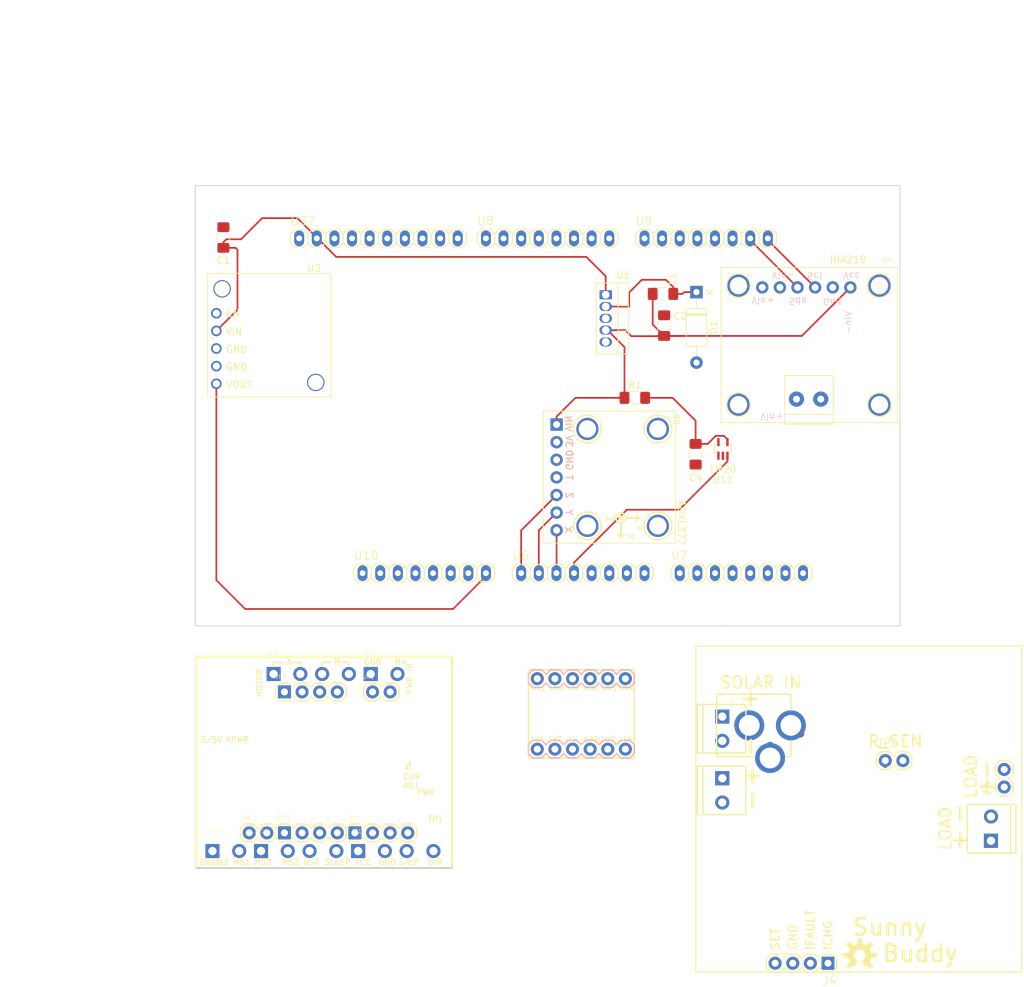
<source format=kicad_pcb>
(kicad_pcb (version 20171130) (host pcbnew "(5.1.4)-1")

  (general
    (thickness 1.6)
    (drawings 121)
    (tracks 92)
    (zones 0)
    (modules 57)
    (nets 61)
  )

  (page A4)
  (layers
    (0 F.Cu signal)
    (31 B.Cu signal)
    (32 B.Adhes user)
    (33 F.Adhes user)
    (34 B.Paste user)
    (35 F.Paste user)
    (36 B.SilkS user)
    (37 F.SilkS user)
    (38 B.Mask user)
    (39 F.Mask user)
    (40 Dwgs.User user)
    (41 Cmts.User user)
    (42 Eco1.User user)
    (43 Eco2.User user)
    (44 Edge.Cuts user)
    (45 Margin user)
    (46 B.CrtYd user)
    (47 F.CrtYd user)
    (48 B.Fab user)
    (49 F.Fab user hide)
  )

  (setup
    (last_trace_width 0.25)
    (trace_clearance 0.2)
    (zone_clearance 0.508)
    (zone_45_only no)
    (trace_min 0.2)
    (via_size 0.8)
    (via_drill 0.4)
    (via_min_size 0.4)
    (via_min_drill 0.3)
    (uvia_size 0.3)
    (uvia_drill 0.1)
    (uvias_allowed no)
    (uvia_min_size 0.2)
    (uvia_min_drill 0.1)
    (edge_width 0.05)
    (segment_width 0.2)
    (pcb_text_width 0.3)
    (pcb_text_size 1.5 1.5)
    (mod_edge_width 0.12)
    (mod_text_size 1 1)
    (mod_text_width 0.15)
    (pad_size 2.27584 1.4224)
    (pad_drill 0.85)
    (pad_to_mask_clearance 0.051)
    (solder_mask_min_width 0.25)
    (aux_axis_origin 0 0)
    (grid_origin 25.4 88.9)
    (visible_elements 7FFFFFFF)
    (pcbplotparams
      (layerselection 0x010fc_ffffffff)
      (usegerberextensions false)
      (usegerberattributes false)
      (usegerberadvancedattributes false)
      (creategerberjobfile false)
      (excludeedgelayer true)
      (linewidth 0.100000)
      (plotframeref false)
      (viasonmask false)
      (mode 1)
      (useauxorigin false)
      (hpglpennumber 1)
      (hpglpenspeed 20)
      (hpglpendiameter 15.000000)
      (psnegative false)
      (psa4output false)
      (plotreference true)
      (plotvalue true)
      (plotinvisibletext false)
      (padsonsilk false)
      (subtractmaskfromsilk false)
      (outputformat 1)
      (mirror false)
      (drillshape 1)
      (scaleselection 1)
      (outputdirectory ""))
  )

  (net 0 "")
  (net 1 GND)
  (net 2 +28V)
  (net 3 "Net-(D1-Pad1)")
  (net 4 "Net-(U3-Pad1)")
  (net 5 /5V)
  (net 6 /9V)
  (net 7 "Net-(U5-Pad4)")
  (net 8 "Net-(U5-Pad2)")
  (net 9 /Scl)
  (net 10 /Sda)
  (net 11 /XAnalog)
  (net 12 /YAnalog)
  (net 13 /ZAnalog)
  (net 14 "Net-(U7-Pad1)")
  (net 15 "Net-(U7-Pad2)")
  (net 16 "Net-(U7-Pad3)")
  (net 17 "Net-(U7-Pad4)")
  (net 18 "Net-(U7-Pad5)")
  (net 19 "Net-(U7-Pad6)")
  (net 20 "Net-(U7-Pad7)")
  (net 21 "Net-(U7-Pad8)")
  (net 22 "Net-(U8-Pad1)")
  (net 23 "Net-(U8-Pad7)")
  (net 24 "Net-(U8-Pad8)")
  (net 25 "Net-(U9-Pad1)")
  (net 26 "Net-(U9-Pad2)")
  (net 27 "Net-(U9-Pad3)")
  (net 28 "Net-(U9-Pad4)")
  (net 29 "Net-(U10-Pad1)")
  (net 30 "Net-(U10-Pad2)")
  (net 31 "Net-(U10-Pad3)")
  (net 32 "Net-(U10-Pad5)")
  (net 33 "Net-(U10-Pad6)")
  (net 34 "Net-(U10-Pad7)")
  (net 35 "Net-(C4-Pad1)")
  (net 36 "Net-(U11-Pad1)")
  (net 37 /SolarPanelVin+)
  (net 38 /SolarPanelVin-)
  (net 39 /PayloadTemp)
  (net 40 /SolarArrayTemp)
  (net 41 /TE_A)
  (net 42 /TE_B)
  (net 43 "Net-(R5-Pad2)")
  (net 44 "Net-(R6-Pad2)")
  (net 45 /BurnWireSignal)
  (net 46 "Net-(R30k1-Pad2)")
  (net 47 "Net-(U6-Pad7)")
  (net 48 "Net-(U6-Pad8)")
  (net 49 /StepperMotor_2)
  (net 50 /StepperMotor_1)
  (net 51 /3V3)
  (net 52 "Net-(U27-Pad1)")
  (net 53 /TimerEvents)
  (net 54 /DeployCheck)
  (net 55 /Step)
  (net 56 /Dir)
  (net 57 /PWM2)
  (net 58 /PWM1)
  (net 59 "Net-(U27-Pad2)")
  (net 60 "Net-(U27-Pad3)")

  (net_class Default "This is the default net class."
    (clearance 0.2)
    (trace_width 0.25)
    (via_dia 0.8)
    (via_drill 0.4)
    (uvia_dia 0.3)
    (uvia_drill 0.1)
    (add_net +28V)
    (add_net /3V3)
    (add_net /5V)
    (add_net /9V)
    (add_net /BurnWireSignal)
    (add_net /DeployCheck)
    (add_net /Dir)
    (add_net /PWM1)
    (add_net /PWM2)
    (add_net /PayloadTemp)
    (add_net /Scl)
    (add_net /Sda)
    (add_net /SolarArrayTemp)
    (add_net /SolarPanelVin+)
    (add_net /SolarPanelVin-)
    (add_net /Step)
    (add_net /StepperMotor_1)
    (add_net /StepperMotor_2)
    (add_net /TE_A)
    (add_net /TE_B)
    (add_net /TimerEvents)
    (add_net /XAnalog)
    (add_net /YAnalog)
    (add_net /ZAnalog)
    (add_net GND)
    (add_net "Net-(C4-Pad1)")
    (add_net "Net-(D1-Pad1)")
    (add_net "Net-(R30k1-Pad2)")
    (add_net "Net-(R5-Pad2)")
    (add_net "Net-(R6-Pad2)")
    (add_net "Net-(U10-Pad1)")
    (add_net "Net-(U10-Pad2)")
    (add_net "Net-(U10-Pad3)")
    (add_net "Net-(U10-Pad5)")
    (add_net "Net-(U10-Pad6)")
    (add_net "Net-(U10-Pad7)")
    (add_net "Net-(U11-Pad1)")
    (add_net "Net-(U27-Pad1)")
    (add_net "Net-(U27-Pad2)")
    (add_net "Net-(U27-Pad3)")
    (add_net "Net-(U3-Pad1)")
    (add_net "Net-(U5-Pad2)")
    (add_net "Net-(U5-Pad4)")
    (add_net "Net-(U6-Pad7)")
    (add_net "Net-(U6-Pad8)")
    (add_net "Net-(U7-Pad1)")
    (add_net "Net-(U7-Pad2)")
    (add_net "Net-(U7-Pad3)")
    (add_net "Net-(U7-Pad4)")
    (add_net "Net-(U7-Pad5)")
    (add_net "Net-(U7-Pad6)")
    (add_net "Net-(U7-Pad7)")
    (add_net "Net-(U7-Pad8)")
    (add_net "Net-(U8-Pad1)")
    (add_net "Net-(U8-Pad7)")
    (add_net "Net-(U8-Pad8)")
    (add_net "Net-(U9-Pad1)")
    (add_net "Net-(U9-Pad2)")
    (add_net "Net-(U9-Pad3)")
    (add_net "Net-(U9-Pad4)")
  )

  (module SunnyBuddy-v13:SCREWTERMINAL-3.5MM-2 (layer F.Cu) (tedit 0) (tstamp 5E0E46F9)
    (at 101.3841 110.8456 270)
    (path /BC411E6C)
    (fp_text reference J8 (at -1.27 -2.54 270) (layer F.SilkS)
      (effects (font (size 0.38608 0.38608) (thickness 0.032512)) (justify right top))
    )
    (fp_text value M023.5MM (at -1.27 -1.27 270) (layer F.Fab)
      (effects (font (size 0.38608 0.38608) (thickness 0.032512)) (justify right top))
    )
    (fp_line (start -1.75 -3.4) (end 5.25 -3.4) (layer F.SilkS) (width 0.2032))
    (fp_line (start 5.25 -3.4) (end 5.25 2.8) (layer F.SilkS) (width 0.2032))
    (fp_line (start 5.25 2.8) (end 5.25 3.6) (layer F.SilkS) (width 0.2032))
    (fp_line (start 5.25 3.6) (end -1.75 3.6) (layer F.SilkS) (width 0.2032))
    (fp_line (start -1.75 3.6) (end -1.75 2.8) (layer F.SilkS) (width 0.2032))
    (fp_line (start -1.75 2.8) (end -1.75 -3.4) (layer F.SilkS) (width 0.2032))
    (fp_line (start 5.25 2.8) (end -1.75 2.8) (layer F.SilkS) (width 0.2032))
    (fp_line (start -1.75 1.35) (end -2.15 1.35) (layer F.Fab) (width 0.2032))
    (fp_line (start -2.15 1.35) (end -2.15 2.35) (layer F.Fab) (width 0.2032))
    (fp_line (start -2.15 2.35) (end -1.75 2.35) (layer F.Fab) (width 0.2032))
    (fp_line (start 5.25 -3.15) (end 5.65 -3.15) (layer F.Fab) (width 0.2032))
    (fp_line (start 5.65 -3.15) (end 5.65 -2.15) (layer F.Fab) (width 0.2032))
    (fp_line (start 5.65 -2.15) (end 5.25 -2.15) (layer F.Fab) (width 0.2032))
    (fp_circle (center 2 -3) (end 2.2828 -3) (layer F.Fab) (width 0.127))
    (pad 1 thru_hole rect (at 0 0 270) (size 2.032 2.032) (drill 1.2) (layers *.Cu *.Mask)
      (solder_mask_margin 0.1016))
    (pad 2 thru_hole circle (at 3.5 0 270) (size 2.032 2.032) (drill 1.2) (layers *.Cu *.Mask)
      (solder_mask_margin 0.1016))
  )

  (module SunnyBuddy-v13:1X02 (layer F.Cu) (tedit 0) (tstamp 5E0E46E4)
    (at 142.0241 112.1156 90)
    (path /7C49DE93)
    (fp_text reference J5 (at -1.3462 -1.8288 90) (layer F.SilkS)
      (effects (font (size 1.2065 1.2065) (thickness 0.127)) (justify left bottom))
    )
    (fp_text value M02PTH (at -1.27 3.175 90) (layer F.Fab)
      (effects (font (size 1.2065 1.2065) (thickness 0.1016)) (justify left bottom))
    )
    (fp_line (start -0.635 -1.27) (end 0.635 -1.27) (layer F.SilkS) (width 0.2032))
    (fp_line (start 0.635 -1.27) (end 1.27 -0.635) (layer F.SilkS) (width 0.2032))
    (fp_line (start 1.27 0.635) (end 0.635 1.27) (layer F.SilkS) (width 0.2032))
    (fp_line (start 1.27 -0.635) (end 1.905 -1.27) (layer F.SilkS) (width 0.2032))
    (fp_line (start 1.905 -1.27) (end 3.175 -1.27) (layer F.SilkS) (width 0.2032))
    (fp_line (start 3.175 -1.27) (end 3.81 -0.635) (layer F.SilkS) (width 0.2032))
    (fp_line (start 3.81 0.635) (end 3.175 1.27) (layer F.SilkS) (width 0.2032))
    (fp_line (start 3.175 1.27) (end 1.905 1.27) (layer F.SilkS) (width 0.2032))
    (fp_line (start 1.905 1.27) (end 1.27 0.635) (layer F.SilkS) (width 0.2032))
    (fp_line (start -1.27 -0.635) (end -1.27 0.635) (layer F.SilkS) (width 0.2032))
    (fp_line (start -0.635 -1.27) (end -1.27 -0.635) (layer F.SilkS) (width 0.2032))
    (fp_line (start -1.27 0.635) (end -0.635 1.27) (layer F.SilkS) (width 0.2032))
    (fp_line (start 0.635 1.27) (end -0.635 1.27) (layer F.SilkS) (width 0.2032))
    (fp_line (start 3.81 -0.635) (end 3.81 0.635) (layer F.SilkS) (width 0.2032))
    (fp_poly (pts (xy 2.286 0.254) (xy 2.794 0.254) (xy 2.794 -0.254) (xy 2.286 -0.254)) (layer F.Fab) (width 0))
    (fp_poly (pts (xy -0.254 0.254) (xy 0.254 0.254) (xy 0.254 -0.254) (xy -0.254 -0.254)) (layer F.Fab) (width 0))
    (pad 1 thru_hole circle (at 0 0 180) (size 1.8796 1.8796) (drill 1.016) (layers *.Cu *.Mask)
      (solder_mask_margin 0.1016))
    (pad 2 thru_hole circle (at 2.54 0 180) (size 1.8796 1.8796) (drill 1.016) (layers *.Cu *.Mask)
      (solder_mask_margin 0.1016))
  )

  (module SunnyBuddy-v13:OSHW-LOGO-M (layer F.Cu) (tedit 0) (tstamp 5E0E46E0)
    (at 121.1961 136.3726)
    (path /6CBFEB06)
    (fp_text reference LOGO2 (at 0 0) (layer F.SilkS) hide
      (effects (font (size 1.27 1.27) (thickness 0.15)))
    )
    (fp_text value OSHW-LOGOM (at 0 0) (layer F.SilkS) hide
      (effects (font (size 1.27 1.27) (thickness 0.15)))
    )
    (fp_poly (pts (xy 0.6578 1.588) (xy 0.9108 1.4576) (xy 1.5392 1.97) (xy 1.97 1.5392)
      (xy 1.4576 0.9108) (xy 1.6747 0.3866) (xy 2.4814 0.3047) (xy 2.4814 -0.3047)
      (xy 1.6747 -0.3866) (xy 1.58793 -0.65772) (xy 1.4576 -0.9108) (xy 1.97 -1.5392)
      (xy 1.5392 -1.97) (xy 0.9108 -1.4576) (xy 0.65772 -1.58793) (xy 0.3866 -1.6747)
      (xy 0.3047 -2.4814) (xy -0.3047 -2.4814) (xy -0.3866 -1.6747) (xy -0.65772 -1.58793)
      (xy -0.9108 -1.4576) (xy -1.5392 -1.97) (xy -1.97 -1.5392) (xy -1.4576 -0.9108)
      (xy -1.6747 -0.3866) (xy -2.4814 -0.3047) (xy -2.4814 0.3047) (xy -1.6747 0.3866)
      (xy -1.4576 0.9108) (xy -1.97 1.5392) (xy -1.5392 1.97) (xy -0.9108 1.4576)
      (xy -0.787004 1.528046) (xy -0.6578 1.588) (xy -0.299 0.7218) (xy -0.495664 0.60394)
      (xy -0.649641 0.434061) (xy -0.747668 0.226796) (xy -0.7813 0) (xy -0.75891 -0.185699)
      (xy -0.693025 -0.360754) (xy -0.58742 -0.515133) (xy -0.448147 -0.639987) (xy -0.283191 -0.728161)
      (xy -0.102004 -0.7746) (xy 0.085029 -0.776643) (xy 0.267187 -0.734173) (xy 0.43403 -0.649624)
      (xy 0.575996 -0.527842) (xy 0.684949 -0.375807) (xy 0.754643 -0.202233) (xy 0.781084 -0.017067)
      (xy 0.762756 0.169076) (xy 0.70071 0.345529) (xy 0.598503 0.502178) (xy 0.299 0.7218)) (layer F.SilkS) (width 0))
  )

  (module SunnyBuddy-v13:SCREWTERMINAL-3.5MM-2 (layer F.Cu) (tedit 0) (tstamp 5E0E46CD)
    (at 140.1191 119.8626 90)
    (path /C649B669)
    (fp_text reference J6 (at -1.27 -2.54 90) (layer F.SilkS)
      (effects (font (size 0.38608 0.38608) (thickness 0.032512)) (justify left bottom))
    )
    (fp_text value M023.5MM (at -1.27 -1.27 90) (layer F.Fab)
      (effects (font (size 0.38608 0.38608) (thickness 0.032512)) (justify left bottom))
    )
    (fp_line (start -1.75 -3.4) (end 5.25 -3.4) (layer F.SilkS) (width 0.2032))
    (fp_line (start 5.25 -3.4) (end 5.25 2.8) (layer F.SilkS) (width 0.2032))
    (fp_line (start 5.25 2.8) (end 5.25 3.6) (layer F.SilkS) (width 0.2032))
    (fp_line (start 5.25 3.6) (end -1.75 3.6) (layer F.SilkS) (width 0.2032))
    (fp_line (start -1.75 3.6) (end -1.75 2.8) (layer F.SilkS) (width 0.2032))
    (fp_line (start -1.75 2.8) (end -1.75 -3.4) (layer F.SilkS) (width 0.2032))
    (fp_line (start 5.25 2.8) (end -1.75 2.8) (layer F.SilkS) (width 0.2032))
    (fp_line (start -1.75 1.35) (end -2.15 1.35) (layer F.Fab) (width 0.2032))
    (fp_line (start -2.15 1.35) (end -2.15 2.35) (layer F.Fab) (width 0.2032))
    (fp_line (start -2.15 2.35) (end -1.75 2.35) (layer F.Fab) (width 0.2032))
    (fp_line (start 5.25 -3.15) (end 5.65 -3.15) (layer F.Fab) (width 0.2032))
    (fp_line (start 5.65 -3.15) (end 5.65 -2.15) (layer F.Fab) (width 0.2032))
    (fp_line (start 5.65 -2.15) (end 5.25 -2.15) (layer F.Fab) (width 0.2032))
    (fp_circle (center 2 -3) (end 2.2828 -3) (layer F.Fab) (width 0.127))
    (pad 1 thru_hole rect (at 0 0 90) (size 2.032 2.032) (drill 1.2) (layers *.Cu *.Mask)
      (solder_mask_margin 0.1016))
    (pad 2 thru_hole circle (at 3.5 0 90) (size 2.032 2.032) (drill 1.2) (layers *.Cu *.Mask)
      (solder_mask_margin 0.1016))
  )

  (module SunnyBuddy-v13:POWER_JACK_PTH (layer F.Cu) (tedit 0) (tstamp 5E0E46BE)
    (at 97.5741 103.2256 270)
    (path /C3E76336)
    (fp_text reference J2 (at -3.81 -5.08 270) (layer F.SilkS)
      (effects (font (size 0.38608 0.38608) (thickness 0.032512)) (justify right top))
    )
    (fp_text value POWER_JACKPTH (at -3.81 -3.81 270) (layer F.Fab)
      (effects (font (size 0.38608 0.38608) (thickness 0.032512)) (justify right top))
    )
    (fp_line (start 4.5 -13.7) (end 2.4 -13.7) (layer F.SilkS) (width 0.2032))
    (fp_line (start -4.5 -3) (end -4.5 -0.1) (layer F.Fab) (width 0.2032))
    (fp_line (start 4.5 -0.1) (end 4.5 -3) (layer F.Fab) (width 0.2032))
    (fp_line (start 4.5 -0.1) (end -4.5 -0.1) (layer F.Fab) (width 0.2032))
    (fp_line (start 4.5 -3) (end 4.5 -8.3) (layer F.SilkS) (width 0.2032))
    (fp_line (start 4.5 -13.7) (end 4.5 -13) (layer F.SilkS) (width 0.2032))
    (fp_line (start -4.5 -3) (end -4.5 -13.7) (layer F.SilkS) (width 0.2032))
    (fp_line (start -4.5 -13.7) (end -2.4 -13.7) (layer F.SilkS) (width 0.2032))
    (fp_line (start -4.5 -3) (end 4.5 -3) (layer F.SilkS) (width 0.2032))
    (pad PWR thru_hole circle (at 0 -13.7 270) (size 4.318 4.318) (drill 2.9972) (layers *.Cu *.Mask)
      (solder_mask_margin 0.1016))
    (pad GND thru_hole circle (at 0 -7.7 270) (size 4.318 4.318) (drill 2.9972) (layers *.Cu *.Mask)
      (solder_mask_margin 0.1016))
    (pad GNDBREAK thru_hole circle (at 4.7 -10.7) (size 4.318 4.318) (drill 2.9972) (layers *.Cu *.Mask)
      (solder_mask_margin 0.1016))
  )

  (module SunnyBuddy-v13:SCREWTERMINAL-3.5MM-2 (layer F.Cu) (tedit 0) (tstamp 5E0E46AB)
    (at 101.3841 101.9556 270)
    (path /916830BC)
    (fp_text reference J7 (at -1.27 -2.54 270) (layer F.SilkS)
      (effects (font (size 0.38608 0.38608) (thickness 0.032512)) (justify right top))
    )
    (fp_text value M023.5MM (at -1.27 -1.27 270) (layer F.Fab)
      (effects (font (size 0.38608 0.38608) (thickness 0.032512)) (justify right top))
    )
    (fp_line (start -1.75 -3.4) (end 5.25 -3.4) (layer F.SilkS) (width 0.2032))
    (fp_line (start 5.25 -3.4) (end 5.25 2.8) (layer F.SilkS) (width 0.2032))
    (fp_line (start 5.25 2.8) (end 5.25 3.6) (layer F.SilkS) (width 0.2032))
    (fp_line (start 5.25 3.6) (end -1.75 3.6) (layer F.SilkS) (width 0.2032))
    (fp_line (start -1.75 3.6) (end -1.75 2.8) (layer F.SilkS) (width 0.2032))
    (fp_line (start -1.75 2.8) (end -1.75 -3.4) (layer F.SilkS) (width 0.2032))
    (fp_line (start 5.25 2.8) (end -1.75 2.8) (layer F.SilkS) (width 0.2032))
    (fp_line (start -1.75 1.35) (end -2.15 1.35) (layer F.Fab) (width 0.2032))
    (fp_line (start -2.15 1.35) (end -2.15 2.35) (layer F.Fab) (width 0.2032))
    (fp_line (start -2.15 2.35) (end -1.75 2.35) (layer F.Fab) (width 0.2032))
    (fp_line (start 5.25 -3.15) (end 5.65 -3.15) (layer F.Fab) (width 0.2032))
    (fp_line (start 5.65 -3.15) (end 5.65 -2.15) (layer F.Fab) (width 0.2032))
    (fp_line (start 5.65 -2.15) (end 5.25 -2.15) (layer F.Fab) (width 0.2032))
    (fp_circle (center 2 -3) (end 2.2828 -3) (layer F.Fab) (width 0.127))
    (pad 1 thru_hole rect (at 0 0 270) (size 2.032 2.032) (drill 1.2) (layers *.Cu *.Mask)
      (solder_mask_margin 0.1016))
    (pad 2 thru_hole circle (at 3.5 0 270) (size 2.032 2.032) (drill 1.2) (layers *.Cu *.Mask)
      (solder_mask_margin 0.1016))
  )

  (module SunnyBuddy-v13:STAND-OFF (layer F.Cu) (tedit 0) (tstamp 5E0E468E)
    (at 100.1141 136.2456)
    (descr "<b>Stand Off</b><p>\nThis is the mechanical footprint for a #4 phillips button head screw. Use the keepout ring to avoid running the screw head into surrounding components. SKU : PRT-00447")
    (path /8BDC6CF5)
    (fp_text reference STANDOFF1 (at 0 0) (layer F.SilkS) hide
      (effects (font (size 1.27 1.27) (thickness 0.15)))
    )
    (fp_text value STAND-OFF (at 0 0) (layer F.SilkS) hide
      (effects (font (size 1.27 1.27) (thickness 0.15)))
    )
    (fp_arc (start 0 0) (end 0 -1.8542) (angle 180) (layer Dwgs.User) (width 0.2032))
    (fp_arc (start 0 0) (end 0 1.8542) (angle 180) (layer Dwgs.User) (width 0.2032))
    (fp_arc (start 0 0) (end 0 1.8542) (angle -180) (layer Dwgs.User) (width 0.2032))
    (fp_arc (start 0 0) (end 0 1.8542) (angle 180) (layer Dwgs.User) (width 0.2032))
    (fp_circle (center 0 0) (end 2.794 0) (layer Dwgs.User) (width 0.127))
    (pad "" np_thru_hole circle (at 0 0) (size 3.302 3.302) (drill 3.302) (layers *.Cu *.Mask))
  )

  (module SunnyBuddy-v13:1X04 (layer F.Cu) (tedit 0) (tstamp 5E0E4669)
    (at 116.6241 137.5156 180)
    (path /FA7CA15B)
    (fp_text reference J4 (at -1.3462 -1.8288 180) (layer F.SilkS)
      (effects (font (size 1.2065 1.2065) (thickness 0.127)) (justify right top))
    )
    (fp_text value M04PTH (at -1.27 3.175 180) (layer F.Fab)
      (effects (font (size 1.2065 1.2065) (thickness 0.1016)) (justify right top))
    )
    (fp_line (start 6.985 -1.27) (end 8.255 -1.27) (layer F.SilkS) (width 0.2032))
    (fp_line (start 8.255 -1.27) (end 8.89 -0.635) (layer F.SilkS) (width 0.2032))
    (fp_line (start 8.89 0.635) (end 8.255 1.27) (layer F.SilkS) (width 0.2032))
    (fp_line (start 3.81 -0.635) (end 4.445 -1.27) (layer F.SilkS) (width 0.2032))
    (fp_line (start 4.445 -1.27) (end 5.715 -1.27) (layer F.SilkS) (width 0.2032))
    (fp_line (start 5.715 -1.27) (end 6.35 -0.635) (layer F.SilkS) (width 0.2032))
    (fp_line (start 6.35 0.635) (end 5.715 1.27) (layer F.SilkS) (width 0.2032))
    (fp_line (start 5.715 1.27) (end 4.445 1.27) (layer F.SilkS) (width 0.2032))
    (fp_line (start 4.445 1.27) (end 3.81 0.635) (layer F.SilkS) (width 0.2032))
    (fp_line (start 6.985 -1.27) (end 6.35 -0.635) (layer F.SilkS) (width 0.2032))
    (fp_line (start 6.35 0.635) (end 6.985 1.27) (layer F.SilkS) (width 0.2032))
    (fp_line (start 8.255 1.27) (end 6.985 1.27) (layer F.SilkS) (width 0.2032))
    (fp_line (start -0.635 -1.27) (end 0.635 -1.27) (layer F.SilkS) (width 0.2032))
    (fp_line (start 0.635 -1.27) (end 1.27 -0.635) (layer F.SilkS) (width 0.2032))
    (fp_line (start 1.27 0.635) (end 0.635 1.27) (layer F.SilkS) (width 0.2032))
    (fp_line (start 1.27 -0.635) (end 1.905 -1.27) (layer F.SilkS) (width 0.2032))
    (fp_line (start 1.905 -1.27) (end 3.175 -1.27) (layer F.SilkS) (width 0.2032))
    (fp_line (start 3.175 -1.27) (end 3.81 -0.635) (layer F.SilkS) (width 0.2032))
    (fp_line (start 3.81 0.635) (end 3.175 1.27) (layer F.SilkS) (width 0.2032))
    (fp_line (start 3.175 1.27) (end 1.905 1.27) (layer F.SilkS) (width 0.2032))
    (fp_line (start 1.905 1.27) (end 1.27 0.635) (layer F.SilkS) (width 0.2032))
    (fp_line (start -1.27 -0.635) (end -1.27 0.635) (layer F.SilkS) (width 0.2032))
    (fp_line (start -0.635 -1.27) (end -1.27 -0.635) (layer F.SilkS) (width 0.2032))
    (fp_line (start -1.27 0.635) (end -0.635 1.27) (layer F.SilkS) (width 0.2032))
    (fp_line (start 0.635 1.27) (end -0.635 1.27) (layer F.SilkS) (width 0.2032))
    (fp_line (start 8.89 -0.635) (end 8.89 0.635) (layer F.SilkS) (width 0.2032))
    (fp_poly (pts (xy 7.366 0.254) (xy 7.874 0.254) (xy 7.874 -0.254) (xy 7.366 -0.254)) (layer F.Fab) (width 0))
    (fp_poly (pts (xy 4.826 0.254) (xy 5.334 0.254) (xy 5.334 -0.254) (xy 4.826 -0.254)) (layer F.Fab) (width 0))
    (fp_poly (pts (xy 2.286 0.254) (xy 2.794 0.254) (xy 2.794 -0.254) (xy 2.286 -0.254)) (layer F.Fab) (width 0))
    (fp_poly (pts (xy -0.254 0.254) (xy 0.254 0.254) (xy 0.254 -0.254) (xy -0.254 -0.254)) (layer F.Fab) (width 0))
    (pad 1 thru_hole rect (at 0 0 270) (size 1.8796 1.8796) (drill 1.016) (layers *.Cu *.Mask)
      (solder_mask_margin 0.1016))
    (pad 2 thru_hole circle (at 2.54 0 270) (size 1.8796 1.8796) (drill 1.016) (layers *.Cu *.Mask)
      (solder_mask_margin 0.1016))
    (pad 3 thru_hole circle (at 5.08 0 270) (size 1.8796 1.8796) (drill 1.016) (layers *.Cu *.Mask)
      (solder_mask_margin 0.1016))
    (pad 4 thru_hole circle (at 7.62 0 270) (size 1.8796 1.8796) (drill 1.016) (layers *.Cu *.Mask)
      (solder_mask_margin 0.1016))
  )

  (module SunnyBuddy-v13:1X02 (layer F.Cu) (tedit 0) (tstamp 5E0E4654)
    (at 124.8791 108.3056)
    (path /D6100ACB)
    (fp_text reference JP4 (at -1.3462 -1.8288) (layer F.SilkS)
      (effects (font (size 1.2065 1.2065) (thickness 0.127)) (justify left bottom))
    )
    (fp_text value R_SEN (at -1.27 3.175) (layer F.Fab)
      (effects (font (size 1.2065 1.2065) (thickness 0.1016)) (justify left bottom))
    )
    (fp_line (start -0.635 -1.27) (end 0.635 -1.27) (layer F.SilkS) (width 0.2032))
    (fp_line (start 0.635 -1.27) (end 1.27 -0.635) (layer F.SilkS) (width 0.2032))
    (fp_line (start 1.27 0.635) (end 0.635 1.27) (layer F.SilkS) (width 0.2032))
    (fp_line (start 1.27 -0.635) (end 1.905 -1.27) (layer F.SilkS) (width 0.2032))
    (fp_line (start 1.905 -1.27) (end 3.175 -1.27) (layer F.SilkS) (width 0.2032))
    (fp_line (start 3.175 -1.27) (end 3.81 -0.635) (layer F.SilkS) (width 0.2032))
    (fp_line (start 3.81 0.635) (end 3.175 1.27) (layer F.SilkS) (width 0.2032))
    (fp_line (start 3.175 1.27) (end 1.905 1.27) (layer F.SilkS) (width 0.2032))
    (fp_line (start 1.905 1.27) (end 1.27 0.635) (layer F.SilkS) (width 0.2032))
    (fp_line (start -1.27 -0.635) (end -1.27 0.635) (layer F.SilkS) (width 0.2032))
    (fp_line (start -0.635 -1.27) (end -1.27 -0.635) (layer F.SilkS) (width 0.2032))
    (fp_line (start -1.27 0.635) (end -0.635 1.27) (layer F.SilkS) (width 0.2032))
    (fp_line (start 0.635 1.27) (end -0.635 1.27) (layer F.SilkS) (width 0.2032))
    (fp_line (start 3.81 -0.635) (end 3.81 0.635) (layer F.SilkS) (width 0.2032))
    (fp_poly (pts (xy 2.286 0.254) (xy 2.794 0.254) (xy 2.794 -0.254) (xy 2.286 -0.254)) (layer F.Fab) (width 0))
    (fp_poly (pts (xy -0.254 0.254) (xy 0.254 0.254) (xy 0.254 -0.254) (xy -0.254 -0.254)) (layer F.Fab) (width 0))
    (pad 1 thru_hole circle (at 0 0 90) (size 1.8796 1.8796) (drill 1.016) (layers *.Cu *.Mask)
      (solder_mask_margin 0.1016))
    (pad 2 thru_hole circle (at 2.54 0 90) (size 1.8796 1.8796) (drill 1.016) (layers *.Cu *.Mask)
      (solder_mask_margin 0.1016))
  )

  (module SunnyBuddy-v13:STAND-OFF (layer F.Cu) (tedit 0) (tstamp 5E0E464B)
    (at 142.0241 94.3356)
    (descr "<b>Stand Off</b><p>\nThis is the mechanical footprint for a #4 phillips button head screw. Use the keepout ring to avoid running the screw head into surrounding components. SKU : PRT-00447")
    (path /AA2E56E5)
    (fp_text reference STANDOFF3 (at 0 0) (layer F.SilkS) hide
      (effects (font (size 1.27 1.27) (thickness 0.15)))
    )
    (fp_text value STAND-OFF (at 0 0) (layer F.SilkS) hide
      (effects (font (size 1.27 1.27) (thickness 0.15)))
    )
    (fp_arc (start 0 0) (end 0 -1.8542) (angle 180) (layer Dwgs.User) (width 0.2032))
    (fp_arc (start 0 0) (end 0 1.8542) (angle 180) (layer Dwgs.User) (width 0.2032))
    (fp_arc (start 0 0) (end 0 1.8542) (angle -180) (layer Dwgs.User) (width 0.2032))
    (fp_arc (start 0 0) (end 0 1.8542) (angle 180) (layer Dwgs.User) (width 0.2032))
    (fp_circle (center 0 0) (end 2.794 0) (layer Dwgs.User) (width 0.127))
    (pad "" np_thru_hole circle (at 0 0) (size 3.302 3.302) (drill 3.302) (layers *.Cu *.Mask))
  )

  (module SunnyBuddy-v13:STAND-OFF (layer F.Cu) (tedit 0) (tstamp 5E0E4642)
    (at 142.0241 136.2456)
    (descr "<b>Stand Off</b><p>\nThis is the mechanical footprint for a #4 phillips button head screw. Use the keepout ring to avoid running the screw head into surrounding components. SKU : PRT-00447")
    (path /76634FB5)
    (fp_text reference STANDOFF4 (at 0 0) (layer F.SilkS) hide
      (effects (font (size 1.27 1.27) (thickness 0.15)))
    )
    (fp_text value STAND-OFF (at 0 0) (layer F.SilkS) hide
      (effects (font (size 1.27 1.27) (thickness 0.15)))
    )
    (fp_arc (start 0 0) (end 0 -1.8542) (angle 180) (layer Dwgs.User) (width 0.2032))
    (fp_arc (start 0 0) (end 0 1.8542) (angle 180) (layer Dwgs.User) (width 0.2032))
    (fp_arc (start 0 0) (end 0 1.8542) (angle -180) (layer Dwgs.User) (width 0.2032))
    (fp_arc (start 0 0) (end 0 1.8542) (angle 180) (layer Dwgs.User) (width 0.2032))
    (fp_circle (center 0 0) (end 2.794 0) (layer Dwgs.User) (width 0.127))
    (pad "" np_thru_hole circle (at 0 0) (size 3.302 3.302) (drill 3.302) (layers *.Cu *.Mask))
  )

  (module SunnyBuddy-v13:STAND-OFF (layer F.Cu) (tedit 0) (tstamp 5E0E4639)
    (at 100.1141 94.3356)
    (descr "<b>Stand Off</b><p>\nThis is the mechanical footprint for a #4 phillips button head screw. Use the keepout ring to avoid running the screw head into surrounding components. SKU : PRT-00447")
    (path /B412F2A4)
    (fp_text reference STANDOFF2 (at 0 0) (layer F.SilkS) hide
      (effects (font (size 1.27 1.27) (thickness 0.15)))
    )
    (fp_text value STAND-OFF (at 0 0) (layer F.SilkS) hide
      (effects (font (size 1.27 1.27) (thickness 0.15)))
    )
    (fp_arc (start 0 0) (end 0 -1.8542) (angle 180) (layer Dwgs.User) (width 0.2032))
    (fp_arc (start 0 0) (end 0 1.8542) (angle 180) (layer Dwgs.User) (width 0.2032))
    (fp_arc (start 0 0) (end 0 1.8542) (angle -180) (layer Dwgs.User) (width 0.2032))
    (fp_arc (start 0 0) (end 0 1.8542) (angle 180) (layer Dwgs.User) (width 0.2032))
    (fp_circle (center 0 0) (end 2.794 0) (layer Dwgs.User) (width 0.127))
    (pad "" np_thru_hole circle (at 0 0) (size 3.302 3.302) (drill 3.302) (layers *.Cu *.Mask))
  )

  (module Logic_Level_Bidirectional:1X06 (layer B.Cu) (tedit 0) (tstamp 5E0E845A)
    (at 74.7141 96.4946)
    (path /BAFA783C)
    (fp_text reference JP2 (at -6.5151 2.4384) (layer B.SilkS) hide
      (effects (font (size 1.2065 1.2065) (thickness 0.127)) (justify right bottom mirror))
    )
    (fp_text value M06SIP (at -1.27 -3.175) (layer B.Fab) hide
      (effects (font (size 1.2065 1.2065) (thickness 0.1016)) (justify right bottom mirror))
    )
    (fp_line (start 11.43 0.635) (end 12.065 1.27) (layer B.SilkS) (width 0.2032))
    (fp_line (start 12.065 1.27) (end 13.335 1.27) (layer B.SilkS) (width 0.2032))
    (fp_line (start 13.335 1.27) (end 13.97 0.635) (layer B.SilkS) (width 0.2032))
    (fp_line (start 13.97 -0.635) (end 13.335 -1.27) (layer B.SilkS) (width 0.2032))
    (fp_line (start 13.335 -1.27) (end 12.065 -1.27) (layer B.SilkS) (width 0.2032))
    (fp_line (start 12.065 -1.27) (end 11.43 -0.635) (layer B.SilkS) (width 0.2032))
    (fp_line (start 6.985 1.27) (end 8.255 1.27) (layer B.SilkS) (width 0.2032))
    (fp_line (start 8.255 1.27) (end 8.89 0.635) (layer B.SilkS) (width 0.2032))
    (fp_line (start 8.89 -0.635) (end 8.255 -1.27) (layer B.SilkS) (width 0.2032))
    (fp_line (start 8.89 0.635) (end 9.525 1.27) (layer B.SilkS) (width 0.2032))
    (fp_line (start 9.525 1.27) (end 10.795 1.27) (layer B.SilkS) (width 0.2032))
    (fp_line (start 10.795 1.27) (end 11.43 0.635) (layer B.SilkS) (width 0.2032))
    (fp_line (start 11.43 -0.635) (end 10.795 -1.27) (layer B.SilkS) (width 0.2032))
    (fp_line (start 10.795 -1.27) (end 9.525 -1.27) (layer B.SilkS) (width 0.2032))
    (fp_line (start 9.525 -1.27) (end 8.89 -0.635) (layer B.SilkS) (width 0.2032))
    (fp_line (start 3.81 0.635) (end 4.445 1.27) (layer B.SilkS) (width 0.2032))
    (fp_line (start 4.445 1.27) (end 5.715 1.27) (layer B.SilkS) (width 0.2032))
    (fp_line (start 5.715 1.27) (end 6.35 0.635) (layer B.SilkS) (width 0.2032))
    (fp_line (start 6.35 -0.635) (end 5.715 -1.27) (layer B.SilkS) (width 0.2032))
    (fp_line (start 5.715 -1.27) (end 4.445 -1.27) (layer B.SilkS) (width 0.2032))
    (fp_line (start 4.445 -1.27) (end 3.81 -0.635) (layer B.SilkS) (width 0.2032))
    (fp_line (start 6.985 1.27) (end 6.35 0.635) (layer B.SilkS) (width 0.2032))
    (fp_line (start 6.35 -0.635) (end 6.985 -1.27) (layer B.SilkS) (width 0.2032))
    (fp_line (start 8.255 -1.27) (end 6.985 -1.27) (layer B.SilkS) (width 0.2032))
    (fp_line (start -0.635 1.27) (end 0.635 1.27) (layer B.SilkS) (width 0.2032))
    (fp_line (start 0.635 1.27) (end 1.27 0.635) (layer B.SilkS) (width 0.2032))
    (fp_line (start 1.27 -0.635) (end 0.635 -1.27) (layer B.SilkS) (width 0.2032))
    (fp_line (start 1.27 0.635) (end 1.905 1.27) (layer B.SilkS) (width 0.2032))
    (fp_line (start 1.905 1.27) (end 3.175 1.27) (layer B.SilkS) (width 0.2032))
    (fp_line (start 3.175 1.27) (end 3.81 0.635) (layer B.SilkS) (width 0.2032))
    (fp_line (start 3.81 -0.635) (end 3.175 -1.27) (layer B.SilkS) (width 0.2032))
    (fp_line (start 3.175 -1.27) (end 1.905 -1.27) (layer B.SilkS) (width 0.2032))
    (fp_line (start 1.905 -1.27) (end 1.27 -0.635) (layer B.SilkS) (width 0.2032))
    (fp_line (start -1.27 0.635) (end -1.27 -0.635) (layer B.SilkS) (width 0.2032))
    (fp_line (start -0.635 1.27) (end -1.27 0.635) (layer B.SilkS) (width 0.2032))
    (fp_line (start -1.27 -0.635) (end -0.635 -1.27) (layer B.SilkS) (width 0.2032))
    (fp_line (start 0.635 -1.27) (end -0.635 -1.27) (layer B.SilkS) (width 0.2032))
    (fp_line (start 13.97 0.635) (end 13.97 -0.635) (layer B.SilkS) (width 0.2032))
    (fp_poly (pts (xy 12.446 -0.254) (xy 12.954 -0.254) (xy 12.954 0.254) (xy 12.446 0.254)) (layer B.Fab) (width 0))
    (fp_poly (pts (xy 9.906 -0.254) (xy 10.414 -0.254) (xy 10.414 0.254) (xy 9.906 0.254)) (layer B.Fab) (width 0))
    (fp_poly (pts (xy 7.366 -0.254) (xy 7.874 -0.254) (xy 7.874 0.254) (xy 7.366 0.254)) (layer B.Fab) (width 0))
    (fp_poly (pts (xy 4.826 -0.254) (xy 5.334 -0.254) (xy 5.334 0.254) (xy 4.826 0.254)) (layer B.Fab) (width 0))
    (fp_poly (pts (xy 2.286 -0.254) (xy 2.794 -0.254) (xy 2.794 0.254) (xy 2.286 0.254)) (layer B.Fab) (width 0))
    (fp_poly (pts (xy -0.254 -0.254) (xy 0.254 -0.254) (xy 0.254 0.254) (xy -0.254 0.254)) (layer B.Fab) (width 0))
    (pad 1 thru_hole circle (at 0 0 270) (size 1.8796 1.8796) (drill 1.016) (layers *.Cu *.Mask)
      (solder_mask_margin 0.1016))
    (pad 2 thru_hole circle (at 2.54 0 270) (size 1.8796 1.8796) (drill 1.016) (layers *.Cu *.Mask)
      (solder_mask_margin 0.1016))
    (pad 3 thru_hole circle (at 5.08 0 270) (size 1.8796 1.8796) (drill 1.016) (layers *.Cu *.Mask)
      (solder_mask_margin 0.1016))
    (pad 4 thru_hole circle (at 7.62 0 270) (size 1.8796 1.8796) (drill 1.016) (layers *.Cu *.Mask)
      (solder_mask_margin 0.1016))
    (pad 5 thru_hole circle (at 10.16 0 270) (size 1.8796 1.8796) (drill 1.016) (layers *.Cu *.Mask)
      (solder_mask_margin 0.1016))
    (pad 6 thru_hole circle (at 12.7 0 270) (size 1.8796 1.8796) (drill 1.016) (layers *.Cu *.Mask)
      (solder_mask_margin 0.1016))
  )

  (module Logic_Level_Bidirectional:1X06 (layer B.Cu) (tedit 0) (tstamp 5E0E8425)
    (at 87.4141 106.6546 180)
    (path /0B60073D)
    (fp_text reference JP1 (at -1.3462 1.8288 180) (layer B.SilkS) hide
      (effects (font (size 1.2065 1.2065) (thickness 0.127)) (justify right bottom mirror))
    )
    (fp_text value M06SIP (at -1.27 -3.175 180) (layer B.Fab) hide
      (effects (font (size 1.2065 1.2065) (thickness 0.1016)) (justify right bottom mirror))
    )
    (fp_line (start 11.43 0.635) (end 12.065 1.27) (layer B.SilkS) (width 0.2032))
    (fp_line (start 12.065 1.27) (end 13.335 1.27) (layer B.SilkS) (width 0.2032))
    (fp_line (start 13.335 1.27) (end 13.97 0.635) (layer B.SilkS) (width 0.2032))
    (fp_line (start 13.97 -0.635) (end 13.335 -1.27) (layer B.SilkS) (width 0.2032))
    (fp_line (start 13.335 -1.27) (end 12.065 -1.27) (layer B.SilkS) (width 0.2032))
    (fp_line (start 12.065 -1.27) (end 11.43 -0.635) (layer B.SilkS) (width 0.2032))
    (fp_line (start 6.985 1.27) (end 8.255 1.27) (layer B.SilkS) (width 0.2032))
    (fp_line (start 8.255 1.27) (end 8.89 0.635) (layer B.SilkS) (width 0.2032))
    (fp_line (start 8.89 -0.635) (end 8.255 -1.27) (layer B.SilkS) (width 0.2032))
    (fp_line (start 8.89 0.635) (end 9.525 1.27) (layer B.SilkS) (width 0.2032))
    (fp_line (start 9.525 1.27) (end 10.795 1.27) (layer B.SilkS) (width 0.2032))
    (fp_line (start 10.795 1.27) (end 11.43 0.635) (layer B.SilkS) (width 0.2032))
    (fp_line (start 11.43 -0.635) (end 10.795 -1.27) (layer B.SilkS) (width 0.2032))
    (fp_line (start 10.795 -1.27) (end 9.525 -1.27) (layer B.SilkS) (width 0.2032))
    (fp_line (start 9.525 -1.27) (end 8.89 -0.635) (layer B.SilkS) (width 0.2032))
    (fp_line (start 3.81 0.635) (end 4.445 1.27) (layer B.SilkS) (width 0.2032))
    (fp_line (start 4.445 1.27) (end 5.715 1.27) (layer B.SilkS) (width 0.2032))
    (fp_line (start 5.715 1.27) (end 6.35 0.635) (layer B.SilkS) (width 0.2032))
    (fp_line (start 6.35 -0.635) (end 5.715 -1.27) (layer B.SilkS) (width 0.2032))
    (fp_line (start 5.715 -1.27) (end 4.445 -1.27) (layer B.SilkS) (width 0.2032))
    (fp_line (start 4.445 -1.27) (end 3.81 -0.635) (layer B.SilkS) (width 0.2032))
    (fp_line (start 6.985 1.27) (end 6.35 0.635) (layer B.SilkS) (width 0.2032))
    (fp_line (start 6.35 -0.635) (end 6.985 -1.27) (layer B.SilkS) (width 0.2032))
    (fp_line (start 8.255 -1.27) (end 6.985 -1.27) (layer B.SilkS) (width 0.2032))
    (fp_line (start -0.635 1.27) (end 0.635 1.27) (layer B.SilkS) (width 0.2032))
    (fp_line (start 0.635 1.27) (end 1.27 0.635) (layer B.SilkS) (width 0.2032))
    (fp_line (start 1.27 -0.635) (end 0.635 -1.27) (layer B.SilkS) (width 0.2032))
    (fp_line (start 1.27 0.635) (end 1.905 1.27) (layer B.SilkS) (width 0.2032))
    (fp_line (start 1.905 1.27) (end 3.175 1.27) (layer B.SilkS) (width 0.2032))
    (fp_line (start 3.175 1.27) (end 3.81 0.635) (layer B.SilkS) (width 0.2032))
    (fp_line (start 3.81 -0.635) (end 3.175 -1.27) (layer B.SilkS) (width 0.2032))
    (fp_line (start 3.175 -1.27) (end 1.905 -1.27) (layer B.SilkS) (width 0.2032))
    (fp_line (start 1.905 -1.27) (end 1.27 -0.635) (layer B.SilkS) (width 0.2032))
    (fp_line (start -1.27 0.635) (end -1.27 -0.635) (layer B.SilkS) (width 0.2032))
    (fp_line (start -0.635 1.27) (end -1.27 0.635) (layer B.SilkS) (width 0.2032))
    (fp_line (start -1.27 -0.635) (end -0.635 -1.27) (layer B.SilkS) (width 0.2032))
    (fp_line (start 0.635 -1.27) (end -0.635 -1.27) (layer B.SilkS) (width 0.2032))
    (fp_line (start 13.97 0.635) (end 13.97 -0.635) (layer B.SilkS) (width 0.2032))
    (fp_poly (pts (xy 12.446 -0.254) (xy 12.954 -0.254) (xy 12.954 0.254) (xy 12.446 0.254)) (layer B.Fab) (width 0))
    (fp_poly (pts (xy 9.906 -0.254) (xy 10.414 -0.254) (xy 10.414 0.254) (xy 9.906 0.254)) (layer B.Fab) (width 0))
    (fp_poly (pts (xy 7.366 -0.254) (xy 7.874 -0.254) (xy 7.874 0.254) (xy 7.366 0.254)) (layer B.Fab) (width 0))
    (fp_poly (pts (xy 4.826 -0.254) (xy 5.334 -0.254) (xy 5.334 0.254) (xy 4.826 0.254)) (layer B.Fab) (width 0))
    (fp_poly (pts (xy 2.286 -0.254) (xy 2.794 -0.254) (xy 2.794 0.254) (xy 2.286 0.254)) (layer B.Fab) (width 0))
    (fp_poly (pts (xy -0.254 -0.254) (xy 0.254 -0.254) (xy 0.254 0.254) (xy -0.254 0.254)) (layer B.Fab) (width 0))
    (pad 1 thru_hole circle (at 0 0 90) (size 1.8796 1.8796) (drill 1.016) (layers *.Cu *.Mask)
      (solder_mask_margin 0.1016))
    (pad 2 thru_hole circle (at 2.54 0 90) (size 1.8796 1.8796) (drill 1.016) (layers *.Cu *.Mask)
      (solder_mask_margin 0.1016))
    (pad 3 thru_hole circle (at 5.08 0 90) (size 1.8796 1.8796) (drill 1.016) (layers *.Cu *.Mask)
      (solder_mask_margin 0.1016))
    (pad 4 thru_hole circle (at 7.62 0 90) (size 1.8796 1.8796) (drill 1.016) (layers *.Cu *.Mask)
      (solder_mask_margin 0.1016))
    (pad 5 thru_hole circle (at 10.16 0 90) (size 1.8796 1.8796) (drill 1.016) (layers *.Cu *.Mask)
      (solder_mask_margin 0.1016))
    (pad 6 thru_hole circle (at 12.7 0 90) (size 1.8796 1.8796) (drill 1.016) (layers *.Cu *.Mask)
      (solder_mask_margin 0.1016))
  )

  (module BigEasyDriver_v16a:1X02 (layer F.Cu) (tedit 0) (tstamp 5E0E2F43)
    (at 50.9651 98.3996)
    (path /0B60073D)
    (fp_text reference JP1 (at -1.3462 -1.8288) (layer F.SilkS)
      (effects (font (size 0.57912 0.57912) (thickness 0.057912)) (justify left bottom))
    )
    (fp_text value M02PTH (at -1.27 3.175) (layer F.Fab)
      (effects (font (size 1.2065 1.2065) (thickness 0.09652)) (justify left bottom))
    )
    (fp_line (start -0.635 -1.27) (end 0.635 -1.27) (layer F.SilkS) (width 0.2032))
    (fp_line (start 0.635 -1.27) (end 1.27 -0.635) (layer F.SilkS) (width 0.2032))
    (fp_line (start 1.27 0.635) (end 0.635 1.27) (layer F.SilkS) (width 0.2032))
    (fp_line (start 1.27 -0.635) (end 1.905 -1.27) (layer F.SilkS) (width 0.2032))
    (fp_line (start 1.905 -1.27) (end 3.175 -1.27) (layer F.SilkS) (width 0.2032))
    (fp_line (start 3.175 -1.27) (end 3.81 -0.635) (layer F.SilkS) (width 0.2032))
    (fp_line (start 3.81 0.635) (end 3.175 1.27) (layer F.SilkS) (width 0.2032))
    (fp_line (start 3.175 1.27) (end 1.905 1.27) (layer F.SilkS) (width 0.2032))
    (fp_line (start 1.905 1.27) (end 1.27 0.635) (layer F.SilkS) (width 0.2032))
    (fp_line (start -1.27 -0.635) (end -1.27 0.635) (layer F.SilkS) (width 0.2032))
    (fp_line (start -0.635 -1.27) (end -1.27 -0.635) (layer F.SilkS) (width 0.2032))
    (fp_line (start -1.27 0.635) (end -0.635 1.27) (layer F.SilkS) (width 0.2032))
    (fp_line (start 0.635 1.27) (end -0.635 1.27) (layer F.SilkS) (width 0.2032))
    (fp_line (start 3.81 -0.635) (end 3.81 0.635) (layer F.SilkS) (width 0.2032))
    (fp_poly (pts (xy 2.286 0.254) (xy 2.794 0.254) (xy 2.794 -0.254) (xy 2.286 -0.254)) (layer F.Fab) (width 0))
    (fp_poly (pts (xy -0.254 0.254) (xy 0.254 0.254) (xy 0.254 -0.254) (xy -0.254 -0.254)) (layer F.Fab) (width 0))
    (pad 1 thru_hole circle (at 0 0 90) (size 1.8796 1.8796) (drill 1.016) (layers *.Cu *.Mask)
      (solder_mask_margin 0.1016))
    (pad 2 thru_hole circle (at 2.54 0 90) (size 1.8796 1.8796) (drill 1.016) (layers *.Cu *.Mask)
      (solder_mask_margin 0.1016))
  )

  (module BigEasyDriver_v16a:SCREWTERMINAL-3.5MM-4_LOCK (layer F.Cu) (tedit 0) (tstamp 5E0E2F2B)
    (at 35.0651 121.3396)
    (path /E9E46F75)
    (fp_text reference JP11 (at -1.27 -2.54) (layer F.SilkS)
      (effects (font (size 0.57912 0.57912) (thickness 0.046329)) (justify left bottom))
    )
    (fp_text value M04SCREW_LOCK (at -1.27 -1.27) (layer F.Fab)
      (effects (font (size 0.38608 0.38608) (thickness 0.030886)) (justify left bottom))
    )
    (fp_line (start -2.3 -3.4) (end 12.8 -3.4) (layer Cmts.User) (width 0.2032))
    (fp_line (start 12.8 -3.4) (end 12.8 2.8) (layer Cmts.User) (width 0.2032))
    (fp_line (start 12.8 2.8) (end 12.8 3.6) (layer Cmts.User) (width 0.2032))
    (fp_line (start 12.8 3.6) (end -2.3 3.6) (layer Cmts.User) (width 0.2032))
    (fp_line (start -2.3 3.6) (end -2.3 2.8) (layer Cmts.User) (width 0.2032))
    (fp_line (start -2.3 2.8) (end -2.3 -3.4) (layer Cmts.User) (width 0.2032))
    (fp_line (start 12.8 2.8) (end -2.3 2.8) (layer Cmts.User) (width 0.2032))
    (fp_line (start -2.3 1.35) (end -2.7 1.35) (layer Cmts.User) (width 0.2032))
    (fp_line (start -2.7 1.35) (end -2.7 2.35) (layer Cmts.User) (width 0.2032))
    (fp_line (start -2.7 2.35) (end -2.3 2.35) (layer Cmts.User) (width 0.2032))
    (fp_line (start 12.8 -3.15) (end 13.2 -3.15) (layer Cmts.User) (width 0.2032))
    (fp_line (start 13.2 -3.15) (end 13.2 -2.15) (layer Cmts.User) (width 0.2032))
    (fp_line (start 13.2 -2.15) (end 12.8 -2.15) (layer Cmts.User) (width 0.2032))
    (fp_circle (center 0 0) (end 0.425 0) (layer F.Fab) (width 0.001))
    (fp_circle (center 3.5 0) (end 3.925 0) (layer F.Fab) (width 0.001))
    (fp_circle (center 7 0) (end 7.425 0) (layer F.Fab) (width 0.001))
    (fp_circle (center 10.5 0) (end 10.925 0) (layer F.Fab) (width 0.001))
    (pad 1 thru_hole rect (at -0.1778 0) (size 2.032 2.032) (drill 1.2) (layers *.Cu *.Mask)
      (solder_mask_margin 0.1016))
    (pad 2 thru_hole circle (at 3.6778 0) (size 2.032 2.032) (drill 1.2) (layers *.Cu *.Mask)
      (solder_mask_margin 0.1016))
    (pad 3 thru_hole circle (at 6.8222 0) (size 2.032 2.032) (drill 1.2) (layers *.Cu *.Mask)
      (solder_mask_margin 0.1016))
    (pad 4 thru_hole circle (at 10.6778 0) (size 2.032 2.032) (drill 1.2) (layers *.Cu *.Mask)
      (solder_mask_margin 0.1016))
  )

  (module BigEasyDriver_v16a:STAND-OFF (layer F.Cu) (tedit 0) (tstamp 5E0E2F26)
    (at 58.5851 108.5596)
    (descr "<b>Stand Off</b><p>\nThis is the mechanical footprint for a #4 phillips button head screw. Use the keepout ring to avoid running the screw head into surrounding components. SKU : PRT-00447")
    (path /C8B46213)
    (fp_text reference JP9 (at 0 0) (layer F.SilkS) hide
      (effects (font (size 1.27 1.27) (thickness 0.15)))
    )
    (fp_text value STAND-OFF (at 0 0) (layer F.SilkS) hide
      (effects (font (size 1.27 1.27) (thickness 0.15)))
    )
    (fp_circle (center 0 0) (end 2.794 0) (layer Dwgs.User) (width 0.127))
    (pad "" np_thru_hole circle (at 0 0) (size 3.302 3.302) (drill 3.302) (layers *.Cu *.Mask))
  )

  (module BigEasyDriver_v16a:SCREWTERMINAL-3.5MM-2_LOCK (layer F.Cu) (tedit 0) (tstamp 5E0E2F11)
    (at 28.0651 121.3396)
    (path /9B8C9E68)
    (fp_text reference JP13 (at -1.27 -2.54) (layer F.SilkS)
      (effects (font (size 0.57912 0.57912) (thickness 0.046329)) (justify left bottom))
    )
    (fp_text value M023.5MM_LOCK (at -1.27 -1.27) (layer F.Fab)
      (effects (font (size 0.38608 0.38608) (thickness 0.030886)) (justify left bottom))
    )
    (fp_line (start -1.75 -3.4) (end 5.25 -3.4) (layer Cmts.User) (width 0.2032))
    (fp_line (start 5.25 -3.4) (end 5.25 2.8) (layer Cmts.User) (width 0.2032))
    (fp_line (start 5.25 2.8) (end 5.25 3.6) (layer Cmts.User) (width 0.2032))
    (fp_line (start 5.25 3.6) (end -1.75 3.6) (layer Cmts.User) (width 0.2032))
    (fp_line (start -1.75 3.6) (end -1.75 2.8) (layer Cmts.User) (width 0.2032))
    (fp_line (start -1.75 2.8) (end -1.75 -3.4) (layer Cmts.User) (width 0.2032))
    (fp_line (start 5.25 2.8) (end -1.75 2.8) (layer Cmts.User) (width 0.2032))
    (fp_line (start -1.75 1.35) (end -2.15 1.35) (layer Cmts.User) (width 0.2032))
    (fp_line (start -2.15 1.35) (end -2.15 2.35) (layer Cmts.User) (width 0.2032))
    (fp_line (start -2.15 2.35) (end -1.75 2.35) (layer Cmts.User) (width 0.2032))
    (fp_line (start 5.25 -3.15) (end 5.65 -3.15) (layer Cmts.User) (width 0.2032))
    (fp_line (start 5.65 -3.15) (end 5.65 -2.15) (layer Cmts.User) (width 0.2032))
    (fp_line (start 5.65 -2.15) (end 5.25 -2.15) (layer Cmts.User) (width 0.2032))
    (fp_circle (center 2 -3) (end 2.2828 -3) (layer Cmts.User) (width 0.127))
    (fp_circle (center 0 0) (end 0.4318 0) (layer F.Fab) (width 0.0254))
    (fp_circle (center 3.5 0) (end 3.9318 0) (layer F.Fab) (width 0.0254))
    (pad 1 thru_hole rect (at -0.1778 0) (size 2.032 2.032) (drill 1.2) (layers *.Cu *.Mask)
      (solder_mask_margin 0.1016))
    (pad 2 thru_hole circle (at 3.6778 0) (size 2.032 2.032) (drill 1.2) (layers *.Cu *.Mask)
      (solder_mask_margin 0.1016))
  )

  (module BigEasyDriver_v16a:1X04 (layer F.Cu) (tedit 0) (tstamp 5E0E2EEC)
    (at 48.4251 118.7196)
    (path /FF5F0BF4)
    (fp_text reference JP14 (at -1.3462 -1.8288) (layer F.SilkS)
      (effects (font (size 0.57912 0.57912) (thickness 0.057912)) (justify left bottom))
    )
    (fp_text value M04PTH (at -1.27 3.175) (layer F.Fab)
      (effects (font (size 1.2065 1.2065) (thickness 0.09652)) (justify left bottom))
    )
    (fp_line (start 6.985 -1.27) (end 8.255 -1.27) (layer F.SilkS) (width 0.2032))
    (fp_line (start 8.255 -1.27) (end 8.89 -0.635) (layer F.SilkS) (width 0.2032))
    (fp_line (start 8.89 0.635) (end 8.255 1.27) (layer F.SilkS) (width 0.2032))
    (fp_line (start 3.81 -0.635) (end 4.445 -1.27) (layer F.SilkS) (width 0.2032))
    (fp_line (start 4.445 -1.27) (end 5.715 -1.27) (layer F.SilkS) (width 0.2032))
    (fp_line (start 5.715 -1.27) (end 6.35 -0.635) (layer F.SilkS) (width 0.2032))
    (fp_line (start 6.35 0.635) (end 5.715 1.27) (layer F.SilkS) (width 0.2032))
    (fp_line (start 5.715 1.27) (end 4.445 1.27) (layer F.SilkS) (width 0.2032))
    (fp_line (start 4.445 1.27) (end 3.81 0.635) (layer F.SilkS) (width 0.2032))
    (fp_line (start 6.985 -1.27) (end 6.35 -0.635) (layer F.SilkS) (width 0.2032))
    (fp_line (start 6.35 0.635) (end 6.985 1.27) (layer F.SilkS) (width 0.2032))
    (fp_line (start 8.255 1.27) (end 6.985 1.27) (layer F.SilkS) (width 0.2032))
    (fp_line (start -0.635 -1.27) (end 0.635 -1.27) (layer F.SilkS) (width 0.2032))
    (fp_line (start 0.635 -1.27) (end 1.27 -0.635) (layer F.SilkS) (width 0.2032))
    (fp_line (start 1.27 0.635) (end 0.635 1.27) (layer F.SilkS) (width 0.2032))
    (fp_line (start 1.27 -0.635) (end 1.905 -1.27) (layer F.SilkS) (width 0.2032))
    (fp_line (start 1.905 -1.27) (end 3.175 -1.27) (layer F.SilkS) (width 0.2032))
    (fp_line (start 3.175 -1.27) (end 3.81 -0.635) (layer F.SilkS) (width 0.2032))
    (fp_line (start 3.81 0.635) (end 3.175 1.27) (layer F.SilkS) (width 0.2032))
    (fp_line (start 3.175 1.27) (end 1.905 1.27) (layer F.SilkS) (width 0.2032))
    (fp_line (start 1.905 1.27) (end 1.27 0.635) (layer F.SilkS) (width 0.2032))
    (fp_line (start -1.27 -0.635) (end -1.27 0.635) (layer F.SilkS) (width 0.2032))
    (fp_line (start -0.635 -1.27) (end -1.27 -0.635) (layer F.SilkS) (width 0.2032))
    (fp_line (start -1.27 0.635) (end -0.635 1.27) (layer F.SilkS) (width 0.2032))
    (fp_line (start 0.635 1.27) (end -0.635 1.27) (layer F.SilkS) (width 0.2032))
    (fp_line (start 8.89 -0.635) (end 8.89 0.635) (layer F.SilkS) (width 0.2032))
    (fp_poly (pts (xy 7.366 0.254) (xy 7.874 0.254) (xy 7.874 -0.254) (xy 7.366 -0.254)) (layer F.Fab) (width 0))
    (fp_poly (pts (xy 4.826 0.254) (xy 5.334 0.254) (xy 5.334 -0.254) (xy 4.826 -0.254)) (layer F.Fab) (width 0))
    (fp_poly (pts (xy 2.286 0.254) (xy 2.794 0.254) (xy 2.794 -0.254) (xy 2.286 -0.254)) (layer F.Fab) (width 0))
    (fp_poly (pts (xy -0.254 0.254) (xy 0.254 0.254) (xy 0.254 -0.254) (xy -0.254 -0.254)) (layer F.Fab) (width 0))
    (pad 1 thru_hole rect (at 0 0 90) (size 1.8796 1.8796) (drill 1.016) (layers *.Cu *.Mask)
      (solder_mask_margin 0.1016))
    (pad 2 thru_hole circle (at 2.54 0 90) (size 1.8796 1.8796) (drill 1.016) (layers *.Cu *.Mask)
      (solder_mask_margin 0.1016))
    (pad 3 thru_hole circle (at 5.08 0 90) (size 1.8796 1.8796) (drill 1.016) (layers *.Cu *.Mask)
      (solder_mask_margin 0.1016))
    (pad 4 thru_hole circle (at 7.62 0 90) (size 1.8796 1.8796) (drill 1.016) (layers *.Cu *.Mask)
      (solder_mask_margin 0.1016))
  )

  (module BigEasyDriver_v16a:SCREWTERMINAL-3.5MM-4_LOCK (layer F.Cu) (tedit 0) (tstamp 5E0E2ED4)
    (at 49.0651 121.3396)
    (path /196A7625)
    (fp_text reference JP12 (at -1.27 -2.54) (layer F.SilkS)
      (effects (font (size 0.57912 0.57912) (thickness 0.046329)) (justify left bottom))
    )
    (fp_text value M04SCREW_LOCK (at -1.27 -1.27) (layer F.Fab)
      (effects (font (size 0.38608 0.38608) (thickness 0.030886)) (justify left bottom))
    )
    (fp_line (start -2.3 -3.4) (end 12.8 -3.4) (layer Cmts.User) (width 0.2032))
    (fp_line (start 12.8 -3.4) (end 12.8 2.8) (layer Cmts.User) (width 0.2032))
    (fp_line (start 12.8 2.8) (end 12.8 3.6) (layer Cmts.User) (width 0.2032))
    (fp_line (start 12.8 3.6) (end -2.3 3.6) (layer Cmts.User) (width 0.2032))
    (fp_line (start -2.3 3.6) (end -2.3 2.8) (layer Cmts.User) (width 0.2032))
    (fp_line (start -2.3 2.8) (end -2.3 -3.4) (layer Cmts.User) (width 0.2032))
    (fp_line (start 12.8 2.8) (end -2.3 2.8) (layer Cmts.User) (width 0.2032))
    (fp_line (start -2.3 1.35) (end -2.7 1.35) (layer Cmts.User) (width 0.2032))
    (fp_line (start -2.7 1.35) (end -2.7 2.35) (layer Cmts.User) (width 0.2032))
    (fp_line (start -2.7 2.35) (end -2.3 2.35) (layer Cmts.User) (width 0.2032))
    (fp_line (start 12.8 -3.15) (end 13.2 -3.15) (layer Cmts.User) (width 0.2032))
    (fp_line (start 13.2 -3.15) (end 13.2 -2.15) (layer Cmts.User) (width 0.2032))
    (fp_line (start 13.2 -2.15) (end 12.8 -2.15) (layer Cmts.User) (width 0.2032))
    (fp_circle (center 0 0) (end 0.425 0) (layer F.Fab) (width 0.001))
    (fp_circle (center 3.5 0) (end 3.925 0) (layer F.Fab) (width 0.001))
    (fp_circle (center 7 0) (end 7.425 0) (layer F.Fab) (width 0.001))
    (fp_circle (center 10.5 0) (end 10.925 0) (layer F.Fab) (width 0.001))
    (pad 1 thru_hole rect (at -0.1778 0) (size 2.032 2.032) (drill 1.2) (layers *.Cu *.Mask)
      (solder_mask_margin 0.1016))
    (pad 2 thru_hole circle (at 3.6778 0) (size 2.032 2.032) (drill 1.2) (layers *.Cu *.Mask)
      (solder_mask_margin 0.1016))
    (pad 3 thru_hole circle (at 6.8222 0) (size 2.032 2.032) (drill 1.2) (layers *.Cu *.Mask)
      (solder_mask_margin 0.1016))
    (pad 4 thru_hole circle (at 10.6778 0) (size 2.032 2.032) (drill 1.2) (layers *.Cu *.Mask)
      (solder_mask_margin 0.1016))
  )

  (module BigEasyDriver_v16a:1X04 (layer F.Cu) (tedit 0) (tstamp 5E0E2EAF)
    (at 38.2651 118.7196)
    (path /A1D90C10)
    (fp_text reference JP10 (at -1.3462 -1.8288) (layer F.SilkS)
      (effects (font (size 0.57912 0.57912) (thickness 0.057912)) (justify left bottom))
    )
    (fp_text value M04PTH (at -1.27 3.175) (layer F.Fab)
      (effects (font (size 1.2065 1.2065) (thickness 0.09652)) (justify left bottom))
    )
    (fp_line (start 6.985 -1.27) (end 8.255 -1.27) (layer F.SilkS) (width 0.2032))
    (fp_line (start 8.255 -1.27) (end 8.89 -0.635) (layer F.SilkS) (width 0.2032))
    (fp_line (start 8.89 0.635) (end 8.255 1.27) (layer F.SilkS) (width 0.2032))
    (fp_line (start 3.81 -0.635) (end 4.445 -1.27) (layer F.SilkS) (width 0.2032))
    (fp_line (start 4.445 -1.27) (end 5.715 -1.27) (layer F.SilkS) (width 0.2032))
    (fp_line (start 5.715 -1.27) (end 6.35 -0.635) (layer F.SilkS) (width 0.2032))
    (fp_line (start 6.35 0.635) (end 5.715 1.27) (layer F.SilkS) (width 0.2032))
    (fp_line (start 5.715 1.27) (end 4.445 1.27) (layer F.SilkS) (width 0.2032))
    (fp_line (start 4.445 1.27) (end 3.81 0.635) (layer F.SilkS) (width 0.2032))
    (fp_line (start 6.985 -1.27) (end 6.35 -0.635) (layer F.SilkS) (width 0.2032))
    (fp_line (start 6.35 0.635) (end 6.985 1.27) (layer F.SilkS) (width 0.2032))
    (fp_line (start 8.255 1.27) (end 6.985 1.27) (layer F.SilkS) (width 0.2032))
    (fp_line (start -0.635 -1.27) (end 0.635 -1.27) (layer F.SilkS) (width 0.2032))
    (fp_line (start 0.635 -1.27) (end 1.27 -0.635) (layer F.SilkS) (width 0.2032))
    (fp_line (start 1.27 0.635) (end 0.635 1.27) (layer F.SilkS) (width 0.2032))
    (fp_line (start 1.27 -0.635) (end 1.905 -1.27) (layer F.SilkS) (width 0.2032))
    (fp_line (start 1.905 -1.27) (end 3.175 -1.27) (layer F.SilkS) (width 0.2032))
    (fp_line (start 3.175 -1.27) (end 3.81 -0.635) (layer F.SilkS) (width 0.2032))
    (fp_line (start 3.81 0.635) (end 3.175 1.27) (layer F.SilkS) (width 0.2032))
    (fp_line (start 3.175 1.27) (end 1.905 1.27) (layer F.SilkS) (width 0.2032))
    (fp_line (start 1.905 1.27) (end 1.27 0.635) (layer F.SilkS) (width 0.2032))
    (fp_line (start -1.27 -0.635) (end -1.27 0.635) (layer F.SilkS) (width 0.2032))
    (fp_line (start -0.635 -1.27) (end -1.27 -0.635) (layer F.SilkS) (width 0.2032))
    (fp_line (start -1.27 0.635) (end -0.635 1.27) (layer F.SilkS) (width 0.2032))
    (fp_line (start 0.635 1.27) (end -0.635 1.27) (layer F.SilkS) (width 0.2032))
    (fp_line (start 8.89 -0.635) (end 8.89 0.635) (layer F.SilkS) (width 0.2032))
    (fp_poly (pts (xy 7.366 0.254) (xy 7.874 0.254) (xy 7.874 -0.254) (xy 7.366 -0.254)) (layer F.Fab) (width 0))
    (fp_poly (pts (xy 4.826 0.254) (xy 5.334 0.254) (xy 5.334 -0.254) (xy 4.826 -0.254)) (layer F.Fab) (width 0))
    (fp_poly (pts (xy 2.286 0.254) (xy 2.794 0.254) (xy 2.794 -0.254) (xy 2.286 -0.254)) (layer F.Fab) (width 0))
    (fp_poly (pts (xy -0.254 0.254) (xy 0.254 0.254) (xy 0.254 -0.254) (xy -0.254 -0.254)) (layer F.Fab) (width 0))
    (pad 1 thru_hole rect (at 0 0 90) (size 1.8796 1.8796) (drill 1.016) (layers *.Cu *.Mask)
      (solder_mask_margin 0.1016))
    (pad 2 thru_hole circle (at 2.54 0 90) (size 1.8796 1.8796) (drill 1.016) (layers *.Cu *.Mask)
      (solder_mask_margin 0.1016))
    (pad 3 thru_hole circle (at 5.08 0 90) (size 1.8796 1.8796) (drill 1.016) (layers *.Cu *.Mask)
      (solder_mask_margin 0.1016))
    (pad 4 thru_hole circle (at 7.62 0 90) (size 1.8796 1.8796) (drill 1.016) (layers *.Cu *.Mask)
      (solder_mask_margin 0.1016))
  )

  (module BigEasyDriver_v16a:1X02 (layer F.Cu) (tedit 0) (tstamp 5E0E2E9A)
    (at 33.1851 118.7196)
    (path /A21E5090)
    (fp_text reference JP6 (at -1.3462 -1.8288) (layer F.SilkS)
      (effects (font (size 0.57912 0.57912) (thickness 0.057912)) (justify left bottom))
    )
    (fp_text value M02PTH (at -1.27 3.175) (layer F.Fab)
      (effects (font (size 1.2065 1.2065) (thickness 0.09652)) (justify left bottom))
    )
    (fp_line (start -0.635 -1.27) (end 0.635 -1.27) (layer F.SilkS) (width 0.2032))
    (fp_line (start 0.635 -1.27) (end 1.27 -0.635) (layer F.SilkS) (width 0.2032))
    (fp_line (start 1.27 0.635) (end 0.635 1.27) (layer F.SilkS) (width 0.2032))
    (fp_line (start 1.27 -0.635) (end 1.905 -1.27) (layer F.SilkS) (width 0.2032))
    (fp_line (start 1.905 -1.27) (end 3.175 -1.27) (layer F.SilkS) (width 0.2032))
    (fp_line (start 3.175 -1.27) (end 3.81 -0.635) (layer F.SilkS) (width 0.2032))
    (fp_line (start 3.81 0.635) (end 3.175 1.27) (layer F.SilkS) (width 0.2032))
    (fp_line (start 3.175 1.27) (end 1.905 1.27) (layer F.SilkS) (width 0.2032))
    (fp_line (start 1.905 1.27) (end 1.27 0.635) (layer F.SilkS) (width 0.2032))
    (fp_line (start -1.27 -0.635) (end -1.27 0.635) (layer F.SilkS) (width 0.2032))
    (fp_line (start -0.635 -1.27) (end -1.27 -0.635) (layer F.SilkS) (width 0.2032))
    (fp_line (start -1.27 0.635) (end -0.635 1.27) (layer F.SilkS) (width 0.2032))
    (fp_line (start 0.635 1.27) (end -0.635 1.27) (layer F.SilkS) (width 0.2032))
    (fp_line (start 3.81 -0.635) (end 3.81 0.635) (layer F.SilkS) (width 0.2032))
    (fp_poly (pts (xy 2.286 0.254) (xy 2.794 0.254) (xy 2.794 -0.254) (xy 2.286 -0.254)) (layer F.Fab) (width 0))
    (fp_poly (pts (xy -0.254 0.254) (xy 0.254 0.254) (xy 0.254 -0.254) (xy -0.254 -0.254)) (layer F.Fab) (width 0))
    (pad 1 thru_hole circle (at 0 0 90) (size 1.8796 1.8796) (drill 1.016) (layers *.Cu *.Mask)
      (solder_mask_margin 0.1016))
    (pad 2 thru_hole circle (at 2.54 0 90) (size 1.8796 1.8796) (drill 1.016) (layers *.Cu *.Mask)
      (solder_mask_margin 0.1016))
  )

  (module BigEasyDriver_v16a:STAND-OFF (layer F.Cu) (tedit 0) (tstamp 5E0E2E95)
    (at 29.3751 108.5596)
    (descr "<b>Stand Off</b><p>\nThis is the mechanical footprint for a #4 phillips button head screw. Use the keepout ring to avoid running the screw head into surrounding components. SKU : PRT-00447")
    (path /357D3C8D)
    (fp_text reference JP8 (at 0 0) (layer F.SilkS) hide
      (effects (font (size 1.27 1.27) (thickness 0.15)))
    )
    (fp_text value STAND-OFF (at 0 0) (layer F.SilkS) hide
      (effects (font (size 1.27 1.27) (thickness 0.15)))
    )
    (fp_circle (center 0 0) (end 2.794 0) (layer Dwgs.User) (width 0.127))
    (pad "" np_thru_hole circle (at 0 0) (size 3.302 3.302) (drill 3.302) (layers *.Cu *.Mask))
  )

  (module BigEasyDriver_v16a:1X04 (layer F.Cu) (tedit 0) (tstamp 5E0E2E70)
    (at 38.2651 98.3996)
    (path /8182258E)
    (fp_text reference JP3 (at -1.3462 -1.8288) (layer F.SilkS)
      (effects (font (size 0.57912 0.57912) (thickness 0.057912)) (justify left bottom))
    )
    (fp_text value M04PTH (at -1.27 3.175) (layer F.Fab)
      (effects (font (size 1.2065 1.2065) (thickness 0.09652)) (justify left bottom))
    )
    (fp_line (start 6.985 -1.27) (end 8.255 -1.27) (layer F.SilkS) (width 0.2032))
    (fp_line (start 8.255 -1.27) (end 8.89 -0.635) (layer F.SilkS) (width 0.2032))
    (fp_line (start 8.89 0.635) (end 8.255 1.27) (layer F.SilkS) (width 0.2032))
    (fp_line (start 3.81 -0.635) (end 4.445 -1.27) (layer F.SilkS) (width 0.2032))
    (fp_line (start 4.445 -1.27) (end 5.715 -1.27) (layer F.SilkS) (width 0.2032))
    (fp_line (start 5.715 -1.27) (end 6.35 -0.635) (layer F.SilkS) (width 0.2032))
    (fp_line (start 6.35 0.635) (end 5.715 1.27) (layer F.SilkS) (width 0.2032))
    (fp_line (start 5.715 1.27) (end 4.445 1.27) (layer F.SilkS) (width 0.2032))
    (fp_line (start 4.445 1.27) (end 3.81 0.635) (layer F.SilkS) (width 0.2032))
    (fp_line (start 6.985 -1.27) (end 6.35 -0.635) (layer F.SilkS) (width 0.2032))
    (fp_line (start 6.35 0.635) (end 6.985 1.27) (layer F.SilkS) (width 0.2032))
    (fp_line (start 8.255 1.27) (end 6.985 1.27) (layer F.SilkS) (width 0.2032))
    (fp_line (start -0.635 -1.27) (end 0.635 -1.27) (layer F.SilkS) (width 0.2032))
    (fp_line (start 0.635 -1.27) (end 1.27 -0.635) (layer F.SilkS) (width 0.2032))
    (fp_line (start 1.27 0.635) (end 0.635 1.27) (layer F.SilkS) (width 0.2032))
    (fp_line (start 1.27 -0.635) (end 1.905 -1.27) (layer F.SilkS) (width 0.2032))
    (fp_line (start 1.905 -1.27) (end 3.175 -1.27) (layer F.SilkS) (width 0.2032))
    (fp_line (start 3.175 -1.27) (end 3.81 -0.635) (layer F.SilkS) (width 0.2032))
    (fp_line (start 3.81 0.635) (end 3.175 1.27) (layer F.SilkS) (width 0.2032))
    (fp_line (start 3.175 1.27) (end 1.905 1.27) (layer F.SilkS) (width 0.2032))
    (fp_line (start 1.905 1.27) (end 1.27 0.635) (layer F.SilkS) (width 0.2032))
    (fp_line (start -1.27 -0.635) (end -1.27 0.635) (layer F.SilkS) (width 0.2032))
    (fp_line (start -0.635 -1.27) (end -1.27 -0.635) (layer F.SilkS) (width 0.2032))
    (fp_line (start -1.27 0.635) (end -0.635 1.27) (layer F.SilkS) (width 0.2032))
    (fp_line (start 0.635 1.27) (end -0.635 1.27) (layer F.SilkS) (width 0.2032))
    (fp_line (start 8.89 -0.635) (end 8.89 0.635) (layer F.SilkS) (width 0.2032))
    (fp_poly (pts (xy 7.366 0.254) (xy 7.874 0.254) (xy 7.874 -0.254) (xy 7.366 -0.254)) (layer F.Fab) (width 0))
    (fp_poly (pts (xy 4.826 0.254) (xy 5.334 0.254) (xy 5.334 -0.254) (xy 4.826 -0.254)) (layer F.Fab) (width 0))
    (fp_poly (pts (xy 2.286 0.254) (xy 2.794 0.254) (xy 2.794 -0.254) (xy 2.286 -0.254)) (layer F.Fab) (width 0))
    (fp_poly (pts (xy -0.254 0.254) (xy 0.254 0.254) (xy 0.254 -0.254) (xy -0.254 -0.254)) (layer F.Fab) (width 0))
    (pad 1 thru_hole rect (at 0 0 90) (size 1.8796 1.8796) (drill 1.016) (layers *.Cu *.Mask)
      (solder_mask_margin 0.1016))
    (pad 2 thru_hole circle (at 2.54 0 90) (size 1.8796 1.8796) (drill 1.016) (layers *.Cu *.Mask)
      (solder_mask_margin 0.1016))
    (pad 3 thru_hole circle (at 5.08 0 90) (size 1.8796 1.8796) (drill 1.016) (layers *.Cu *.Mask)
      (solder_mask_margin 0.1016))
    (pad 4 thru_hole circle (at 7.62 0 90) (size 1.8796 1.8796) (drill 1.016) (layers *.Cu *.Mask)
      (solder_mask_margin 0.1016))
  )

  (module BigEasyDriver_v16a:SCREWTERMINAL-3.5MM-4_LOCK (layer F.Cu) (tedit 0) (tstamp 5E0E2E58)
    (at 36.8751 95.8196)
    (path /056852D9)
    (fp_text reference JP5 (at -1.27 -2.54) (layer F.SilkS)
      (effects (font (size 0.57912 0.57912) (thickness 0.046329)) (justify left bottom))
    )
    (fp_text value M04SCREW_LOCK (at -1.27 -1.27) (layer F.Fab)
      (effects (font (size 0.38608 0.38608) (thickness 0.030886)) (justify left bottom))
    )
    (fp_line (start -2.3 -3.4) (end 12.8 -3.4) (layer Cmts.User) (width 0.2032))
    (fp_line (start 12.8 -3.4) (end 12.8 2.8) (layer Cmts.User) (width 0.2032))
    (fp_line (start 12.8 2.8) (end 12.8 3.6) (layer Cmts.User) (width 0.2032))
    (fp_line (start 12.8 3.6) (end -2.3 3.6) (layer Cmts.User) (width 0.2032))
    (fp_line (start -2.3 3.6) (end -2.3 2.8) (layer Cmts.User) (width 0.2032))
    (fp_line (start -2.3 2.8) (end -2.3 -3.4) (layer Cmts.User) (width 0.2032))
    (fp_line (start 12.8 2.8) (end -2.3 2.8) (layer Cmts.User) (width 0.2032))
    (fp_line (start -2.3 1.35) (end -2.7 1.35) (layer Cmts.User) (width 0.2032))
    (fp_line (start -2.7 1.35) (end -2.7 2.35) (layer Cmts.User) (width 0.2032))
    (fp_line (start -2.7 2.35) (end -2.3 2.35) (layer Cmts.User) (width 0.2032))
    (fp_line (start 12.8 -3.15) (end 13.2 -3.15) (layer Cmts.User) (width 0.2032))
    (fp_line (start 13.2 -3.15) (end 13.2 -2.15) (layer Cmts.User) (width 0.2032))
    (fp_line (start 13.2 -2.15) (end 12.8 -2.15) (layer Cmts.User) (width 0.2032))
    (fp_circle (center 0 0) (end 0.425 0) (layer F.Fab) (width 0.001))
    (fp_circle (center 3.5 0) (end 3.925 0) (layer F.Fab) (width 0.001))
    (fp_circle (center 7 0) (end 7.425 0) (layer F.Fab) (width 0.001))
    (fp_circle (center 10.5 0) (end 10.925 0) (layer F.Fab) (width 0.001))
    (pad 1 thru_hole rect (at -0.1778 0) (size 2.032 2.032) (drill 1.2) (layers *.Cu *.Mask)
      (solder_mask_margin 0.1016))
    (pad 2 thru_hole circle (at 3.6778 0) (size 2.032 2.032) (drill 1.2) (layers *.Cu *.Mask)
      (solder_mask_margin 0.1016))
    (pad 3 thru_hole circle (at 6.8222 0) (size 2.032 2.032) (drill 1.2) (layers *.Cu *.Mask)
      (solder_mask_margin 0.1016))
    (pad 4 thru_hole circle (at 10.6778 0) (size 2.032 2.032) (drill 1.2) (layers *.Cu *.Mask)
      (solder_mask_margin 0.1016))
  )

  (module BigEasyDriver_v16a:SCREWTERMINAL-3.5MM-2_LOCK (layer F.Cu) (tedit 0) (tstamp 5E0E2E43)
    (at 50.8751 95.8196)
    (path /ADC4B3B7)
    (fp_text reference JP7 (at -1.27 -2.54) (layer F.SilkS)
      (effects (font (size 0.57912 0.57912) (thickness 0.046329)) (justify left bottom))
    )
    (fp_text value M023.5MM_LOCK (at -1.27 -1.27) (layer F.Fab)
      (effects (font (size 0.38608 0.38608) (thickness 0.030886)) (justify left bottom))
    )
    (fp_line (start -1.75 -3.4) (end 5.25 -3.4) (layer Cmts.User) (width 0.2032))
    (fp_line (start 5.25 -3.4) (end 5.25 2.8) (layer Cmts.User) (width 0.2032))
    (fp_line (start 5.25 2.8) (end 5.25 3.6) (layer Cmts.User) (width 0.2032))
    (fp_line (start 5.25 3.6) (end -1.75 3.6) (layer Cmts.User) (width 0.2032))
    (fp_line (start -1.75 3.6) (end -1.75 2.8) (layer Cmts.User) (width 0.2032))
    (fp_line (start -1.75 2.8) (end -1.75 -3.4) (layer Cmts.User) (width 0.2032))
    (fp_line (start 5.25 2.8) (end -1.75 2.8) (layer Cmts.User) (width 0.2032))
    (fp_line (start -1.75 1.35) (end -2.15 1.35) (layer Cmts.User) (width 0.2032))
    (fp_line (start -2.15 1.35) (end -2.15 2.35) (layer Cmts.User) (width 0.2032))
    (fp_line (start -2.15 2.35) (end -1.75 2.35) (layer Cmts.User) (width 0.2032))
    (fp_line (start 5.25 -3.15) (end 5.65 -3.15) (layer Cmts.User) (width 0.2032))
    (fp_line (start 5.65 -3.15) (end 5.65 -2.15) (layer Cmts.User) (width 0.2032))
    (fp_line (start 5.65 -2.15) (end 5.25 -2.15) (layer Cmts.User) (width 0.2032))
    (fp_circle (center 2 -3) (end 2.2828 -3) (layer Cmts.User) (width 0.127))
    (fp_circle (center 0 0) (end 0.4318 0) (layer F.Fab) (width 0.0254))
    (fp_circle (center 3.5 0) (end 3.9318 0) (layer F.Fab) (width 0.0254))
    (pad 1 thru_hole rect (at -0.1778 0) (size 2.032 2.032) (drill 1.2) (layers *.Cu *.Mask)
      (solder_mask_margin 0.1016))
    (pad 2 thru_hole circle (at 3.6778 0) (size 2.032 2.032) (drill 1.2) (layers *.Cu *.Mask)
      (solder_mask_margin 0.1016))
  )

  (module HeaderPins:HeaderPins10 (layer F.Cu) (tedit 5E0E2628) (tstamp 5E0ECBDB)
    (at 51.816 33.02)
    (descr "<b>PIN HEADER</b>")
    (path /5EE531E8)
    (fp_text reference U27 (at -12.7762 -1.8288) (layer F.SilkS)
      (effects (font (size 1.2065 1.2065) (thickness 0.12065)) (justify left bottom))
    )
    (fp_text value ArduinoMegaDigital2 (at -12.7 3.175) (layer F.Fab) hide
      (effects (font (size 1.2065 1.2065) (thickness 0.09652)) (justify left bottom))
    )
    (fp_line (start -12.8 1.6) (end -12.8 -1.6) (layer Dwgs.User) (width 0.05))
    (fp_line (start 12.8 1.6) (end -12.8 1.6) (layer Dwgs.User) (width 0.05))
    (fp_line (start 12.8 -1.6) (end 12.8 1.6) (layer Dwgs.User) (width 0.05))
    (fp_line (start -12.8 -1.6) (end 12.8 -1.6) (layer Dwgs.User) (width 0.05))
    (fp_poly (pts (xy 11.176 0.254) (xy 11.684 0.254) (xy 11.684 -0.254) (xy 11.176 -0.254)) (layer F.Fab) (width 0))
    (fp_poly (pts (xy -11.684 0.254) (xy -11.176 0.254) (xy -11.176 -0.254) (xy -11.684 -0.254)) (layer F.Fab) (width 0))
    (fp_poly (pts (xy -9.144 0.254) (xy -8.636 0.254) (xy -8.636 -0.254) (xy -9.144 -0.254)) (layer F.Fab) (width 0))
    (fp_poly (pts (xy -6.604 0.254) (xy -6.096 0.254) (xy -6.096 -0.254) (xy -6.604 -0.254)) (layer F.Fab) (width 0))
    (fp_poly (pts (xy -4.064 0.254) (xy -3.556 0.254) (xy -3.556 -0.254) (xy -4.064 -0.254)) (layer F.Fab) (width 0))
    (fp_poly (pts (xy -1.524 0.254) (xy -1.016 0.254) (xy -1.016 -0.254) (xy -1.524 -0.254)) (layer F.Fab) (width 0))
    (fp_poly (pts (xy 1.016 0.254) (xy 1.524 0.254) (xy 1.524 -0.254) (xy 1.016 -0.254)) (layer F.Fab) (width 0))
    (fp_poly (pts (xy 3.556 0.254) (xy 4.064 0.254) (xy 4.064 -0.254) (xy 3.556 -0.254)) (layer F.Fab) (width 0))
    (fp_poly (pts (xy 6.096 0.254) (xy 6.604 0.254) (xy 6.604 -0.254) (xy 6.096 -0.254)) (layer F.Fab) (width 0))
    (fp_poly (pts (xy 8.636 0.254) (xy 9.144 0.254) (xy 9.144 -0.254) (xy 8.636 -0.254)) (layer F.Fab) (width 0))
    (fp_line (start 12.065 1.27) (end 10.795 1.27) (layer F.SilkS) (width 0.1524))
    (fp_line (start 10.16 0.635) (end 10.795 1.27) (layer F.SilkS) (width 0.1524))
    (fp_line (start 10.795 -1.27) (end 10.16 -0.635) (layer F.SilkS) (width 0.1524))
    (fp_line (start 12.7 0.635) (end 12.065 1.27) (layer F.SilkS) (width 0.1524))
    (fp_line (start 12.7 -0.635) (end 12.7 0.635) (layer F.SilkS) (width 0.1524))
    (fp_line (start 12.065 -1.27) (end 12.7 -0.635) (layer F.SilkS) (width 0.1524))
    (fp_line (start 10.795 -1.27) (end 12.065 -1.27) (layer F.SilkS) (width 0.1524))
    (fp_line (start -10.795 1.27) (end -12.065 1.27) (layer F.SilkS) (width 0.1524))
    (fp_line (start -12.7 0.635) (end -12.065 1.27) (layer F.SilkS) (width 0.1524))
    (fp_line (start -12.065 -1.27) (end -12.7 -0.635) (layer F.SilkS) (width 0.1524))
    (fp_line (start -12.7 -0.635) (end -12.7 0.635) (layer F.SilkS) (width 0.1524))
    (fp_line (start -9.525 1.27) (end -10.16 0.635) (layer F.SilkS) (width 0.1524))
    (fp_line (start -8.255 1.27) (end -9.525 1.27) (layer F.SilkS) (width 0.1524))
    (fp_line (start -7.62 0.635) (end -8.255 1.27) (layer F.SilkS) (width 0.1524))
    (fp_line (start -7.62 -0.635) (end -7.62 0.635) (layer F.SilkS) (width 0.1524))
    (fp_line (start -8.255 -1.27) (end -7.62 -0.635) (layer F.SilkS) (width 0.1524))
    (fp_line (start -9.525 -1.27) (end -8.255 -1.27) (layer F.SilkS) (width 0.1524))
    (fp_line (start -10.16 -0.635) (end -9.525 -1.27) (layer F.SilkS) (width 0.1524))
    (fp_line (start -10.16 0.635) (end -10.795 1.27) (layer F.SilkS) (width 0.1524))
    (fp_line (start -10.16 -0.635) (end -10.16 0.635) (layer F.SilkS) (width 0.1524))
    (fp_line (start -10.795 -1.27) (end -10.16 -0.635) (layer F.SilkS) (width 0.1524))
    (fp_line (start -12.065 -1.27) (end -10.795 -1.27) (layer F.SilkS) (width 0.1524))
    (fp_line (start -3.175 1.27) (end -4.445 1.27) (layer F.SilkS) (width 0.1524))
    (fp_line (start -5.08 0.635) (end -4.445 1.27) (layer F.SilkS) (width 0.1524))
    (fp_line (start -4.445 -1.27) (end -5.08 -0.635) (layer F.SilkS) (width 0.1524))
    (fp_line (start -6.985 1.27) (end -7.62 0.635) (layer F.SilkS) (width 0.1524))
    (fp_line (start -5.715 1.27) (end -6.985 1.27) (layer F.SilkS) (width 0.1524))
    (fp_line (start -5.08 0.635) (end -5.715 1.27) (layer F.SilkS) (width 0.1524))
    (fp_line (start -5.08 -0.635) (end -5.08 0.635) (layer F.SilkS) (width 0.1524))
    (fp_line (start -5.715 -1.27) (end -5.08 -0.635) (layer F.SilkS) (width 0.1524))
    (fp_line (start -6.985 -1.27) (end -5.715 -1.27) (layer F.SilkS) (width 0.1524))
    (fp_line (start -7.62 -0.635) (end -6.985 -1.27) (layer F.SilkS) (width 0.1524))
    (fp_line (start -1.905 1.27) (end -2.54 0.635) (layer F.SilkS) (width 0.1524))
    (fp_line (start -0.635 1.27) (end -1.905 1.27) (layer F.SilkS) (width 0.1524))
    (fp_line (start 0 0.635) (end -0.635 1.27) (layer F.SilkS) (width 0.1524))
    (fp_line (start 0 -0.635) (end 0 0.635) (layer F.SilkS) (width 0.1524))
    (fp_line (start -0.635 -1.27) (end 0 -0.635) (layer F.SilkS) (width 0.1524))
    (fp_line (start -1.905 -1.27) (end -0.635 -1.27) (layer F.SilkS) (width 0.1524))
    (fp_line (start -2.54 -0.635) (end -1.905 -1.27) (layer F.SilkS) (width 0.1524))
    (fp_line (start -2.54 0.635) (end -3.175 1.27) (layer F.SilkS) (width 0.1524))
    (fp_line (start -2.54 -0.635) (end -2.54 0.635) (layer F.SilkS) (width 0.1524))
    (fp_line (start -3.175 -1.27) (end -2.54 -0.635) (layer F.SilkS) (width 0.1524))
    (fp_line (start -4.445 -1.27) (end -3.175 -1.27) (layer F.SilkS) (width 0.1524))
    (fp_line (start 4.445 1.27) (end 3.175 1.27) (layer F.SilkS) (width 0.1524))
    (fp_line (start 2.54 0.635) (end 3.175 1.27) (layer F.SilkS) (width 0.1524))
    (fp_line (start 3.175 -1.27) (end 2.54 -0.635) (layer F.SilkS) (width 0.1524))
    (fp_line (start 0.635 1.27) (end 0 0.635) (layer F.SilkS) (width 0.1524))
    (fp_line (start 1.905 1.27) (end 0.635 1.27) (layer F.SilkS) (width 0.1524))
    (fp_line (start 2.54 0.635) (end 1.905 1.27) (layer F.SilkS) (width 0.1524))
    (fp_line (start 2.54 -0.635) (end 2.54 0.635) (layer F.SilkS) (width 0.1524))
    (fp_line (start 1.905 -1.27) (end 2.54 -0.635) (layer F.SilkS) (width 0.1524))
    (fp_line (start 0.635 -1.27) (end 1.905 -1.27) (layer F.SilkS) (width 0.1524))
    (fp_line (start 0 -0.635) (end 0.635 -1.27) (layer F.SilkS) (width 0.1524))
    (fp_line (start 5.715 1.27) (end 5.08 0.635) (layer F.SilkS) (width 0.1524))
    (fp_line (start 6.985 1.27) (end 5.715 1.27) (layer F.SilkS) (width 0.1524))
    (fp_line (start 7.62 0.635) (end 6.985 1.27) (layer F.SilkS) (width 0.1524))
    (fp_line (start 7.62 -0.635) (end 7.62 0.635) (layer F.SilkS) (width 0.1524))
    (fp_line (start 6.985 -1.27) (end 7.62 -0.635) (layer F.SilkS) (width 0.1524))
    (fp_line (start 5.715 -1.27) (end 6.985 -1.27) (layer F.SilkS) (width 0.1524))
    (fp_line (start 5.08 -0.635) (end 5.715 -1.27) (layer F.SilkS) (width 0.1524))
    (fp_line (start 5.08 0.635) (end 4.445 1.27) (layer F.SilkS) (width 0.1524))
    (fp_line (start 5.08 -0.635) (end 5.08 0.635) (layer F.SilkS) (width 0.1524))
    (fp_line (start 4.445 -1.27) (end 5.08 -0.635) (layer F.SilkS) (width 0.1524))
    (fp_line (start 3.175 -1.27) (end 4.445 -1.27) (layer F.SilkS) (width 0.1524))
    (fp_line (start 8.255 1.27) (end 7.62 0.635) (layer F.SilkS) (width 0.1524))
    (fp_line (start 9.525 1.27) (end 8.255 1.27) (layer F.SilkS) (width 0.1524))
    (fp_line (start 10.16 0.635) (end 9.525 1.27) (layer F.SilkS) (width 0.1524))
    (fp_line (start 10.16 -0.635) (end 10.16 0.635) (layer F.SilkS) (width 0.1524))
    (fp_line (start 9.525 -1.27) (end 10.16 -0.635) (layer F.SilkS) (width 0.1524))
    (fp_line (start 8.255 -1.27) (end 9.525 -1.27) (layer F.SilkS) (width 0.1524))
    (fp_line (start 7.62 -0.635) (end 8.255 -1.27) (layer F.SilkS) (width 0.1524))
    (pad 10 thru_hole oval (at 11.43 0 90) (size 2.27584 1.4224) (drill 0.85) (layers *.Cu *.Mask)
      (net 58 /PWM1) (solder_mask_margin 0.0508))
    (pad 9 thru_hole oval (at 8.89 0 90) (size 2.27584 1.4224) (drill 0.85) (layers *.Cu *.Mask)
      (net 57 /PWM2) (solder_mask_margin 0.0508))
    (pad 8 thru_hole oval (at 6.35 0 90) (size 2.27584 1.4224) (drill 0.85) (layers *.Cu *.Mask)
      (net 56 /Dir) (solder_mask_margin 0.0508))
    (pad 7 thru_hole oval (at 3.81 0 90) (size 2.27584 1.4224) (drill 0.85) (layers *.Cu *.Mask)
      (net 55 /Step) (solder_mask_margin 0.0508))
    (pad 6 thru_hole oval (at 1.27 0 90) (size 2.27584 1.4224) (drill 0.85) (layers *.Cu *.Mask)
      (net 54 /DeployCheck) (solder_mask_margin 0.0508))
    (pad 5 thru_hole oval (at -1.27 0 90) (size 2.27584 1.4224) (drill 0.85) (layers *.Cu *.Mask)
      (net 54 /DeployCheck) (solder_mask_margin 0.0508))
    (pad 4 thru_hole oval (at -3.81 0 90) (size 2.27584 1.4224) (drill 0.85) (layers *.Cu *.Mask)
      (net 53 /TimerEvents) (solder_mask_margin 0.0508))
    (pad 3 thru_hole oval (at -6.35 0 90) (size 2.27584 1.4224) (drill 0.85) (layers *.Cu *.Mask)
      (net 60 "Net-(U27-Pad3)") (solder_mask_margin 0.0508))
    (pad 2 thru_hole oval (at -8.89 0 90) (size 2.27584 1.4224) (drill 0.85) (layers *.Cu *.Mask)
      (net 59 "Net-(U27-Pad2)") (solder_mask_margin 0.0508))
    (pad 1 thru_hole oval (at -11.43 0 90) (size 2.27584 1.4224) (drill 0.85) (layers *.Cu *.Mask)
      (net 52 "Net-(U27-Pad1)") (solder_mask_margin 0.0508))
  )

  (module Capacitor_SMD:C_1206_3216Metric_Pad1.42x1.75mm_HandSolder (layer F.Cu) (tedit 5B301BBE) (tstamp 5DC869B2)
    (at 29.464 32.893 90)
    (descr "Capacitor SMD 1206 (3216 Metric), square (rectangular) end terminal, IPC_7351 nominal with elongated pad for handsoldering. (Body size source: http://www.tortai-tech.com/upload/download/2011102023233369053.pdf), generated with kicad-footprint-generator")
    (tags "capacitor handsolder")
    (path /5DAFE9EF)
    (attr smd)
    (fp_text reference C1 (at -3.302 0 180) (layer F.SilkS)
      (effects (font (size 1 1) (thickness 0.15)))
    )
    (fp_text value 220uF (at 0 1.82 90) (layer F.Fab)
      (effects (font (size 1 1) (thickness 0.15)))
    )
    (fp_text user %R (at 0 0 90) (layer F.Fab)
      (effects (font (size 0.8 0.8) (thickness 0.12)))
    )
    (fp_line (start 2.45 1.12) (end -2.45 1.12) (layer F.CrtYd) (width 0.05))
    (fp_line (start 2.45 -1.12) (end 2.45 1.12) (layer F.CrtYd) (width 0.05))
    (fp_line (start -2.45 -1.12) (end 2.45 -1.12) (layer F.CrtYd) (width 0.05))
    (fp_line (start -2.45 1.12) (end -2.45 -1.12) (layer F.CrtYd) (width 0.05))
    (fp_line (start -0.602064 0.91) (end 0.602064 0.91) (layer F.SilkS) (width 0.12))
    (fp_line (start -0.602064 -0.91) (end 0.602064 -0.91) (layer F.SilkS) (width 0.12))
    (fp_line (start 1.6 0.8) (end -1.6 0.8) (layer F.Fab) (width 0.1))
    (fp_line (start 1.6 -0.8) (end 1.6 0.8) (layer F.Fab) (width 0.1))
    (fp_line (start -1.6 -0.8) (end 1.6 -0.8) (layer F.Fab) (width 0.1))
    (fp_line (start -1.6 0.8) (end -1.6 -0.8) (layer F.Fab) (width 0.1))
    (pad 2 smd roundrect (at 1.4875 0 90) (size 1.425 1.75) (layers F.Cu F.Paste F.Mask) (roundrect_rratio 0.175439)
      (net 1 GND))
    (pad 1 smd roundrect (at -1.4875 0 90) (size 1.425 1.75) (layers F.Cu F.Paste F.Mask) (roundrect_rratio 0.175439)
      (net 2 +28V))
    (model ${KISYS3DMOD}/Capacitor_SMD.3dshapes/C_1206_3216Metric.wrl
      (at (xyz 0 0 0))
      (scale (xyz 1 1 1))
      (rotate (xyz 0 0 0))
    )
  )

  (module AdafruitParts:LM20 (layer F.Cu) (tedit 5DC5B723) (tstamp 5DC618FF)
    (at 101.473 63.373 90)
    (path /5DC5B6DF)
    (fp_text reference U11 (at -4.445 0 180) (layer F.SilkS)
      (effects (font (size 1 1) (thickness 0.15)))
    )
    (fp_text value LM20 (at -2.921 0 180) (layer F.SilkS)
      (effects (font (size 1 1) (thickness 0.15)))
    )
    (fp_text user "Copyright 2016 Accelerated Designs. All rights reserved." (at 0 0 90) (layer Cmts.User)
      (effects (font (size 0.127 0.127) (thickness 0.002)))
    )
    (fp_text user * (at -0.4191 -1.1834 90) (layer F.Fab)
      (effects (font (size 1 1) (thickness 0.15)))
    )
    (fp_line (start -0.8001 1.1811) (end 0.8001 1.1811) (layer F.SilkS) (width 0.1524))
    (fp_line (start 0.8001 0.139459) (end 0.8001 -0.139459) (layer F.SilkS) (width 0.1524))
    (fp_line (start 0.8001 -1.1811) (end -0.8001 -1.1811) (layer F.SilkS) (width 0.1524))
    (fp_line (start -0.6731 1.0541) (end 0.6731 1.0541) (layer F.Fab) (width 0.1524))
    (fp_line (start 0.6731 1.0541) (end 0.6731 -1.0541) (layer F.Fab) (width 0.1524))
    (fp_line (start 0.6731 -1.0541) (end -0.6731 -1.0541) (layer F.Fab) (width 0.1524))
    (fp_line (start -0.6731 -1.0541) (end -0.6731 1.0541) (layer F.Fab) (width 0.1524))
    (fp_line (start -0.6731 -0.4976) (end -0.6731 -0.8024) (layer F.Fab) (width 0.1524))
    (fp_line (start -0.6731 -0.8024) (end -1.2065 -0.8024) (layer F.Fab) (width 0.1524))
    (fp_line (start -1.2065 -0.8024) (end -1.2065 -0.4976) (layer F.Fab) (width 0.1524))
    (fp_line (start -1.2065 -0.4976) (end -0.6731 -0.4976) (layer F.Fab) (width 0.1524))
    (fp_line (start -0.6731 0.1524) (end -0.6731 -0.1524) (layer F.Fab) (width 0.1524))
    (fp_line (start -0.6731 -0.1524) (end -1.2065 -0.1524) (layer F.Fab) (width 0.1524))
    (fp_line (start -1.2065 -0.1524) (end -1.2065 0.1524) (layer F.Fab) (width 0.1524))
    (fp_line (start -1.2065 0.1524) (end -0.6731 0.1524) (layer F.Fab) (width 0.1524))
    (fp_line (start -0.6731 0.8024) (end -0.6731 0.4976) (layer F.Fab) (width 0.1524))
    (fp_line (start -0.6731 0.4976) (end -1.2065 0.4976) (layer F.Fab) (width 0.1524))
    (fp_line (start -1.2065 0.4976) (end -1.2065 0.8024) (layer F.Fab) (width 0.1524))
    (fp_line (start -1.2065 0.8024) (end -0.6731 0.8024) (layer F.Fab) (width 0.1524))
    (fp_line (start 0.6731 0.4976) (end 0.6731 0.8024) (layer F.Fab) (width 0.1524))
    (fp_line (start 0.6731 0.8024) (end 1.2065 0.8024) (layer F.Fab) (width 0.1524))
    (fp_line (start 1.2065 0.8024) (end 1.2065 0.4976) (layer F.Fab) (width 0.1524))
    (fp_line (start 1.2065 0.4976) (end 0.6731 0.4976) (layer F.Fab) (width 0.1524))
    (fp_line (start 0.6731 -0.8024) (end 0.6731 -0.4976) (layer F.Fab) (width 0.1524))
    (fp_line (start 0.6731 -0.4976) (end 1.2065 -0.4976) (layer F.Fab) (width 0.1524))
    (fp_line (start 1.2065 -0.4976) (end 1.2065 -0.8024) (layer F.Fab) (width 0.1524))
    (fp_line (start 1.2065 -0.8024) (end 0.6731 -0.8024) (layer F.Fab) (width 0.1524))
    (fp_line (start -0.9271 1.3081) (end -0.9271 1.0818) (layer F.CrtYd) (width 0.1524))
    (fp_line (start -0.9271 1.0818) (end -1.8161 1.0818) (layer F.CrtYd) (width 0.1524))
    (fp_line (start -1.8161 1.0818) (end -1.8161 -1.0818) (layer F.CrtYd) (width 0.1524))
    (fp_line (start -1.8161 -1.0818) (end -0.9271 -1.0818) (layer F.CrtYd) (width 0.1524))
    (fp_line (start -0.9271 -1.0818) (end -0.9271 -1.3081) (layer F.CrtYd) (width 0.1524))
    (fp_line (start -0.9271 -1.3081) (end 0.9271 -1.3081) (layer F.CrtYd) (width 0.1524))
    (fp_line (start 0.9271 -1.3081) (end 0.9271 -1.0818) (layer F.CrtYd) (width 0.1524))
    (fp_line (start 0.9271 -1.0818) (end 1.8161 -1.0818) (layer F.CrtYd) (width 0.1524))
    (fp_line (start 1.8161 -1.0818) (end 1.8161 1.0818) (layer F.CrtYd) (width 0.1524))
    (fp_line (start 1.8161 1.0818) (end 0.9271 1.0818) (layer F.CrtYd) (width 0.1524))
    (fp_line (start 0.9271 1.0818) (end 0.9271 1.3081) (layer F.CrtYd) (width 0.1524))
    (fp_line (start 0.9271 1.3081) (end -0.9271 1.3081) (layer F.CrtYd) (width 0.1524))
    (fp_arc (start 0 -1.0541) (end 0.3048 -1.0541) (angle 180) (layer F.Fab) (width 0.1524))
    (pad 1 smd rect (at -0.9779 -0.649999 90) (size 1.1684 0.3556) (layers F.Cu F.Paste F.Mask)
      (net 36 "Net-(U11-Pad1)"))
    (pad 2 smd rect (at -0.9779 0 90) (size 1.1684 0.3556) (layers F.Cu F.Paste F.Mask)
      (net 1 GND))
    (pad 3 smd rect (at -0.9779 0.649999 90) (size 1.1684 0.3556) (layers F.Cu F.Paste F.Mask)
      (net 39 /PayloadTemp))
    (pad 4 smd rect (at 0.9779 0.649999 90) (size 1.1684 0.3556) (layers F.Cu F.Paste F.Mask)
      (net 35 "Net-(C4-Pad1)"))
    (pad 5 smd rect (at 0.9779 -0.649999 90) (size 1.1684 0.3556) (layers F.Cu F.Paste F.Mask)
      (net 1 GND))
  )

  (module Resistor_SMD:R_1206_3216Metric_Pad1.42x1.75mm_HandSolder (layer F.Cu) (tedit 5B301BBD) (tstamp 5DC614D6)
    (at 88.773 56.007)
    (descr "Resistor SMD 1206 (3216 Metric), square (rectangular) end terminal, IPC_7351 nominal with elongated pad for handsoldering. (Body size source: http://www.tortai-tech.com/upload/download/2011102023233369053.pdf), generated with kicad-footprint-generator")
    (tags "resistor handsolder")
    (path /5DC604DB)
    (attr smd)
    (fp_text reference R1 (at 0 -1.82) (layer F.SilkS)
      (effects (font (size 1 1) (thickness 0.15)))
    )
    (fp_text value 1K (at 0 1.82) (layer F.Fab)
      (effects (font (size 1 1) (thickness 0.15)))
    )
    (fp_text user %R (at 0 0) (layer F.Fab)
      (effects (font (size 0.8 0.8) (thickness 0.12)))
    )
    (fp_line (start 2.45 1.12) (end -2.45 1.12) (layer F.CrtYd) (width 0.05))
    (fp_line (start 2.45 -1.12) (end 2.45 1.12) (layer F.CrtYd) (width 0.05))
    (fp_line (start -2.45 -1.12) (end 2.45 -1.12) (layer F.CrtYd) (width 0.05))
    (fp_line (start -2.45 1.12) (end -2.45 -1.12) (layer F.CrtYd) (width 0.05))
    (fp_line (start -0.602064 0.91) (end 0.602064 0.91) (layer F.SilkS) (width 0.12))
    (fp_line (start -0.602064 -0.91) (end 0.602064 -0.91) (layer F.SilkS) (width 0.12))
    (fp_line (start 1.6 0.8) (end -1.6 0.8) (layer F.Fab) (width 0.1))
    (fp_line (start 1.6 -0.8) (end 1.6 0.8) (layer F.Fab) (width 0.1))
    (fp_line (start -1.6 -0.8) (end 1.6 -0.8) (layer F.Fab) (width 0.1))
    (fp_line (start -1.6 0.8) (end -1.6 -0.8) (layer F.Fab) (width 0.1))
    (pad 2 smd roundrect (at 1.4875 0) (size 1.425 1.75) (layers F.Cu F.Paste F.Mask) (roundrect_rratio 0.175439)
      (net 35 "Net-(C4-Pad1)"))
    (pad 1 smd roundrect (at -1.4875 0) (size 1.425 1.75) (layers F.Cu F.Paste F.Mask) (roundrect_rratio 0.175439)
      (net 5 /5V))
    (model ${KISYS3DMOD}/Resistor_SMD.3dshapes/R_1206_3216Metric.wrl
      (at (xyz 0 0 0))
      (scale (xyz 1 1 1))
      (rotate (xyz 0 0 0))
    )
  )

  (module Capacitor_SMD:C_1206_3216Metric_Pad1.42x1.75mm_HandSolder (layer F.Cu) (tedit 5B301BBE) (tstamp 5DC6140D)
    (at 97.536 64.135 270)
    (descr "Capacitor SMD 1206 (3216 Metric), square (rectangular) end terminal, IPC_7351 nominal with elongated pad for handsoldering. (Body size source: http://www.tortai-tech.com/upload/download/2011102023233369053.pdf), generated with kicad-footprint-generator")
    (tags "capacitor handsolder")
    (path /5DC6DE11)
    (attr smd)
    (fp_text reference C4 (at 3.429 0) (layer F.SilkS)
      (effects (font (size 1 1) (thickness 0.15)))
    )
    (fp_text value 1uF (at 0 1.82 90) (layer F.Fab)
      (effects (font (size 1 1) (thickness 0.15)))
    )
    (fp_text user %R (at 0 0 90) (layer F.Fab)
      (effects (font (size 0.8 0.8) (thickness 0.12)))
    )
    (fp_line (start 2.45 1.12) (end -2.45 1.12) (layer F.CrtYd) (width 0.05))
    (fp_line (start 2.45 -1.12) (end 2.45 1.12) (layer F.CrtYd) (width 0.05))
    (fp_line (start -2.45 -1.12) (end 2.45 -1.12) (layer F.CrtYd) (width 0.05))
    (fp_line (start -2.45 1.12) (end -2.45 -1.12) (layer F.CrtYd) (width 0.05))
    (fp_line (start -0.602064 0.91) (end 0.602064 0.91) (layer F.SilkS) (width 0.12))
    (fp_line (start -0.602064 -0.91) (end 0.602064 -0.91) (layer F.SilkS) (width 0.12))
    (fp_line (start 1.6 0.8) (end -1.6 0.8) (layer F.Fab) (width 0.1))
    (fp_line (start 1.6 -0.8) (end 1.6 0.8) (layer F.Fab) (width 0.1))
    (fp_line (start -1.6 -0.8) (end 1.6 -0.8) (layer F.Fab) (width 0.1))
    (fp_line (start -1.6 0.8) (end -1.6 -0.8) (layer F.Fab) (width 0.1))
    (pad 2 smd roundrect (at 1.4875 0 270) (size 1.425 1.75) (layers F.Cu F.Paste F.Mask) (roundrect_rratio 0.175439)
      (net 1 GND))
    (pad 1 smd roundrect (at -1.4875 0 270) (size 1.425 1.75) (layers F.Cu F.Paste F.Mask) (roundrect_rratio 0.175439)
      (net 35 "Net-(C4-Pad1)"))
    (model ${KISYS3DMOD}/Capacitor_SMD.3dshapes/C_1206_3216Metric.wrl
      (at (xyz 0 0 0))
      (scale (xyz 1 1 1))
      (rotate (xyz 0 0 0))
    )
  )

  (module HeaderPins:HeaderPins8 (layer F.Cu) (tedit 5DC4A92C) (tstamp 5DC52EF1)
    (at 58.42 81.28)
    (descr "<b>PIN HEADER</b>")
    (path /5DC800AC)
    (fp_text reference U10 (at -10.2362 -1.8288) (layer F.SilkS)
      (effects (font (size 1.2065 1.2065) (thickness 0.12065)) (justify left bottom))
    )
    (fp_text value ArduinoMegaPower (at -10.16 3.175) (layer F.Fab)
      (effects (font (size 1.2065 1.2065) (thickness 0.09652)) (justify left bottom))
    )
    (fp_line (start 5.715 -1.27) (end 6.985 -1.27) (layer F.SilkS) (width 0.1524))
    (fp_line (start 6.985 -1.27) (end 7.62 -0.635) (layer F.SilkS) (width 0.1524))
    (fp_line (start 7.62 -0.635) (end 7.62 0.635) (layer F.SilkS) (width 0.1524))
    (fp_line (start 7.62 0.635) (end 6.985 1.27) (layer F.SilkS) (width 0.1524))
    (fp_line (start 2.54 -0.635) (end 3.175 -1.27) (layer F.SilkS) (width 0.1524))
    (fp_line (start 3.175 -1.27) (end 4.445 -1.27) (layer F.SilkS) (width 0.1524))
    (fp_line (start 4.445 -1.27) (end 5.08 -0.635) (layer F.SilkS) (width 0.1524))
    (fp_line (start 5.08 -0.635) (end 5.08 0.635) (layer F.SilkS) (width 0.1524))
    (fp_line (start 5.08 0.635) (end 4.445 1.27) (layer F.SilkS) (width 0.1524))
    (fp_line (start 4.445 1.27) (end 3.175 1.27) (layer F.SilkS) (width 0.1524))
    (fp_line (start 3.175 1.27) (end 2.54 0.635) (layer F.SilkS) (width 0.1524))
    (fp_line (start 5.715 -1.27) (end 5.08 -0.635) (layer F.SilkS) (width 0.1524))
    (fp_line (start 5.08 0.635) (end 5.715 1.27) (layer F.SilkS) (width 0.1524))
    (fp_line (start 6.985 1.27) (end 5.715 1.27) (layer F.SilkS) (width 0.1524))
    (fp_line (start -1.905 -1.27) (end -0.635 -1.27) (layer F.SilkS) (width 0.1524))
    (fp_line (start -0.635 -1.27) (end 0 -0.635) (layer F.SilkS) (width 0.1524))
    (fp_line (start 0 -0.635) (end 0 0.635) (layer F.SilkS) (width 0.1524))
    (fp_line (start 0 0.635) (end -0.635 1.27) (layer F.SilkS) (width 0.1524))
    (fp_line (start 0 -0.635) (end 0.635 -1.27) (layer F.SilkS) (width 0.1524))
    (fp_line (start 0.635 -1.27) (end 1.905 -1.27) (layer F.SilkS) (width 0.1524))
    (fp_line (start 1.905 -1.27) (end 2.54 -0.635) (layer F.SilkS) (width 0.1524))
    (fp_line (start 2.54 -0.635) (end 2.54 0.635) (layer F.SilkS) (width 0.1524))
    (fp_line (start 2.54 0.635) (end 1.905 1.27) (layer F.SilkS) (width 0.1524))
    (fp_line (start 1.905 1.27) (end 0.635 1.27) (layer F.SilkS) (width 0.1524))
    (fp_line (start 0.635 1.27) (end 0 0.635) (layer F.SilkS) (width 0.1524))
    (fp_line (start -5.08 -0.635) (end -4.445 -1.27) (layer F.SilkS) (width 0.1524))
    (fp_line (start -4.445 -1.27) (end -3.175 -1.27) (layer F.SilkS) (width 0.1524))
    (fp_line (start -3.175 -1.27) (end -2.54 -0.635) (layer F.SilkS) (width 0.1524))
    (fp_line (start -2.54 -0.635) (end -2.54 0.635) (layer F.SilkS) (width 0.1524))
    (fp_line (start -2.54 0.635) (end -3.175 1.27) (layer F.SilkS) (width 0.1524))
    (fp_line (start -3.175 1.27) (end -4.445 1.27) (layer F.SilkS) (width 0.1524))
    (fp_line (start -4.445 1.27) (end -5.08 0.635) (layer F.SilkS) (width 0.1524))
    (fp_line (start -1.905 -1.27) (end -2.54 -0.635) (layer F.SilkS) (width 0.1524))
    (fp_line (start -2.54 0.635) (end -1.905 1.27) (layer F.SilkS) (width 0.1524))
    (fp_line (start -0.635 1.27) (end -1.905 1.27) (layer F.SilkS) (width 0.1524))
    (fp_line (start -9.525 -1.27) (end -8.255 -1.27) (layer F.SilkS) (width 0.1524))
    (fp_line (start -8.255 -1.27) (end -7.62 -0.635) (layer F.SilkS) (width 0.1524))
    (fp_line (start -7.62 -0.635) (end -7.62 0.635) (layer F.SilkS) (width 0.1524))
    (fp_line (start -7.62 0.635) (end -8.255 1.27) (layer F.SilkS) (width 0.1524))
    (fp_line (start -7.62 -0.635) (end -6.985 -1.27) (layer F.SilkS) (width 0.1524))
    (fp_line (start -6.985 -1.27) (end -5.715 -1.27) (layer F.SilkS) (width 0.1524))
    (fp_line (start -5.715 -1.27) (end -5.08 -0.635) (layer F.SilkS) (width 0.1524))
    (fp_line (start -5.08 -0.635) (end -5.08 0.635) (layer F.SilkS) (width 0.1524))
    (fp_line (start -5.08 0.635) (end -5.715 1.27) (layer F.SilkS) (width 0.1524))
    (fp_line (start -5.715 1.27) (end -6.985 1.27) (layer F.SilkS) (width 0.1524))
    (fp_line (start -6.985 1.27) (end -7.62 0.635) (layer F.SilkS) (width 0.1524))
    (fp_line (start -10.16 -0.635) (end -10.16 0.635) (layer F.SilkS) (width 0.1524))
    (fp_line (start -9.525 -1.27) (end -10.16 -0.635) (layer F.SilkS) (width 0.1524))
    (fp_line (start -10.16 0.635) (end -9.525 1.27) (layer F.SilkS) (width 0.1524))
    (fp_line (start -8.255 1.27) (end -9.525 1.27) (layer F.SilkS) (width 0.1524))
    (fp_line (start 8.255 -1.27) (end 9.525 -1.27) (layer F.SilkS) (width 0.1524))
    (fp_line (start 9.525 -1.27) (end 10.16 -0.635) (layer F.SilkS) (width 0.1524))
    (fp_line (start 10.16 -0.635) (end 10.16 0.635) (layer F.SilkS) (width 0.1524))
    (fp_line (start 10.16 0.635) (end 9.525 1.27) (layer F.SilkS) (width 0.1524))
    (fp_line (start 8.255 -1.27) (end 7.62 -0.635) (layer F.SilkS) (width 0.1524))
    (fp_line (start 7.62 0.635) (end 8.255 1.27) (layer F.SilkS) (width 0.1524))
    (fp_line (start 9.525 1.27) (end 8.255 1.27) (layer F.SilkS) (width 0.1524))
    (fp_poly (pts (xy 6.096 0.254) (xy 6.604 0.254) (xy 6.604 -0.254) (xy 6.096 -0.254)) (layer F.Fab) (width 0))
    (fp_poly (pts (xy 3.556 0.254) (xy 4.064 0.254) (xy 4.064 -0.254) (xy 3.556 -0.254)) (layer F.Fab) (width 0))
    (fp_poly (pts (xy 1.016 0.254) (xy 1.524 0.254) (xy 1.524 -0.254) (xy 1.016 -0.254)) (layer F.Fab) (width 0))
    (fp_poly (pts (xy -1.524 0.254) (xy -1.016 0.254) (xy -1.016 -0.254) (xy -1.524 -0.254)) (layer F.Fab) (width 0))
    (fp_poly (pts (xy -4.064 0.254) (xy -3.556 0.254) (xy -3.556 -0.254) (xy -4.064 -0.254)) (layer F.Fab) (width 0))
    (fp_poly (pts (xy -6.604 0.254) (xy -6.096 0.254) (xy -6.096 -0.254) (xy -6.604 -0.254)) (layer F.Fab) (width 0))
    (fp_poly (pts (xy -9.144 0.254) (xy -8.636 0.254) (xy -8.636 -0.254) (xy -9.144 -0.254)) (layer F.Fab) (width 0))
    (fp_poly (pts (xy 8.636 0.254) (xy 9.144 0.254) (xy 9.144 -0.254) (xy 8.636 -0.254)) (layer F.Fab) (width 0))
    (fp_line (start -10.27 -1.63) (end 10.27 -1.6) (layer Dwgs.User) (width 0.05))
    (fp_line (start 10.27 -1.6) (end 10.27 1.6) (layer Dwgs.User) (width 0.05))
    (fp_line (start 10.27 1.6) (end -10.27 1.57) (layer Dwgs.User) (width 0.05))
    (fp_line (start -10.27 1.57) (end -10.27 -1.63) (layer Dwgs.User) (width 0.05))
    (pad 1 thru_hole oval (at -8.89 0 90) (size 2.27584 1.4224) (drill 0.85) (layers *.Cu *.Mask)
      (net 29 "Net-(U10-Pad1)") (solder_mask_margin 0.0508))
    (pad 2 thru_hole oval (at -6.35 0 90) (size 2.27584 1.4224) (drill 0.85) (layers *.Cu *.Mask)
      (net 30 "Net-(U10-Pad2)") (solder_mask_margin 0.0508))
    (pad 3 thru_hole oval (at -3.81 0 90) (size 2.27584 1.4224) (drill 0.85) (layers *.Cu *.Mask)
      (net 31 "Net-(U10-Pad3)") (solder_mask_margin 0.0508))
    (pad 4 thru_hole oval (at -1.27 0 90) (size 2.27584 1.4224) (drill 0.85) (layers *.Cu *.Mask)
      (net 51 /3V3) (solder_mask_margin 0.0508))
    (pad 5 thru_hole oval (at 1.27 0 90) (size 2.27584 1.4224) (drill 0.85) (layers *.Cu *.Mask)
      (net 32 "Net-(U10-Pad5)") (solder_mask_margin 0.0508))
    (pad 6 thru_hole oval (at 3.81 0 90) (size 2.27584 1.4224) (drill 0.85) (layers *.Cu *.Mask)
      (net 33 "Net-(U10-Pad6)") (solder_mask_margin 0.0508))
    (pad 7 thru_hole oval (at 6.35 0 90) (size 2.27584 1.4224) (drill 0.85) (layers *.Cu *.Mask)
      (net 34 "Net-(U10-Pad7)") (solder_mask_margin 0.0508))
    (pad 8 thru_hole oval (at 8.89 0 90) (size 2.27584 1.4224) (drill 0.85) (layers *.Cu *.Mask)
      (net 6 /9V) (solder_mask_margin 0.0508))
  )

  (module Package_TO_SOT_THT:TO-220-5_Vertical (layer F.Cu) (tedit 5AD11EBF) (tstamp 5DBE2EDB)
    (at 84.582 41.148 270)
    (descr "TO-220-5, Vertical, RM 1.7mm, Pentawatt, Multiwatt-5, see http://www.analog.com/media/en/package-pcb-resources/package/pkg_pdf/ltc-legacy-to-220/to-220_5_05-08-1421_straight_lead.pdf")
    (tags "TO-220-5 Vertical RM 1.7mm Pentawatt Multiwatt-5")
    (path /5DAF2A90)
    (fp_text reference U1 (at -2.794 -2.54 180) (layer F.SilkS)
      (effects (font (size 1 1) (thickness 0.15)))
    )
    (fp_text value LM2576T-5 (at 3.4 2.5 90) (layer F.Fab)
      (effects (font (size 1 1) (thickness 0.15)))
    )
    (fp_text user %R (at 3.4 -4.27 90) (layer F.Fab)
      (effects (font (size 1 1) (thickness 0.15)))
    )
    (fp_line (start 8.65 -3.4) (end -1.85 -3.4) (layer F.CrtYd) (width 0.05))
    (fp_line (start 8.65 1.51) (end 8.65 -3.4) (layer F.CrtYd) (width 0.05))
    (fp_line (start -1.85 1.51) (end 8.65 1.51) (layer F.CrtYd) (width 0.05))
    (fp_line (start -1.85 -3.4) (end -1.85 1.51) (layer F.CrtYd) (width 0.05))
    (fp_line (start 5.25 -3.27) (end 5.25 -1.76) (layer F.SilkS) (width 0.12))
    (fp_line (start 1.55 -3.27) (end 1.55 -1.76) (layer F.SilkS) (width 0.12))
    (fp_line (start -1.721 -1.76) (end 8.52 -1.76) (layer F.SilkS) (width 0.12))
    (fp_line (start 8.52 -3.27) (end 8.52 1.371) (layer F.SilkS) (width 0.12))
    (fp_line (start -1.721 -3.27) (end -1.721 1.371) (layer F.SilkS) (width 0.12))
    (fp_line (start -1.721 1.371) (end 8.52 1.371) (layer F.SilkS) (width 0.12))
    (fp_line (start -1.721 -3.27) (end 8.52 -3.27) (layer F.SilkS) (width 0.12))
    (fp_line (start 5.25 -3.15) (end 5.25 -1.88) (layer F.Fab) (width 0.1))
    (fp_line (start 1.55 -3.15) (end 1.55 -1.88) (layer F.Fab) (width 0.1))
    (fp_line (start -1.6 -1.88) (end 8.4 -1.88) (layer F.Fab) (width 0.1))
    (fp_line (start 8.4 -3.15) (end -1.6 -3.15) (layer F.Fab) (width 0.1))
    (fp_line (start 8.4 1.25) (end 8.4 -3.15) (layer F.Fab) (width 0.1))
    (fp_line (start -1.6 1.25) (end 8.4 1.25) (layer F.Fab) (width 0.1))
    (fp_line (start -1.6 -3.15) (end -1.6 1.25) (layer F.Fab) (width 0.1))
    (pad 5 thru_hole oval (at 6.8 0 270) (size 1.275 1.8) (drill 1.1) (layers *.Cu *.Mask)
      (net 1 GND))
    (pad 4 thru_hole oval (at 5.1 0 270) (size 1.275 1.8) (drill 1.1) (layers *.Cu *.Mask)
      (net 5 /5V))
    (pad 3 thru_hole oval (at 3.4 0 270) (size 1.275 1.8) (drill 1.1) (layers *.Cu *.Mask)
      (net 1 GND))
    (pad 2 thru_hole oval (at 1.7 0 270) (size 1.275 1.8) (drill 1.1) (layers *.Cu *.Mask)
      (net 3 "Net-(D1-Pad1)"))
    (pad 1 thru_hole rect (at 0 0 270) (size 1.275 1.8) (drill 1.1) (layers *.Cu *.Mask)
      (net 2 +28V))
    (model ${KISYS3DMOD}/Package_TO_SOT_THT.3dshapes/TO-220-5_Vertical.wrl
      (at (xyz 0 0 0))
      (scale (xyz 1 1 1))
      (rotate (xyz 0 0 0))
    )
  )

  (module HeaderPins:HeaderPins8 (layer F.Cu) (tedit 5DC4A92C) (tstamp 5DC52EA0)
    (at 99.06 33.02)
    (descr "<b>PIN HEADER</b>")
    (path /5DC7F1DA)
    (fp_text reference U9 (at -10.2362 -1.8288) (layer F.SilkS)
      (effects (font (size 1.2065 1.2065) (thickness 0.12065)) (justify left bottom))
    )
    (fp_text value ArduinoMegaCommunication (at -10.16 3.175) (layer F.Fab)
      (effects (font (size 1.2065 1.2065) (thickness 0.09652)) (justify left bottom))
    )
    (fp_line (start 5.715 -1.27) (end 6.985 -1.27) (layer F.SilkS) (width 0.1524))
    (fp_line (start 6.985 -1.27) (end 7.62 -0.635) (layer F.SilkS) (width 0.1524))
    (fp_line (start 7.62 -0.635) (end 7.62 0.635) (layer F.SilkS) (width 0.1524))
    (fp_line (start 7.62 0.635) (end 6.985 1.27) (layer F.SilkS) (width 0.1524))
    (fp_line (start 2.54 -0.635) (end 3.175 -1.27) (layer F.SilkS) (width 0.1524))
    (fp_line (start 3.175 -1.27) (end 4.445 -1.27) (layer F.SilkS) (width 0.1524))
    (fp_line (start 4.445 -1.27) (end 5.08 -0.635) (layer F.SilkS) (width 0.1524))
    (fp_line (start 5.08 -0.635) (end 5.08 0.635) (layer F.SilkS) (width 0.1524))
    (fp_line (start 5.08 0.635) (end 4.445 1.27) (layer F.SilkS) (width 0.1524))
    (fp_line (start 4.445 1.27) (end 3.175 1.27) (layer F.SilkS) (width 0.1524))
    (fp_line (start 3.175 1.27) (end 2.54 0.635) (layer F.SilkS) (width 0.1524))
    (fp_line (start 5.715 -1.27) (end 5.08 -0.635) (layer F.SilkS) (width 0.1524))
    (fp_line (start 5.08 0.635) (end 5.715 1.27) (layer F.SilkS) (width 0.1524))
    (fp_line (start 6.985 1.27) (end 5.715 1.27) (layer F.SilkS) (width 0.1524))
    (fp_line (start -1.905 -1.27) (end -0.635 -1.27) (layer F.SilkS) (width 0.1524))
    (fp_line (start -0.635 -1.27) (end 0 -0.635) (layer F.SilkS) (width 0.1524))
    (fp_line (start 0 -0.635) (end 0 0.635) (layer F.SilkS) (width 0.1524))
    (fp_line (start 0 0.635) (end -0.635 1.27) (layer F.SilkS) (width 0.1524))
    (fp_line (start 0 -0.635) (end 0.635 -1.27) (layer F.SilkS) (width 0.1524))
    (fp_line (start 0.635 -1.27) (end 1.905 -1.27) (layer F.SilkS) (width 0.1524))
    (fp_line (start 1.905 -1.27) (end 2.54 -0.635) (layer F.SilkS) (width 0.1524))
    (fp_line (start 2.54 -0.635) (end 2.54 0.635) (layer F.SilkS) (width 0.1524))
    (fp_line (start 2.54 0.635) (end 1.905 1.27) (layer F.SilkS) (width 0.1524))
    (fp_line (start 1.905 1.27) (end 0.635 1.27) (layer F.SilkS) (width 0.1524))
    (fp_line (start 0.635 1.27) (end 0 0.635) (layer F.SilkS) (width 0.1524))
    (fp_line (start -5.08 -0.635) (end -4.445 -1.27) (layer F.SilkS) (width 0.1524))
    (fp_line (start -4.445 -1.27) (end -3.175 -1.27) (layer F.SilkS) (width 0.1524))
    (fp_line (start -3.175 -1.27) (end -2.54 -0.635) (layer F.SilkS) (width 0.1524))
    (fp_line (start -2.54 -0.635) (end -2.54 0.635) (layer F.SilkS) (width 0.1524))
    (fp_line (start -2.54 0.635) (end -3.175 1.27) (layer F.SilkS) (width 0.1524))
    (fp_line (start -3.175 1.27) (end -4.445 1.27) (layer F.SilkS) (width 0.1524))
    (fp_line (start -4.445 1.27) (end -5.08 0.635) (layer F.SilkS) (width 0.1524))
    (fp_line (start -1.905 -1.27) (end -2.54 -0.635) (layer F.SilkS) (width 0.1524))
    (fp_line (start -2.54 0.635) (end -1.905 1.27) (layer F.SilkS) (width 0.1524))
    (fp_line (start -0.635 1.27) (end -1.905 1.27) (layer F.SilkS) (width 0.1524))
    (fp_line (start -9.525 -1.27) (end -8.255 -1.27) (layer F.SilkS) (width 0.1524))
    (fp_line (start -8.255 -1.27) (end -7.62 -0.635) (layer F.SilkS) (width 0.1524))
    (fp_line (start -7.62 -0.635) (end -7.62 0.635) (layer F.SilkS) (width 0.1524))
    (fp_line (start -7.62 0.635) (end -8.255 1.27) (layer F.SilkS) (width 0.1524))
    (fp_line (start -7.62 -0.635) (end -6.985 -1.27) (layer F.SilkS) (width 0.1524))
    (fp_line (start -6.985 -1.27) (end -5.715 -1.27) (layer F.SilkS) (width 0.1524))
    (fp_line (start -5.715 -1.27) (end -5.08 -0.635) (layer F.SilkS) (width 0.1524))
    (fp_line (start -5.08 -0.635) (end -5.08 0.635) (layer F.SilkS) (width 0.1524))
    (fp_line (start -5.08 0.635) (end -5.715 1.27) (layer F.SilkS) (width 0.1524))
    (fp_line (start -5.715 1.27) (end -6.985 1.27) (layer F.SilkS) (width 0.1524))
    (fp_line (start -6.985 1.27) (end -7.62 0.635) (layer F.SilkS) (width 0.1524))
    (fp_line (start -10.16 -0.635) (end -10.16 0.635) (layer F.SilkS) (width 0.1524))
    (fp_line (start -9.525 -1.27) (end -10.16 -0.635) (layer F.SilkS) (width 0.1524))
    (fp_line (start -10.16 0.635) (end -9.525 1.27) (layer F.SilkS) (width 0.1524))
    (fp_line (start -8.255 1.27) (end -9.525 1.27) (layer F.SilkS) (width 0.1524))
    (fp_line (start 8.255 -1.27) (end 9.525 -1.27) (layer F.SilkS) (width 0.1524))
    (fp_line (start 9.525 -1.27) (end 10.16 -0.635) (layer F.SilkS) (width 0.1524))
    (fp_line (start 10.16 -0.635) (end 10.16 0.635) (layer F.SilkS) (width 0.1524))
    (fp_line (start 10.16 0.635) (end 9.525 1.27) (layer F.SilkS) (width 0.1524))
    (fp_line (start 8.255 -1.27) (end 7.62 -0.635) (layer F.SilkS) (width 0.1524))
    (fp_line (start 7.62 0.635) (end 8.255 1.27) (layer F.SilkS) (width 0.1524))
    (fp_line (start 9.525 1.27) (end 8.255 1.27) (layer F.SilkS) (width 0.1524))
    (fp_poly (pts (xy 6.096 0.254) (xy 6.604 0.254) (xy 6.604 -0.254) (xy 6.096 -0.254)) (layer F.Fab) (width 0))
    (fp_poly (pts (xy 3.556 0.254) (xy 4.064 0.254) (xy 4.064 -0.254) (xy 3.556 -0.254)) (layer F.Fab) (width 0))
    (fp_poly (pts (xy 1.016 0.254) (xy 1.524 0.254) (xy 1.524 -0.254) (xy 1.016 -0.254)) (layer F.Fab) (width 0))
    (fp_poly (pts (xy -1.524 0.254) (xy -1.016 0.254) (xy -1.016 -0.254) (xy -1.524 -0.254)) (layer F.Fab) (width 0))
    (fp_poly (pts (xy -4.064 0.254) (xy -3.556 0.254) (xy -3.556 -0.254) (xy -4.064 -0.254)) (layer F.Fab) (width 0))
    (fp_poly (pts (xy -6.604 0.254) (xy -6.096 0.254) (xy -6.096 -0.254) (xy -6.604 -0.254)) (layer F.Fab) (width 0))
    (fp_poly (pts (xy -9.144 0.254) (xy -8.636 0.254) (xy -8.636 -0.254) (xy -9.144 -0.254)) (layer F.Fab) (width 0))
    (fp_poly (pts (xy 8.636 0.254) (xy 9.144 0.254) (xy 9.144 -0.254) (xy 8.636 -0.254)) (layer F.Fab) (width 0))
    (fp_line (start -10.27 -1.63) (end 10.27 -1.6) (layer Dwgs.User) (width 0.05))
    (fp_line (start 10.27 -1.6) (end 10.27 1.6) (layer Dwgs.User) (width 0.05))
    (fp_line (start 10.27 1.6) (end -10.27 1.57) (layer Dwgs.User) (width 0.05))
    (fp_line (start -10.27 1.57) (end -10.27 -1.63) (layer Dwgs.User) (width 0.05))
    (pad 1 thru_hole oval (at -8.89 0 90) (size 2.27584 1.4224) (drill 0.85) (layers *.Cu *.Mask)
      (net 25 "Net-(U9-Pad1)") (solder_mask_margin 0.0508))
    (pad 2 thru_hole oval (at -6.35 0 90) (size 2.27584 1.4224) (drill 0.85) (layers *.Cu *.Mask)
      (net 26 "Net-(U9-Pad2)") (solder_mask_margin 0.0508))
    (pad 3 thru_hole oval (at -3.81 0 90) (size 2.27584 1.4224) (drill 0.85) (layers *.Cu *.Mask)
      (net 27 "Net-(U9-Pad3)") (solder_mask_margin 0.0508))
    (pad 4 thru_hole oval (at -1.27 0 90) (size 2.27584 1.4224) (drill 0.85) (layers *.Cu *.Mask)
      (net 28 "Net-(U9-Pad4)") (solder_mask_margin 0.0508))
    (pad 5 thru_hole oval (at 1.27 0 90) (size 2.27584 1.4224) (drill 0.85) (layers *.Cu *.Mask)
      (net 41 /TE_A) (solder_mask_margin 0.0508))
    (pad 6 thru_hole oval (at 3.81 0 90) (size 2.27584 1.4224) (drill 0.85) (layers *.Cu *.Mask)
      (net 42 /TE_B) (solder_mask_margin 0.0508))
    (pad 7 thru_hole oval (at 6.35 0 90) (size 2.27584 1.4224) (drill 0.85) (layers *.Cu *.Mask)
      (net 10 /Sda) (solder_mask_margin 0.0508))
    (pad 8 thru_hole oval (at 8.89 0 90) (size 2.27584 1.4224) (drill 0.85) (layers *.Cu *.Mask)
      (net 9 /Scl) (solder_mask_margin 0.0508))
  )

  (module HeaderPins:HeaderPins8 (layer F.Cu) (tedit 5DC4A92C) (tstamp 5DC52E4F)
    (at 76.2 33.02)
    (descr "<b>PIN HEADER</b>")
    (path /5DC7F9B8)
    (fp_text reference U8 (at -10.2362 -1.8288) (layer F.SilkS)
      (effects (font (size 1.2065 1.2065) (thickness 0.12065)) (justify left bottom))
    )
    (fp_text value ArduinoMegaDigital (at -10.16 3.175) (layer F.Fab)
      (effects (font (size 1.2065 1.2065) (thickness 0.09652)) (justify left bottom))
    )
    (fp_line (start 5.715 -1.27) (end 6.985 -1.27) (layer F.SilkS) (width 0.1524))
    (fp_line (start 6.985 -1.27) (end 7.62 -0.635) (layer F.SilkS) (width 0.1524))
    (fp_line (start 7.62 -0.635) (end 7.62 0.635) (layer F.SilkS) (width 0.1524))
    (fp_line (start 7.62 0.635) (end 6.985 1.27) (layer F.SilkS) (width 0.1524))
    (fp_line (start 2.54 -0.635) (end 3.175 -1.27) (layer F.SilkS) (width 0.1524))
    (fp_line (start 3.175 -1.27) (end 4.445 -1.27) (layer F.SilkS) (width 0.1524))
    (fp_line (start 4.445 -1.27) (end 5.08 -0.635) (layer F.SilkS) (width 0.1524))
    (fp_line (start 5.08 -0.635) (end 5.08 0.635) (layer F.SilkS) (width 0.1524))
    (fp_line (start 5.08 0.635) (end 4.445 1.27) (layer F.SilkS) (width 0.1524))
    (fp_line (start 4.445 1.27) (end 3.175 1.27) (layer F.SilkS) (width 0.1524))
    (fp_line (start 3.175 1.27) (end 2.54 0.635) (layer F.SilkS) (width 0.1524))
    (fp_line (start 5.715 -1.27) (end 5.08 -0.635) (layer F.SilkS) (width 0.1524))
    (fp_line (start 5.08 0.635) (end 5.715 1.27) (layer F.SilkS) (width 0.1524))
    (fp_line (start 6.985 1.27) (end 5.715 1.27) (layer F.SilkS) (width 0.1524))
    (fp_line (start -1.905 -1.27) (end -0.635 -1.27) (layer F.SilkS) (width 0.1524))
    (fp_line (start -0.635 -1.27) (end 0 -0.635) (layer F.SilkS) (width 0.1524))
    (fp_line (start 0 -0.635) (end 0 0.635) (layer F.SilkS) (width 0.1524))
    (fp_line (start 0 0.635) (end -0.635 1.27) (layer F.SilkS) (width 0.1524))
    (fp_line (start 0 -0.635) (end 0.635 -1.27) (layer F.SilkS) (width 0.1524))
    (fp_line (start 0.635 -1.27) (end 1.905 -1.27) (layer F.SilkS) (width 0.1524))
    (fp_line (start 1.905 -1.27) (end 2.54 -0.635) (layer F.SilkS) (width 0.1524))
    (fp_line (start 2.54 -0.635) (end 2.54 0.635) (layer F.SilkS) (width 0.1524))
    (fp_line (start 2.54 0.635) (end 1.905 1.27) (layer F.SilkS) (width 0.1524))
    (fp_line (start 1.905 1.27) (end 0.635 1.27) (layer F.SilkS) (width 0.1524))
    (fp_line (start 0.635 1.27) (end 0 0.635) (layer F.SilkS) (width 0.1524))
    (fp_line (start -5.08 -0.635) (end -4.445 -1.27) (layer F.SilkS) (width 0.1524))
    (fp_line (start -4.445 -1.27) (end -3.175 -1.27) (layer F.SilkS) (width 0.1524))
    (fp_line (start -3.175 -1.27) (end -2.54 -0.635) (layer F.SilkS) (width 0.1524))
    (fp_line (start -2.54 -0.635) (end -2.54 0.635) (layer F.SilkS) (width 0.1524))
    (fp_line (start -2.54 0.635) (end -3.175 1.27) (layer F.SilkS) (width 0.1524))
    (fp_line (start -3.175 1.27) (end -4.445 1.27) (layer F.SilkS) (width 0.1524))
    (fp_line (start -4.445 1.27) (end -5.08 0.635) (layer F.SilkS) (width 0.1524))
    (fp_line (start -1.905 -1.27) (end -2.54 -0.635) (layer F.SilkS) (width 0.1524))
    (fp_line (start -2.54 0.635) (end -1.905 1.27) (layer F.SilkS) (width 0.1524))
    (fp_line (start -0.635 1.27) (end -1.905 1.27) (layer F.SilkS) (width 0.1524))
    (fp_line (start -9.525 -1.27) (end -8.255 -1.27) (layer F.SilkS) (width 0.1524))
    (fp_line (start -8.255 -1.27) (end -7.62 -0.635) (layer F.SilkS) (width 0.1524))
    (fp_line (start -7.62 -0.635) (end -7.62 0.635) (layer F.SilkS) (width 0.1524))
    (fp_line (start -7.62 0.635) (end -8.255 1.27) (layer F.SilkS) (width 0.1524))
    (fp_line (start -7.62 -0.635) (end -6.985 -1.27) (layer F.SilkS) (width 0.1524))
    (fp_line (start -6.985 -1.27) (end -5.715 -1.27) (layer F.SilkS) (width 0.1524))
    (fp_line (start -5.715 -1.27) (end -5.08 -0.635) (layer F.SilkS) (width 0.1524))
    (fp_line (start -5.08 -0.635) (end -5.08 0.635) (layer F.SilkS) (width 0.1524))
    (fp_line (start -5.08 0.635) (end -5.715 1.27) (layer F.SilkS) (width 0.1524))
    (fp_line (start -5.715 1.27) (end -6.985 1.27) (layer F.SilkS) (width 0.1524))
    (fp_line (start -6.985 1.27) (end -7.62 0.635) (layer F.SilkS) (width 0.1524))
    (fp_line (start -10.16 -0.635) (end -10.16 0.635) (layer F.SilkS) (width 0.1524))
    (fp_line (start -9.525 -1.27) (end -10.16 -0.635) (layer F.SilkS) (width 0.1524))
    (fp_line (start -10.16 0.635) (end -9.525 1.27) (layer F.SilkS) (width 0.1524))
    (fp_line (start -8.255 1.27) (end -9.525 1.27) (layer F.SilkS) (width 0.1524))
    (fp_line (start 8.255 -1.27) (end 9.525 -1.27) (layer F.SilkS) (width 0.1524))
    (fp_line (start 9.525 -1.27) (end 10.16 -0.635) (layer F.SilkS) (width 0.1524))
    (fp_line (start 10.16 -0.635) (end 10.16 0.635) (layer F.SilkS) (width 0.1524))
    (fp_line (start 10.16 0.635) (end 9.525 1.27) (layer F.SilkS) (width 0.1524))
    (fp_line (start 8.255 -1.27) (end 7.62 -0.635) (layer F.SilkS) (width 0.1524))
    (fp_line (start 7.62 0.635) (end 8.255 1.27) (layer F.SilkS) (width 0.1524))
    (fp_line (start 9.525 1.27) (end 8.255 1.27) (layer F.SilkS) (width 0.1524))
    (fp_poly (pts (xy 6.096 0.254) (xy 6.604 0.254) (xy 6.604 -0.254) (xy 6.096 -0.254)) (layer F.Fab) (width 0))
    (fp_poly (pts (xy 3.556 0.254) (xy 4.064 0.254) (xy 4.064 -0.254) (xy 3.556 -0.254)) (layer F.Fab) (width 0))
    (fp_poly (pts (xy 1.016 0.254) (xy 1.524 0.254) (xy 1.524 -0.254) (xy 1.016 -0.254)) (layer F.Fab) (width 0))
    (fp_poly (pts (xy -1.524 0.254) (xy -1.016 0.254) (xy -1.016 -0.254) (xy -1.524 -0.254)) (layer F.Fab) (width 0))
    (fp_poly (pts (xy -4.064 0.254) (xy -3.556 0.254) (xy -3.556 -0.254) (xy -4.064 -0.254)) (layer F.Fab) (width 0))
    (fp_poly (pts (xy -6.604 0.254) (xy -6.096 0.254) (xy -6.096 -0.254) (xy -6.604 -0.254)) (layer F.Fab) (width 0))
    (fp_poly (pts (xy -9.144 0.254) (xy -8.636 0.254) (xy -8.636 -0.254) (xy -9.144 -0.254)) (layer F.Fab) (width 0))
    (fp_poly (pts (xy 8.636 0.254) (xy 9.144 0.254) (xy 9.144 -0.254) (xy 8.636 -0.254)) (layer F.Fab) (width 0))
    (fp_line (start -10.27 -1.63) (end 10.27 -1.6) (layer Dwgs.User) (width 0.05))
    (fp_line (start 10.27 -1.6) (end 10.27 1.6) (layer Dwgs.User) (width 0.05))
    (fp_line (start 10.27 1.6) (end -10.27 1.57) (layer Dwgs.User) (width 0.05))
    (fp_line (start -10.27 1.57) (end -10.27 -1.63) (layer Dwgs.User) (width 0.05))
    (pad 1 thru_hole oval (at -8.89 0 90) (size 2.27584 1.4224) (drill 0.85) (layers *.Cu *.Mask)
      (net 22 "Net-(U8-Pad1)") (solder_mask_margin 0.0508))
    (pad 2 thru_hole oval (at -6.35 0 90) (size 2.27584 1.4224) (drill 0.85) (layers *.Cu *.Mask)
      (net 43 "Net-(R5-Pad2)") (solder_mask_margin 0.0508))
    (pad 3 thru_hole oval (at -3.81 0 90) (size 2.27584 1.4224) (drill 0.85) (layers *.Cu *.Mask)
      (net 44 "Net-(R6-Pad2)") (solder_mask_margin 0.0508))
    (pad 4 thru_hole oval (at -1.27 0 90) (size 2.27584 1.4224) (drill 0.85) (layers *.Cu *.Mask)
      (net 49 /StepperMotor_2) (solder_mask_margin 0.0508))
    (pad 5 thru_hole oval (at 1.27 0 90) (size 2.27584 1.4224) (drill 0.85) (layers *.Cu *.Mask)
      (net 50 /StepperMotor_1) (solder_mask_margin 0.0508))
    (pad 6 thru_hole oval (at 3.81 0 90) (size 2.27584 1.4224) (drill 0.85) (layers *.Cu *.Mask)
      (net 46 "Net-(R30k1-Pad2)") (solder_mask_margin 0.0508))
    (pad 7 thru_hole oval (at 6.35 0 90) (size 2.27584 1.4224) (drill 0.85) (layers *.Cu *.Mask)
      (net 23 "Net-(U8-Pad7)") (solder_mask_margin 0.0508))
    (pad 8 thru_hole oval (at 8.89 0 90) (size 2.27584 1.4224) (drill 0.85) (layers *.Cu *.Mask)
      (net 24 "Net-(U8-Pad8)") (solder_mask_margin 0.0508))
  )

  (module HeaderPins:HeaderPins8 (layer F.Cu) (tedit 5DC4A92C) (tstamp 5DC52DFE)
    (at 104.14 81.28)
    (descr "<b>PIN HEADER</b>")
    (path /5DC7E8AC)
    (fp_text reference U7 (at -10.2362 -1.8288) (layer F.SilkS)
      (effects (font (size 1.2065 1.2065) (thickness 0.12065)) (justify left bottom))
    )
    (fp_text value ArduinoMegaAnalog2 (at -10.16 3.175) (layer F.Fab)
      (effects (font (size 1.2065 1.2065) (thickness 0.09652)) (justify left bottom))
    )
    (fp_line (start 5.715 -1.27) (end 6.985 -1.27) (layer F.SilkS) (width 0.1524))
    (fp_line (start 6.985 -1.27) (end 7.62 -0.635) (layer F.SilkS) (width 0.1524))
    (fp_line (start 7.62 -0.635) (end 7.62 0.635) (layer F.SilkS) (width 0.1524))
    (fp_line (start 7.62 0.635) (end 6.985 1.27) (layer F.SilkS) (width 0.1524))
    (fp_line (start 2.54 -0.635) (end 3.175 -1.27) (layer F.SilkS) (width 0.1524))
    (fp_line (start 3.175 -1.27) (end 4.445 -1.27) (layer F.SilkS) (width 0.1524))
    (fp_line (start 4.445 -1.27) (end 5.08 -0.635) (layer F.SilkS) (width 0.1524))
    (fp_line (start 5.08 -0.635) (end 5.08 0.635) (layer F.SilkS) (width 0.1524))
    (fp_line (start 5.08 0.635) (end 4.445 1.27) (layer F.SilkS) (width 0.1524))
    (fp_line (start 4.445 1.27) (end 3.175 1.27) (layer F.SilkS) (width 0.1524))
    (fp_line (start 3.175 1.27) (end 2.54 0.635) (layer F.SilkS) (width 0.1524))
    (fp_line (start 5.715 -1.27) (end 5.08 -0.635) (layer F.SilkS) (width 0.1524))
    (fp_line (start 5.08 0.635) (end 5.715 1.27) (layer F.SilkS) (width 0.1524))
    (fp_line (start 6.985 1.27) (end 5.715 1.27) (layer F.SilkS) (width 0.1524))
    (fp_line (start -1.905 -1.27) (end -0.635 -1.27) (layer F.SilkS) (width 0.1524))
    (fp_line (start -0.635 -1.27) (end 0 -0.635) (layer F.SilkS) (width 0.1524))
    (fp_line (start 0 -0.635) (end 0 0.635) (layer F.SilkS) (width 0.1524))
    (fp_line (start 0 0.635) (end -0.635 1.27) (layer F.SilkS) (width 0.1524))
    (fp_line (start 0 -0.635) (end 0.635 -1.27) (layer F.SilkS) (width 0.1524))
    (fp_line (start 0.635 -1.27) (end 1.905 -1.27) (layer F.SilkS) (width 0.1524))
    (fp_line (start 1.905 -1.27) (end 2.54 -0.635) (layer F.SilkS) (width 0.1524))
    (fp_line (start 2.54 -0.635) (end 2.54 0.635) (layer F.SilkS) (width 0.1524))
    (fp_line (start 2.54 0.635) (end 1.905 1.27) (layer F.SilkS) (width 0.1524))
    (fp_line (start 1.905 1.27) (end 0.635 1.27) (layer F.SilkS) (width 0.1524))
    (fp_line (start 0.635 1.27) (end 0 0.635) (layer F.SilkS) (width 0.1524))
    (fp_line (start -5.08 -0.635) (end -4.445 -1.27) (layer F.SilkS) (width 0.1524))
    (fp_line (start -4.445 -1.27) (end -3.175 -1.27) (layer F.SilkS) (width 0.1524))
    (fp_line (start -3.175 -1.27) (end -2.54 -0.635) (layer F.SilkS) (width 0.1524))
    (fp_line (start -2.54 -0.635) (end -2.54 0.635) (layer F.SilkS) (width 0.1524))
    (fp_line (start -2.54 0.635) (end -3.175 1.27) (layer F.SilkS) (width 0.1524))
    (fp_line (start -3.175 1.27) (end -4.445 1.27) (layer F.SilkS) (width 0.1524))
    (fp_line (start -4.445 1.27) (end -5.08 0.635) (layer F.SilkS) (width 0.1524))
    (fp_line (start -1.905 -1.27) (end -2.54 -0.635) (layer F.SilkS) (width 0.1524))
    (fp_line (start -2.54 0.635) (end -1.905 1.27) (layer F.SilkS) (width 0.1524))
    (fp_line (start -0.635 1.27) (end -1.905 1.27) (layer F.SilkS) (width 0.1524))
    (fp_line (start -9.525 -1.27) (end -8.255 -1.27) (layer F.SilkS) (width 0.1524))
    (fp_line (start -8.255 -1.27) (end -7.62 -0.635) (layer F.SilkS) (width 0.1524))
    (fp_line (start -7.62 -0.635) (end -7.62 0.635) (layer F.SilkS) (width 0.1524))
    (fp_line (start -7.62 0.635) (end -8.255 1.27) (layer F.SilkS) (width 0.1524))
    (fp_line (start -7.62 -0.635) (end -6.985 -1.27) (layer F.SilkS) (width 0.1524))
    (fp_line (start -6.985 -1.27) (end -5.715 -1.27) (layer F.SilkS) (width 0.1524))
    (fp_line (start -5.715 -1.27) (end -5.08 -0.635) (layer F.SilkS) (width 0.1524))
    (fp_line (start -5.08 -0.635) (end -5.08 0.635) (layer F.SilkS) (width 0.1524))
    (fp_line (start -5.08 0.635) (end -5.715 1.27) (layer F.SilkS) (width 0.1524))
    (fp_line (start -5.715 1.27) (end -6.985 1.27) (layer F.SilkS) (width 0.1524))
    (fp_line (start -6.985 1.27) (end -7.62 0.635) (layer F.SilkS) (width 0.1524))
    (fp_line (start -10.16 -0.635) (end -10.16 0.635) (layer F.SilkS) (width 0.1524))
    (fp_line (start -9.525 -1.27) (end -10.16 -0.635) (layer F.SilkS) (width 0.1524))
    (fp_line (start -10.16 0.635) (end -9.525 1.27) (layer F.SilkS) (width 0.1524))
    (fp_line (start -8.255 1.27) (end -9.525 1.27) (layer F.SilkS) (width 0.1524))
    (fp_line (start 8.255 -1.27) (end 9.525 -1.27) (layer F.SilkS) (width 0.1524))
    (fp_line (start 9.525 -1.27) (end 10.16 -0.635) (layer F.SilkS) (width 0.1524))
    (fp_line (start 10.16 -0.635) (end 10.16 0.635) (layer F.SilkS) (width 0.1524))
    (fp_line (start 10.16 0.635) (end 9.525 1.27) (layer F.SilkS) (width 0.1524))
    (fp_line (start 8.255 -1.27) (end 7.62 -0.635) (layer F.SilkS) (width 0.1524))
    (fp_line (start 7.62 0.635) (end 8.255 1.27) (layer F.SilkS) (width 0.1524))
    (fp_line (start 9.525 1.27) (end 8.255 1.27) (layer F.SilkS) (width 0.1524))
    (fp_poly (pts (xy 6.096 0.254) (xy 6.604 0.254) (xy 6.604 -0.254) (xy 6.096 -0.254)) (layer F.Fab) (width 0))
    (fp_poly (pts (xy 3.556 0.254) (xy 4.064 0.254) (xy 4.064 -0.254) (xy 3.556 -0.254)) (layer F.Fab) (width 0))
    (fp_poly (pts (xy 1.016 0.254) (xy 1.524 0.254) (xy 1.524 -0.254) (xy 1.016 -0.254)) (layer F.Fab) (width 0))
    (fp_poly (pts (xy -1.524 0.254) (xy -1.016 0.254) (xy -1.016 -0.254) (xy -1.524 -0.254)) (layer F.Fab) (width 0))
    (fp_poly (pts (xy -4.064 0.254) (xy -3.556 0.254) (xy -3.556 -0.254) (xy -4.064 -0.254)) (layer F.Fab) (width 0))
    (fp_poly (pts (xy -6.604 0.254) (xy -6.096 0.254) (xy -6.096 -0.254) (xy -6.604 -0.254)) (layer F.Fab) (width 0))
    (fp_poly (pts (xy -9.144 0.254) (xy -8.636 0.254) (xy -8.636 -0.254) (xy -9.144 -0.254)) (layer F.Fab) (width 0))
    (fp_poly (pts (xy 8.636 0.254) (xy 9.144 0.254) (xy 9.144 -0.254) (xy 8.636 -0.254)) (layer F.Fab) (width 0))
    (fp_line (start -10.27 -1.63) (end 10.27 -1.6) (layer Dwgs.User) (width 0.05))
    (fp_line (start 10.27 -1.6) (end 10.27 1.6) (layer Dwgs.User) (width 0.05))
    (fp_line (start 10.27 1.6) (end -10.27 1.57) (layer Dwgs.User) (width 0.05))
    (fp_line (start -10.27 1.57) (end -10.27 -1.63) (layer Dwgs.User) (width 0.05))
    (pad 1 thru_hole oval (at -8.89 0 90) (size 2.27584 1.4224) (drill 0.85) (layers *.Cu *.Mask)
      (net 14 "Net-(U7-Pad1)") (solder_mask_margin 0.0508))
    (pad 2 thru_hole oval (at -6.35 0 90) (size 2.27584 1.4224) (drill 0.85) (layers *.Cu *.Mask)
      (net 15 "Net-(U7-Pad2)") (solder_mask_margin 0.0508))
    (pad 3 thru_hole oval (at -3.81 0 90) (size 2.27584 1.4224) (drill 0.85) (layers *.Cu *.Mask)
      (net 16 "Net-(U7-Pad3)") (solder_mask_margin 0.0508))
    (pad 4 thru_hole oval (at -1.27 0 90) (size 2.27584 1.4224) (drill 0.85) (layers *.Cu *.Mask)
      (net 17 "Net-(U7-Pad4)") (solder_mask_margin 0.0508))
    (pad 5 thru_hole oval (at 1.27 0 90) (size 2.27584 1.4224) (drill 0.85) (layers *.Cu *.Mask)
      (net 18 "Net-(U7-Pad5)") (solder_mask_margin 0.0508))
    (pad 6 thru_hole oval (at 3.81 0 90) (size 2.27584 1.4224) (drill 0.85) (layers *.Cu *.Mask)
      (net 19 "Net-(U7-Pad6)") (solder_mask_margin 0.0508))
    (pad 7 thru_hole oval (at 6.35 0 90) (size 2.27584 1.4224) (drill 0.85) (layers *.Cu *.Mask)
      (net 20 "Net-(U7-Pad7)") (solder_mask_margin 0.0508))
    (pad 8 thru_hole oval (at 8.89 0 90) (size 2.27584 1.4224) (drill 0.85) (layers *.Cu *.Mask)
      (net 21 "Net-(U7-Pad8)") (solder_mask_margin 0.0508))
  )

  (module HeaderPins:HeaderPins8 (layer F.Cu) (tedit 5DC4A92C) (tstamp 5DC52DAD)
    (at 81.28 81.28)
    (descr "<b>PIN HEADER</b>")
    (path /5DC7E066)
    (fp_text reference U6 (at -10.2362 -1.8288) (layer F.SilkS)
      (effects (font (size 1.2065 1.2065) (thickness 0.12065)) (justify left bottom))
    )
    (fp_text value ArduinoMegaAnalog1 (at -10.16 3.175) (layer F.Fab)
      (effects (font (size 1.2065 1.2065) (thickness 0.09652)) (justify left bottom))
    )
    (fp_line (start 5.715 -1.27) (end 6.985 -1.27) (layer F.SilkS) (width 0.1524))
    (fp_line (start 6.985 -1.27) (end 7.62 -0.635) (layer F.SilkS) (width 0.1524))
    (fp_line (start 7.62 -0.635) (end 7.62 0.635) (layer F.SilkS) (width 0.1524))
    (fp_line (start 7.62 0.635) (end 6.985 1.27) (layer F.SilkS) (width 0.1524))
    (fp_line (start 2.54 -0.635) (end 3.175 -1.27) (layer F.SilkS) (width 0.1524))
    (fp_line (start 3.175 -1.27) (end 4.445 -1.27) (layer F.SilkS) (width 0.1524))
    (fp_line (start 4.445 -1.27) (end 5.08 -0.635) (layer F.SilkS) (width 0.1524))
    (fp_line (start 5.08 -0.635) (end 5.08 0.635) (layer F.SilkS) (width 0.1524))
    (fp_line (start 5.08 0.635) (end 4.445 1.27) (layer F.SilkS) (width 0.1524))
    (fp_line (start 4.445 1.27) (end 3.175 1.27) (layer F.SilkS) (width 0.1524))
    (fp_line (start 3.175 1.27) (end 2.54 0.635) (layer F.SilkS) (width 0.1524))
    (fp_line (start 5.715 -1.27) (end 5.08 -0.635) (layer F.SilkS) (width 0.1524))
    (fp_line (start 5.08 0.635) (end 5.715 1.27) (layer F.SilkS) (width 0.1524))
    (fp_line (start 6.985 1.27) (end 5.715 1.27) (layer F.SilkS) (width 0.1524))
    (fp_line (start -1.905 -1.27) (end -0.635 -1.27) (layer F.SilkS) (width 0.1524))
    (fp_line (start -0.635 -1.27) (end 0 -0.635) (layer F.SilkS) (width 0.1524))
    (fp_line (start 0 -0.635) (end 0 0.635) (layer F.SilkS) (width 0.1524))
    (fp_line (start 0 0.635) (end -0.635 1.27) (layer F.SilkS) (width 0.1524))
    (fp_line (start 0 -0.635) (end 0.635 -1.27) (layer F.SilkS) (width 0.1524))
    (fp_line (start 0.635 -1.27) (end 1.905 -1.27) (layer F.SilkS) (width 0.1524))
    (fp_line (start 1.905 -1.27) (end 2.54 -0.635) (layer F.SilkS) (width 0.1524))
    (fp_line (start 2.54 -0.635) (end 2.54 0.635) (layer F.SilkS) (width 0.1524))
    (fp_line (start 2.54 0.635) (end 1.905 1.27) (layer F.SilkS) (width 0.1524))
    (fp_line (start 1.905 1.27) (end 0.635 1.27) (layer F.SilkS) (width 0.1524))
    (fp_line (start 0.635 1.27) (end 0 0.635) (layer F.SilkS) (width 0.1524))
    (fp_line (start -5.08 -0.635) (end -4.445 -1.27) (layer F.SilkS) (width 0.1524))
    (fp_line (start -4.445 -1.27) (end -3.175 -1.27) (layer F.SilkS) (width 0.1524))
    (fp_line (start -3.175 -1.27) (end -2.54 -0.635) (layer F.SilkS) (width 0.1524))
    (fp_line (start -2.54 -0.635) (end -2.54 0.635) (layer F.SilkS) (width 0.1524))
    (fp_line (start -2.54 0.635) (end -3.175 1.27) (layer F.SilkS) (width 0.1524))
    (fp_line (start -3.175 1.27) (end -4.445 1.27) (layer F.SilkS) (width 0.1524))
    (fp_line (start -4.445 1.27) (end -5.08 0.635) (layer F.SilkS) (width 0.1524))
    (fp_line (start -1.905 -1.27) (end -2.54 -0.635) (layer F.SilkS) (width 0.1524))
    (fp_line (start -2.54 0.635) (end -1.905 1.27) (layer F.SilkS) (width 0.1524))
    (fp_line (start -0.635 1.27) (end -1.905 1.27) (layer F.SilkS) (width 0.1524))
    (fp_line (start -9.525 -1.27) (end -8.255 -1.27) (layer F.SilkS) (width 0.1524))
    (fp_line (start -8.255 -1.27) (end -7.62 -0.635) (layer F.SilkS) (width 0.1524))
    (fp_line (start -7.62 -0.635) (end -7.62 0.635) (layer F.SilkS) (width 0.1524))
    (fp_line (start -7.62 0.635) (end -8.255 1.27) (layer F.SilkS) (width 0.1524))
    (fp_line (start -7.62 -0.635) (end -6.985 -1.27) (layer F.SilkS) (width 0.1524))
    (fp_line (start -6.985 -1.27) (end -5.715 -1.27) (layer F.SilkS) (width 0.1524))
    (fp_line (start -5.715 -1.27) (end -5.08 -0.635) (layer F.SilkS) (width 0.1524))
    (fp_line (start -5.08 -0.635) (end -5.08 0.635) (layer F.SilkS) (width 0.1524))
    (fp_line (start -5.08 0.635) (end -5.715 1.27) (layer F.SilkS) (width 0.1524))
    (fp_line (start -5.715 1.27) (end -6.985 1.27) (layer F.SilkS) (width 0.1524))
    (fp_line (start -6.985 1.27) (end -7.62 0.635) (layer F.SilkS) (width 0.1524))
    (fp_line (start -10.16 -0.635) (end -10.16 0.635) (layer F.SilkS) (width 0.1524))
    (fp_line (start -9.525 -1.27) (end -10.16 -0.635) (layer F.SilkS) (width 0.1524))
    (fp_line (start -10.16 0.635) (end -9.525 1.27) (layer F.SilkS) (width 0.1524))
    (fp_line (start -8.255 1.27) (end -9.525 1.27) (layer F.SilkS) (width 0.1524))
    (fp_line (start 8.255 -1.27) (end 9.525 -1.27) (layer F.SilkS) (width 0.1524))
    (fp_line (start 9.525 -1.27) (end 10.16 -0.635) (layer F.SilkS) (width 0.1524))
    (fp_line (start 10.16 -0.635) (end 10.16 0.635) (layer F.SilkS) (width 0.1524))
    (fp_line (start 10.16 0.635) (end 9.525 1.27) (layer F.SilkS) (width 0.1524))
    (fp_line (start 8.255 -1.27) (end 7.62 -0.635) (layer F.SilkS) (width 0.1524))
    (fp_line (start 7.62 0.635) (end 8.255 1.27) (layer F.SilkS) (width 0.1524))
    (fp_line (start 9.525 1.27) (end 8.255 1.27) (layer F.SilkS) (width 0.1524))
    (fp_poly (pts (xy 6.096 0.254) (xy 6.604 0.254) (xy 6.604 -0.254) (xy 6.096 -0.254)) (layer F.Fab) (width 0))
    (fp_poly (pts (xy 3.556 0.254) (xy 4.064 0.254) (xy 4.064 -0.254) (xy 3.556 -0.254)) (layer F.Fab) (width 0))
    (fp_poly (pts (xy 1.016 0.254) (xy 1.524 0.254) (xy 1.524 -0.254) (xy 1.016 -0.254)) (layer F.Fab) (width 0))
    (fp_poly (pts (xy -1.524 0.254) (xy -1.016 0.254) (xy -1.016 -0.254) (xy -1.524 -0.254)) (layer F.Fab) (width 0))
    (fp_poly (pts (xy -4.064 0.254) (xy -3.556 0.254) (xy -3.556 -0.254) (xy -4.064 -0.254)) (layer F.Fab) (width 0))
    (fp_poly (pts (xy -6.604 0.254) (xy -6.096 0.254) (xy -6.096 -0.254) (xy -6.604 -0.254)) (layer F.Fab) (width 0))
    (fp_poly (pts (xy -9.144 0.254) (xy -8.636 0.254) (xy -8.636 -0.254) (xy -9.144 -0.254)) (layer F.Fab) (width 0))
    (fp_poly (pts (xy 8.636 0.254) (xy 9.144 0.254) (xy 9.144 -0.254) (xy 8.636 -0.254)) (layer F.Fab) (width 0))
    (fp_line (start -10.27 -1.63) (end 10.27 -1.6) (layer Dwgs.User) (width 0.05))
    (fp_line (start 10.27 -1.6) (end 10.27 1.6) (layer Dwgs.User) (width 0.05))
    (fp_line (start 10.27 1.6) (end -10.27 1.57) (layer Dwgs.User) (width 0.05))
    (fp_line (start -10.27 1.57) (end -10.27 -1.63) (layer Dwgs.User) (width 0.05))
    (pad 1 thru_hole oval (at -8.89 0 90) (size 2.27584 1.4224) (drill 0.85) (layers *.Cu *.Mask)
      (net 13 /ZAnalog) (solder_mask_margin 0.0508))
    (pad 2 thru_hole oval (at -6.35 0 90) (size 2.27584 1.4224) (drill 0.85) (layers *.Cu *.Mask)
      (net 12 /YAnalog) (solder_mask_margin 0.0508))
    (pad 3 thru_hole oval (at -3.81 0 90) (size 2.27584 1.4224) (drill 0.85) (layers *.Cu *.Mask)
      (net 11 /XAnalog) (solder_mask_margin 0.0508))
    (pad 4 thru_hole oval (at -1.27 0 90) (size 2.27584 1.4224) (drill 0.85) (layers *.Cu *.Mask)
      (net 39 /PayloadTemp) (solder_mask_margin 0.0508))
    (pad 5 thru_hole oval (at 1.27 0 90) (size 2.27584 1.4224) (drill 0.85) (layers *.Cu *.Mask)
      (net 40 /SolarArrayTemp) (solder_mask_margin 0.0508))
    (pad 6 thru_hole oval (at 3.81 0 90) (size 2.27584 1.4224) (drill 0.85) (layers *.Cu *.Mask)
      (net 45 /BurnWireSignal) (solder_mask_margin 0.0508))
    (pad 7 thru_hole oval (at 6.35 0 90) (size 2.27584 1.4224) (drill 0.85) (layers *.Cu *.Mask)
      (net 47 "Net-(U6-Pad7)") (solder_mask_margin 0.0508))
    (pad 8 thru_hole oval (at 8.89 0 90) (size 2.27584 1.4224) (drill 0.85) (layers *.Cu *.Mask)
      (net 48 "Net-(U6-Pad8)") (solder_mask_margin 0.0508))
  )

  (module AdafruitParts:ADXL377 (layer F.Cu) (tedit 0) (tstamp 5DC4FC16)
    (at 77.4954 67.4751 270)
    (path /5DC6AE79)
    (fp_text reference U5 (at -9.1821 -17.7546 90) (layer F.SilkS)
      (effects (font (size 0.77216 0.77216) (thickness 0.146304)) (justify right bottom))
    )
    (fp_text value ADXL377 (at -8.89 3.175 90) (layer F.Fab)
      (effects (font (size 0.38608 0.38608) (thickness 0.04064)) (justify right bottom))
    )
    (fp_poly (pts (xy 7.366 0.254) (xy 7.874 0.254) (xy 7.874 -0.254) (xy 7.366 -0.254)) (layer F.Fab) (width 0))
    (fp_poly (pts (xy -7.874 0.254) (xy -7.366 0.254) (xy -7.366 -0.254) (xy -7.874 -0.254)) (layer F.Fab) (width 0))
    (fp_poly (pts (xy -5.334 0.254) (xy -4.826 0.254) (xy -4.826 -0.254) (xy -5.334 -0.254)) (layer F.Fab) (width 0))
    (fp_poly (pts (xy -2.794 0.254) (xy -2.286 0.254) (xy -2.286 -0.254) (xy -2.794 -0.254)) (layer F.Fab) (width 0))
    (fp_poly (pts (xy -0.254 0.254) (xy 0.254 0.254) (xy 0.254 -0.254) (xy -0.254 -0.254)) (layer F.Fab) (width 0))
    (fp_poly (pts (xy 2.286 0.254) (xy 2.794 0.254) (xy 2.794 -0.254) (xy 2.286 -0.254)) (layer F.Fab) (width 0))
    (fp_poly (pts (xy 4.826 0.254) (xy 5.334 0.254) (xy 5.334 -0.254) (xy 4.826 -0.254)) (layer F.Fab) (width 0))
    (fp_line (start -8.89 -0.635) (end -8.89 0.635) (layer F.Fab) (width 0.2032))
    (pad 7 thru_hole circle (at 7.62 0) (size 1.778 1.778) (drill 1) (layers *.Cu *.Mask)
      (net 11 /XAnalog) (solder_mask_margin 0.0762))
    (pad 6 thru_hole circle (at 5.08 0) (size 1.778 1.778) (drill 1) (layers *.Cu *.Mask)
      (net 12 /YAnalog) (solder_mask_margin 0.0762))
    (pad 5 thru_hole circle (at 2.54 0) (size 1.778 1.778) (drill 1) (layers *.Cu *.Mask)
      (net 13 /ZAnalog) (solder_mask_margin 0.0762))
    (pad 4 thru_hole circle (at 0 0) (size 1.778 1.778) (drill 1) (layers *.Cu *.Mask)
      (net 7 "Net-(U5-Pad4)") (solder_mask_margin 0.0762))
    (pad 3 thru_hole circle (at -2.54 0) (size 1.778 1.778) (drill 1) (layers *.Cu *.Mask)
      (net 1 GND) (solder_mask_margin 0.0762))
    (pad 2 thru_hole circle (at -5.08 0) (size 1.778 1.778) (drill 1) (layers *.Cu *.Mask)
      (net 8 "Net-(U5-Pad2)") (solder_mask_margin 0.0762))
    (pad 1 thru_hole rect (at -7.62 0) (size 1.778 1.778) (drill 1) (layers *.Cu *.Mask)
      (net 5 /5V) (solder_mask_margin 0.0762))
  )

  (module AdafruitParts:INA219 (layer F.Cu) (tedit 0) (tstamp 5DC4E428)
    (at 113.4999 40.0864 180)
    (path /5DC4BE60)
    (autoplace_cost90 1)
    (fp_text reference U4 (at -12.3571 3.6374) (layer F.SilkS)
      (effects (font (size 0.77216 0.77216) (thickness 0.08128)) (justify right bottom))
    )
    (fp_text value INA219 (at -7.62 3.175) (layer F.Fab)
      (effects (font (size 0.77216 0.77216) (thickness 0.065024)) (justify right bottom))
    )
    (fp_line (start -7.62 -0.635) (end -7.62 0.635) (layer F.Fab) (width 0.1524))
    (fp_poly (pts (xy 3.556 0.254) (xy 4.064 0.254) (xy 4.064 -0.254) (xy 3.556 -0.254)) (layer F.Fab) (width 0))
    (fp_poly (pts (xy 1.016 0.254) (xy 1.524 0.254) (xy 1.524 -0.254) (xy 1.016 -0.254)) (layer F.Fab) (width 0))
    (fp_poly (pts (xy -1.524 0.254) (xy -1.016 0.254) (xy -1.016 -0.254) (xy -1.524 -0.254)) (layer F.Fab) (width 0))
    (fp_poly (pts (xy -4.064 0.254) (xy -3.556 0.254) (xy -3.556 -0.254) (xy -4.064 -0.254)) (layer F.Fab) (width 0))
    (fp_poly (pts (xy -6.604 0.254) (xy -6.096 0.254) (xy -6.096 -0.254) (xy -6.604 -0.254)) (layer F.Fab) (width 0))
    (fp_poly (pts (xy 6.096 0.254) (xy 6.604 0.254) (xy 6.604 -0.254) (xy 6.096 -0.254)) (layer F.Fab) (width 0))
    (pad 1 thru_hole circle (at -6.35 0 270) (size 1.778 1.778) (drill 1) (layers *.Cu *.Mask)
      (net 5 /5V) (solder_mask_margin 0.0762))
    (pad 2 thru_hole circle (at -3.81 0 270) (size 1.778 1.778) (drill 1) (layers *.Cu *.Mask)
      (net 1 GND) (solder_mask_margin 0.0762))
    (pad 3 thru_hole circle (at -1.27 0 270) (size 1.778 1.778) (drill 1) (layers *.Cu *.Mask)
      (net 9 /Scl) (solder_mask_margin 0.0762))
    (pad 4 thru_hole circle (at 1.27 0 270) (size 1.778 1.778) (drill 1) (layers *.Cu *.Mask)
      (net 10 /Sda) (solder_mask_margin 0.0762))
    (pad 5 thru_hole circle (at 3.81 0 270) (size 1.778 1.778) (drill 1) (layers *.Cu *.Mask)
      (net 37 /SolarPanelVin+) (solder_mask_margin 0.0762))
    (pad 6 thru_hole circle (at 6.35 0 270) (size 1.778 1.778) (drill 1) (layers *.Cu *.Mask)
      (net 38 /SolarPanelVin-) (solder_mask_margin 0.0762))
  )

  (module INA219 (layer F.Cu) (tedit 5DC4823F) (tstamp 5DC48310)
    (at 0 0)
    (fp_text reference " " (at 49.911 8.763) (layer F.SilkS) hide
      (effects (font (size 1 1) (thickness 0.15)))
    )
    (fp_text value INA219 (at 0 -0.5) (layer F.Fab)
      (effects (font (size 1 1) (thickness 0.15)))
    )
  )

  (module "Adafruit ADXL377:MOUNTINGHOLE_2.5_PLATED" (layer F.Cu) (tedit 0) (tstamp 5DC49624)
    (at 81.9404 74.4601 270)
    (path /5210CFB4)
    (fp_text reference " " (at 0 0 90) (layer F.SilkS) hide
      (effects (font (size 1.27 1.27) (thickness 0.15)))
    )
    (fp_text value " " (at 0 0 90) (layer F.SilkS) hide
      (effects (font (size 1.27 1.27) (thickness 0.15)))
    )
    (fp_circle (center 0 0) (end 2 0) (layer F.SilkS) (width 0.2032))
    (fp_circle (center 0 0) (end 1 0) (layer Dwgs.User) (width 2.032))
    (fp_circle (center 0 0) (end 1 0) (layer Dwgs.User) (width 2.032))
    (fp_circle (center 0 0) (end 1 0) (layer Dwgs.User) (width 2.032))
    (fp_circle (center 0 0) (end 1 0) (layer Dwgs.User) (width 2.032))
    (pad P$1 thru_hole circle (at 0 0 270) (size 3.2 3.2) (drill 2.5) (layers *.Cu *.Mask)
      (solder_mask_margin 0.0762))
  )

  (module "Adafruit ADXL377:MOUNTINGHOLE_2.5_PLATED" (layer F.Cu) (tedit 0) (tstamp 5DC4961B)
    (at 81.9404 60.4901 270)
    (path /29AF302F)
    (fp_text reference " " (at 0 0 90) (layer F.SilkS) hide
      (effects (font (size 1.27 1.27) (thickness 0.15)))
    )
    (fp_text value " " (at 0 0 90) (layer F.SilkS) hide
      (effects (font (size 1.27 1.27) (thickness 0.15)))
    )
    (fp_circle (center 0 0) (end 2 0) (layer F.SilkS) (width 0.2032))
    (fp_circle (center 0 0) (end 1 0) (layer Dwgs.User) (width 2.032))
    (fp_circle (center 0 0) (end 1 0) (layer Dwgs.User) (width 2.032))
    (fp_circle (center 0 0) (end 1 0) (layer Dwgs.User) (width 2.032))
    (fp_circle (center 0 0) (end 1 0) (layer Dwgs.User) (width 2.032))
    (pad P$1 thru_hole circle (at 0 0 270) (size 3.2 3.2) (drill 2.5) (layers *.Cu *.Mask)
      (solder_mask_margin 0.0762))
  )

  (module "Adafruit ADXL377:MOUNTINGHOLE_2.5_PLATED" (layer F.Cu) (tedit 0) (tstamp 5DC49612)
    (at 92.1004 60.4901 270)
    (path /6E1B97F5)
    (fp_text reference U$3 (at 0 0 90) (layer F.SilkS) hide
      (effects (font (size 1.27 1.27) (thickness 0.15)))
    )
    (fp_text value " " (at 0 0 90) (layer F.SilkS) hide
      (effects (font (size 1.27 1.27) (thickness 0.15)))
    )
    (fp_circle (center 0 0) (end 2 0) (layer F.SilkS) (width 0.2032))
    (fp_circle (center 0 0) (end 1 0) (layer Dwgs.User) (width 2.032))
    (fp_circle (center 0 0) (end 1 0) (layer Dwgs.User) (width 2.032))
    (fp_circle (center 0 0) (end 1 0) (layer Dwgs.User) (width 2.032))
    (fp_circle (center 0 0) (end 1 0) (layer Dwgs.User) (width 2.032))
    (pad P$1 thru_hole circle (at 0 0 270) (size 3.2 3.2) (drill 2.5) (layers *.Cu *.Mask)
      (solder_mask_margin 0.0762))
  )

  (module "Adafruit ADXL377:MOUNTINGHOLE_2.5_PLATED" (layer F.Cu) (tedit 0) (tstamp 5DC49609)
    (at 92.1004 74.4601 270)
    (path /87B7DF34)
    (fp_text reference U$2 (at 0 0 90) (layer F.SilkS) hide
      (effects (font (size 1.27 1.27) (thickness 0.15)))
    )
    (fp_text value " " (at 0 0 90) (layer F.SilkS) hide
      (effects (font (size 1.27 1.27) (thickness 0.15)))
    )
    (fp_circle (center 0 0) (end 2 0) (layer F.SilkS) (width 0.2032))
    (fp_circle (center 0 0) (end 1 0) (layer Dwgs.User) (width 2.032))
    (fp_circle (center 0 0) (end 1 0) (layer Dwgs.User) (width 2.032))
    (fp_circle (center 0 0) (end 1 0) (layer Dwgs.User) (width 2.032))
    (fp_circle (center 0 0) (end 1 0) (layer Dwgs.User) (width 2.032))
    (pad P$1 thru_hole circle (at 0 0 270) (size 3.2 3.2) (drill 2.5) (layers *.Cu *.Mask)
      (solder_mask_margin 0.0762))
  )

  (module Adafruit_INA219_CurPowerMonitor:1X2-3.5MM (layer F.Cu) (tedit 0) (tstamp 5DC479D4)
    (at 113.7809 56.1924)
    (path /449C7C68)
    (fp_text reference " " (at -3 -3.89 180) (layer F.SilkS)
      (effects (font (size 0.77216 0.77216) (thickness 0.065024)) (justify left top))
    )
    (fp_text value " " (at 0 0 180) (layer F.SilkS) hide
      (effects (font (size 1.27 1.27) (thickness 0.15)) (justify left top))
    )
    (fp_line (start -3.4 -3.4) (end -3.4 2.2) (layer F.SilkS) (width 0.127))
    (fp_line (start -3.4 2.2) (end -3.4 3.6) (layer F.SilkS) (width 0.127))
    (fp_line (start -3.4 3.6) (end 3.6 3.6) (layer F.SilkS) (width 0.127))
    (fp_line (start 3.6 3.6) (end 3.6 2.2) (layer F.SilkS) (width 0.127))
    (fp_line (start 3.6 2.2) (end 3.6 -3.4) (layer F.SilkS) (width 0.127))
    (fp_line (start 3.6 -3.4) (end -3.4 -3.4) (layer F.SilkS) (width 0.127))
    (fp_line (start -3.4 2.2) (end 3.6 2.2) (layer F.SilkS) (width 0.127))
    (pad 1 thru_hole circle (at 1.8 0) (size 2.1844 2.1844) (drill 1) (layers *.Cu *.Mask)
      (solder_mask_margin 0.0762))
    (pad 2 thru_hole circle (at -1.7 0) (size 2.1844 2.1844) (drill 1) (layers *.Cu *.Mask)
      (solder_mask_margin 0.0762))
  )

  (module Adafruit_INA219_CurPowerMonitor:MOUNTINGHOLE_2.5_PLATED (layer F.Cu) (tedit 0) (tstamp 5DC474FA)
    (at 124.0409 56.9924 180)
    (path /9E0009A5)
    (fp_text reference U$9 (at 0 0) (layer F.SilkS) hide
      (effects (font (size 1.27 1.27) (thickness 0.15)))
    )
    (fp_text value " " (at 0 0) (layer F.SilkS) hide
      (effects (font (size 1.27 1.27) (thickness 0.15)))
    )
    (fp_circle (center 0 0) (end 1.75 0) (layer F.SilkS) (width 0.1524))
    (fp_circle (center 0 0) (end 1 0) (layer Dwgs.User) (width 2.032))
    (fp_circle (center 0 0) (end 1 0) (layer Dwgs.User) (width 2.032))
    (fp_circle (center 0 0) (end 1 0) (layer Dwgs.User) (width 2.032))
    (fp_circle (center 0 0) (end 1 0) (layer Dwgs.User) (width 2.032))
    (pad P$1 thru_hole circle (at 0 0 180) (size 3.2 3.2) (drill 2.5) (layers *.Cu *.Mask)
      (solder_mask_margin 0.0762))
  )

  (module Adafruit_INA219_CurPowerMonitor:MOUNTINGHOLE_2.5_PLATED (layer F.Cu) (tedit 0) (tstamp 5DC474F1)
    (at 124.0409 39.8324 180)
    (path /59F585D1)
    (fp_text reference U$8 (at 0 0) (layer F.SilkS) hide
      (effects (font (size 1.27 1.27) (thickness 0.15)))
    )
    (fp_text value " " (at 0 0) (layer F.SilkS) hide
      (effects (font (size 1.27 1.27) (thickness 0.15)))
    )
    (fp_circle (center 0 0) (end 1.75 0) (layer F.SilkS) (width 0.1524))
    (fp_circle (center 0 0) (end 1 0) (layer Dwgs.User) (width 2.032))
    (fp_circle (center 0 0) (end 1 0) (layer Dwgs.User) (width 2.032))
    (fp_circle (center 0 0) (end 1 0) (layer Dwgs.User) (width 2.032))
    (fp_circle (center 0 0) (end 1 0) (layer Dwgs.User) (width 2.032))
    (pad P$1 thru_hole circle (at 0 0 180) (size 3.2 3.2) (drill 2.5) (layers *.Cu *.Mask)
      (solder_mask_margin 0.0762))
  )

  (module Adafruit_INA219_CurPowerMonitor:MOUNTINGHOLE_2.5_PLATED (layer F.Cu) (tedit 0) (tstamp 5DC474E8)
    (at 103.7209 39.8324 180)
    (path /63C62AE7)
    (fp_text reference U$7 (at 0 0) (layer F.SilkS) hide
      (effects (font (size 1.27 1.27) (thickness 0.15)))
    )
    (fp_text value " " (at 0 0) (layer F.SilkS) hide
      (effects (font (size 1.27 1.27) (thickness 0.15)))
    )
    (fp_circle (center 0 0) (end 1.75 0) (layer F.SilkS) (width 0.1524))
    (fp_circle (center 0 0) (end 1 0) (layer Dwgs.User) (width 2.032))
    (fp_circle (center 0 0) (end 1 0) (layer Dwgs.User) (width 2.032))
    (fp_circle (center 0 0) (end 1 0) (layer Dwgs.User) (width 2.032))
    (fp_circle (center 0 0) (end 1 0) (layer Dwgs.User) (width 2.032))
    (pad P$1 thru_hole circle (at 0 0 180) (size 3.2 3.2) (drill 2.5) (layers *.Cu *.Mask)
      (solder_mask_margin 0.0762))
  )

  (module Adafruit_INA219_CurPowerMonitor:MOUNTINGHOLE_2.5_PLATED (layer F.Cu) (tedit 0) (tstamp 5DC47437)
    (at 103.7209 56.9924 180)
    (path /2B263A79)
    (fp_text reference " " (at 0 0) (layer F.SilkS) hide
      (effects (font (size 1.27 1.27) (thickness 0.15)))
    )
    (fp_text value " " (at 0 0) (layer F.SilkS) hide
      (effects (font (size 1.27 1.27) (thickness 0.15)))
    )
    (fp_circle (center 0 0) (end 1.75 0) (layer F.SilkS) (width 0.1524))
    (fp_circle (center 0 0) (end 1 0) (layer Dwgs.User) (width 2.032))
    (fp_circle (center 0 0) (end 1 0) (layer Dwgs.User) (width 2.032))
    (fp_circle (center 0 0) (end 1 0) (layer Dwgs.User) (width 2.032))
    (fp_circle (center 0 0) (end 1 0) (layer Dwgs.User) (width 2.032))
    (pad P$1 thru_hole circle (at 0 0 180) (size 3.2 3.2) (drill 2.5) (layers *.Cu *.Mask)
      (solder_mask_margin 0.0762))
  )

  (module footprints:D24V25F9 (layer F.Cu) (tedit 5DC09AE5) (tstamp 5DC0F3BB)
    (at 28.448 43.815 270)
    (path /5DAF6256)
    (fp_text reference U3 (at -6.477 -14.097 180) (layer F.SilkS)
      (effects (font (size 1 1) (thickness 0.15)))
    )
    (fp_text value D24V25F9 (at 13.081 -12.827 180) (layer F.Fab)
      (effects (font (size 1 1) (thickness 0.15)))
    )
    (fp_line (start 12.07 -16.53) (end 12.07 1.27) (layer F.SilkS) (width 0.12))
    (fp_line (start 12.07 -16.53) (end -5.73 -16.53) (layer F.SilkS) (width 0.12))
    (fp_line (start -5.73 -16.53) (end -5.73 1.27) (layer F.SilkS) (width 0.12))
    (fp_line (start -5.73 1.27) (end 12.07 1.27) (layer F.SilkS) (width 0.12))
    (fp_text user EN (at 0 -2.413) (layer F.SilkS)
      (effects (font (size 1 1) (thickness 0.15)))
    )
    (fp_text user VIN (at 2.667 -2.54) (layer F.SilkS)
      (effects (font (size 1 1) (thickness 0.15)))
    )
    (fp_text user GND (at 5.207 -2.921) (layer F.SilkS)
      (effects (font (size 1 1) (thickness 0.15)))
    )
    (fp_text user GND (at 7.747 -2.921) (layer F.SilkS)
      (effects (font (size 1 1) (thickness 0.15)))
    )
    (fp_text user VOUT (at 10.287 -3.302) (layer F.SilkS)
      (effects (font (size 1 1) (thickness 0.15)))
    )
    (pad 1 thru_hole circle (at 0 0 270) (size 1.524 1.524) (drill 1.02) (layers *.Cu *.Mask)
      (net 4 "Net-(U3-Pad1)"))
    (pad 2 thru_hole circle (at 2.54 0 270) (size 1.524 1.524) (drill 1.02) (layers *.Cu *.Mask)
      (net 2 +28V))
    (pad 3 thru_hole circle (at 5.08 0 270) (size 1.524 1.524) (drill 1.02) (layers *.Cu *.Mask)
      (net 1 GND))
    (pad 4 thru_hole circle (at 7.62 0 270) (size 1.524 1.524) (drill 1.02) (layers *.Cu *.Mask)
      (net 1 GND))
    (pad 5 thru_hole circle (at 10.16 0 270) (size 1.524 1.524) (drill 1.02) (layers *.Cu *.Mask)
      (net 6 /9V))
    (pad 6 thru_hole circle (at -3.53 -0.83 270) (size 2.5 2.5) (drill 2.18) (layers *.Cu *.Mask))
    (pad 6 thru_hole circle (at 9.97 -14.33 270) (size 2.5 2.5) (drill 2.18) (layers *.Cu *.Mask))
  )

  (module MountingHole:MountingHole_3.2mm_M3 (layer F.Cu) (tedit 56D1B4CB) (tstamp 5DBE3AC1)
    (at 36.83 33.02)
    (descr "Mounting Hole 3.2mm, no annular, M3")
    (tags "mounting hole 3.2mm no annular m3")
    (attr virtual)
    (fp_text reference MH1 (at 0 -4.2) (layer F.SilkS) hide
      (effects (font (size 1 1) (thickness 0.15)))
    )
    (fp_text value MountingHole_3.2mm_M3 (at 0 4.2) (layer F.Fab) hide
      (effects (font (size 1 1) (thickness 0.15)))
    )
    (fp_text user %R (at 0.3 0) (layer F.Fab)
      (effects (font (size 1 1) (thickness 0.15)))
    )
    (fp_circle (center 0 0) (end 3.2 0) (layer Cmts.User) (width 0.15))
    (fp_circle (center 0 0) (end 3.45 0) (layer F.CrtYd) (width 0.05))
    (pad 1 np_thru_hole circle (at 0 0) (size 3.2 3.2) (drill 3.2) (layers *.Cu *.Mask))
  )

  (module MountingHole:MountingHole_3.2mm_M3 (layer F.Cu) (tedit 56D1B4CB) (tstamp 5DBE343B)
    (at 111.76 33.02)
    (descr "Mounting Hole 3.2mm, no annular, M3")
    (tags "mounting hole 3.2mm no annular m3")
    (attr virtual)
    (fp_text reference MH2 (at 0 -4.2) (layer F.SilkS) hide
      (effects (font (size 1 1) (thickness 0.15)))
    )
    (fp_text value MountingHole_3.2mm_M3 (at 0 4.2) (layer F.Fab)
      (effects (font (size 1 1) (thickness 0.15)))
    )
    (fp_circle (center 0 0) (end 3.45 0) (layer F.CrtYd) (width 0.05))
    (fp_circle (center 0 0) (end 3.2 0) (layer Cmts.User) (width 0.15))
    (fp_text user %R (at 0.3 0) (layer F.Fab)
      (effects (font (size 1 1) (thickness 0.15)))
    )
    (pad 1 np_thru_hole circle (at 0 0) (size 3.2 3.2) (drill 3.2) (layers *.Cu *.Mask))
  )

  (module MountingHole:MountingHole_3.2mm_M3 (layer F.Cu) (tedit 56D1B4CB) (tstamp 5DBE343B)
    (at 118.11 81.28)
    (descr "Mounting Hole 3.2mm, no annular, M3")
    (tags "mounting hole 3.2mm no annular m3")
    (attr virtual)
    (fp_text reference MH4 (at 0 -4.2) (layer F.SilkS) hide
      (effects (font (size 1 1) (thickness 0.15)))
    )
    (fp_text value MountingHole_3.2mm_M3 (at 0 4.2) (layer F.Fab)
      (effects (font (size 1 1) (thickness 0.15)))
    )
    (fp_circle (center 0 0) (end 3.45 0) (layer F.CrtYd) (width 0.05))
    (fp_circle (center 0 0) (end 3.2 0) (layer Cmts.User) (width 0.15))
    (fp_text user %R (at 0.3 0) (layer F.Fab)
      (effects (font (size 1 1) (thickness 0.15)))
    )
    (pad 1 np_thru_hole circle (at 0 0) (size 3.2 3.2) (drill 3.2) (layers *.Cu *.Mask))
  )

  (module MountingHole:MountingHole_3.2mm_M3 (layer F.Cu) (tedit 56D1B4CB) (tstamp 5DBE4391)
    (at 35.56 81.28)
    (descr "Mounting Hole 3.2mm, no annular, M3")
    (tags "mounting hole 3.2mm no annular m3")
    (attr virtual)
    (fp_text reference MH3 (at 0 -4.2) (layer F.SilkS) hide
      (effects (font (size 1 1) (thickness 0.15)))
    )
    (fp_text value MountingHole_3.2mm_M3 (at 0 4.2) (layer F.Fab) hide
      (effects (font (size 1 1) (thickness 0.15)))
    )
    (fp_text user %R (at 0.3 0) (layer F.Fab)
      (effects (font (size 1 1) (thickness 0.15)))
    )
    (fp_circle (center 0 0) (end 3.2 0) (layer Cmts.User) (width 0.15))
    (fp_circle (center 0 0) (end 3.45 0) (layer F.CrtYd) (width 0.05))
    (pad 1 np_thru_hole circle (at 0 0) (size 3.2 3.2) (drill 3.2) (layers *.Cu *.Mask))
  )

  (module Inductor_SMD:L_1206_3216Metric_Pad1.42x1.75mm_HandSolder (layer F.Cu) (tedit 5B301BBE) (tstamp 5DBE2EAE)
    (at 92.837 41.021 180)
    (descr "Capacitor SMD 1206 (3216 Metric), square (rectangular) end terminal, IPC_7351 nominal with elongated pad for handsoldering. (Body size source: http://www.tortai-tech.com/upload/download/2011102023233369053.pdf), generated with kicad-footprint-generator")
    (tags "inductor handsolder")
    (path /5DB118CC)
    (attr smd)
    (fp_text reference L1 (at -1.397 2.159 270) (layer F.SilkS)
      (effects (font (size 1 1) (thickness 0.15)))
    )
    (fp_text value 100uH (at 0 1.82) (layer F.Fab)
      (effects (font (size 1 1) (thickness 0.15)))
    )
    (fp_text user %R (at 0 0) (layer F.Fab)
      (effects (font (size 0.8 0.8) (thickness 0.12)))
    )
    (fp_line (start 2.45 1.12) (end -2.45 1.12) (layer F.CrtYd) (width 0.05))
    (fp_line (start 2.45 -1.12) (end 2.45 1.12) (layer F.CrtYd) (width 0.05))
    (fp_line (start -2.45 -1.12) (end 2.45 -1.12) (layer F.CrtYd) (width 0.05))
    (fp_line (start -2.45 1.12) (end -2.45 -1.12) (layer F.CrtYd) (width 0.05))
    (fp_line (start -0.602064 0.91) (end 0.602064 0.91) (layer F.SilkS) (width 0.12))
    (fp_line (start -0.602064 -0.91) (end 0.602064 -0.91) (layer F.SilkS) (width 0.12))
    (fp_line (start 1.6 0.8) (end -1.6 0.8) (layer F.Fab) (width 0.1))
    (fp_line (start 1.6 -0.8) (end 1.6 0.8) (layer F.Fab) (width 0.1))
    (fp_line (start -1.6 -0.8) (end 1.6 -0.8) (layer F.Fab) (width 0.1))
    (fp_line (start -1.6 0.8) (end -1.6 -0.8) (layer F.Fab) (width 0.1))
    (pad 2 smd roundrect (at 1.4875 0 180) (size 1.425 1.75) (layers F.Cu F.Paste F.Mask) (roundrect_rratio 0.175439)
      (net 5 /5V))
    (pad 1 smd roundrect (at -1.4875 0 180) (size 1.425 1.75) (layers F.Cu F.Paste F.Mask) (roundrect_rratio 0.175439)
      (net 3 "Net-(D1-Pad1)"))
    (model ${KISYS3DMOD}/Inductor_SMD.3dshapes/L_1206_3216Metric.wrl
      (at (xyz 0 0 0))
      (scale (xyz 1 1 1))
      (rotate (xyz 0 0 0))
    )
  )

  (module Diode_THT:D_A-405_P10.16mm_Horizontal (layer F.Cu) (tedit 5AE50CD5) (tstamp 5DBE2E7E)
    (at 97.663 40.767 270)
    (descr "Diode, A-405 series, Axial, Horizontal, pin pitch=10.16mm, , length*diameter=5.2*2.7mm^2, , http://www.diodes.com/_files/packages/A-405.pdf")
    (tags "Diode A-405 series Axial Horizontal pin pitch 10.16mm  length 5.2mm diameter 2.7mm")
    (path /5DB1C55D)
    (fp_text reference D1 (at 5.08 -2.47 90) (layer F.SilkS)
      (effects (font (size 1 1) (thickness 0.15)))
    )
    (fp_text value 1N5822 (at 5.08 2.47 90) (layer F.Fab)
      (effects (font (size 1 1) (thickness 0.15)))
    )
    (fp_text user K (at 0 -1.9 90) (layer F.SilkS)
      (effects (font (size 1 1) (thickness 0.15)))
    )
    (fp_text user K (at 0 -1.9 90) (layer F.Fab)
      (effects (font (size 1 1) (thickness 0.15)))
    )
    (fp_text user %R (at 5.47 0 90) (layer F.Fab)
      (effects (font (size 1 1) (thickness 0.15)))
    )
    (fp_line (start 11.31 -1.6) (end -1.15 -1.6) (layer F.CrtYd) (width 0.05))
    (fp_line (start 11.31 1.6) (end 11.31 -1.6) (layer F.CrtYd) (width 0.05))
    (fp_line (start -1.15 1.6) (end 11.31 1.6) (layer F.CrtYd) (width 0.05))
    (fp_line (start -1.15 -1.6) (end -1.15 1.6) (layer F.CrtYd) (width 0.05))
    (fp_line (start 3.14 -1.47) (end 3.14 1.47) (layer F.SilkS) (width 0.12))
    (fp_line (start 3.38 -1.47) (end 3.38 1.47) (layer F.SilkS) (width 0.12))
    (fp_line (start 3.26 -1.47) (end 3.26 1.47) (layer F.SilkS) (width 0.12))
    (fp_line (start 9.02 0) (end 7.8 0) (layer F.SilkS) (width 0.12))
    (fp_line (start 1.14 0) (end 2.36 0) (layer F.SilkS) (width 0.12))
    (fp_line (start 7.8 -1.47) (end 2.36 -1.47) (layer F.SilkS) (width 0.12))
    (fp_line (start 7.8 1.47) (end 7.8 -1.47) (layer F.SilkS) (width 0.12))
    (fp_line (start 2.36 1.47) (end 7.8 1.47) (layer F.SilkS) (width 0.12))
    (fp_line (start 2.36 -1.47) (end 2.36 1.47) (layer F.SilkS) (width 0.12))
    (fp_line (start 3.16 -1.35) (end 3.16 1.35) (layer F.Fab) (width 0.1))
    (fp_line (start 3.36 -1.35) (end 3.36 1.35) (layer F.Fab) (width 0.1))
    (fp_line (start 3.26 -1.35) (end 3.26 1.35) (layer F.Fab) (width 0.1))
    (fp_line (start 10.16 0) (end 7.68 0) (layer F.Fab) (width 0.1))
    (fp_line (start 0 0) (end 2.48 0) (layer F.Fab) (width 0.1))
    (fp_line (start 7.68 -1.35) (end 2.48 -1.35) (layer F.Fab) (width 0.1))
    (fp_line (start 7.68 1.35) (end 7.68 -1.35) (layer F.Fab) (width 0.1))
    (fp_line (start 2.48 1.35) (end 7.68 1.35) (layer F.Fab) (width 0.1))
    (fp_line (start 2.48 -1.35) (end 2.48 1.35) (layer F.Fab) (width 0.1))
    (pad 2 thru_hole oval (at 10.16 0 270) (size 1.8 1.8) (drill 0.9) (layers *.Cu *.Mask)
      (net 1 GND))
    (pad 1 thru_hole rect (at 0 0 270) (size 1.8 1.8) (drill 0.9) (layers *.Cu *.Mask)
      (net 3 "Net-(D1-Pad1)"))
    (model ${KISYS3DMOD}/Diode_THT.3dshapes/D_A-405_P10.16mm_Horizontal.wrl
      (at (xyz 0 0 0))
      (scale (xyz 1 1 1))
      (rotate (xyz 0 0 0))
    )
  )

  (module Capacitor_SMD:C_1206_3216Metric_Pad1.42x1.75mm_HandSolder (layer F.Cu) (tedit 5B301BBE) (tstamp 5DBE2E4E)
    (at 93.0005 45.593 90)
    (descr "Capacitor SMD 1206 (3216 Metric), square (rectangular) end terminal, IPC_7351 nominal with elongated pad for handsoldering. (Body size source: http://www.tortai-tech.com/upload/download/2011102023233369053.pdf), generated with kicad-footprint-generator")
    (tags "capacitor handsolder")
    (path /5DB15563)
    (attr smd)
    (fp_text reference C2 (at 1.3605 2.286 180) (layer F.SilkS)
      (effects (font (size 1 1) (thickness 0.15)))
    )
    (fp_text value 1000uF (at 0 1.82 90) (layer F.Fab)
      (effects (font (size 1 1) (thickness 0.15)))
    )
    (fp_text user %R (at 0 0 90) (layer F.Fab)
      (effects (font (size 0.8 0.8) (thickness 0.12)))
    )
    (fp_line (start 2.45 1.12) (end -2.45 1.12) (layer F.CrtYd) (width 0.05))
    (fp_line (start 2.45 -1.12) (end 2.45 1.12) (layer F.CrtYd) (width 0.05))
    (fp_line (start -2.45 -1.12) (end 2.45 -1.12) (layer F.CrtYd) (width 0.05))
    (fp_line (start -2.45 1.12) (end -2.45 -1.12) (layer F.CrtYd) (width 0.05))
    (fp_line (start -0.602064 0.91) (end 0.602064 0.91) (layer F.SilkS) (width 0.12))
    (fp_line (start -0.602064 -0.91) (end 0.602064 -0.91) (layer F.SilkS) (width 0.12))
    (fp_line (start 1.6 0.8) (end -1.6 0.8) (layer F.Fab) (width 0.1))
    (fp_line (start 1.6 -0.8) (end 1.6 0.8) (layer F.Fab) (width 0.1))
    (fp_line (start -1.6 -0.8) (end 1.6 -0.8) (layer F.Fab) (width 0.1))
    (fp_line (start -1.6 0.8) (end -1.6 -0.8) (layer F.Fab) (width 0.1))
    (pad 2 smd roundrect (at 1.4875 0 90) (size 1.425 1.75) (layers F.Cu F.Paste F.Mask) (roundrect_rratio 0.175439)
      (net 1 GND))
    (pad 1 smd roundrect (at -1.4875 0 90) (size 1.425 1.75) (layers F.Cu F.Paste F.Mask) (roundrect_rratio 0.175439)
      (net 5 /5V))
    (model ${KISYS3DMOD}/Capacitor_SMD.3dshapes/C_1206_3216Metric.wrl
      (at (xyz 0 0 0))
      (scale (xyz 1 1 1))
      (rotate (xyz 0 0 0))
    )
  )

  (gr_line (start 144.5641 91.7956) (end 144.5641 138.7856) (layer F.SilkS) (width 0.1524) (tstamp 5E0E46AA))
  (gr_line (start 97.5741 138.7856) (end 97.5741 91.7956) (layer F.SilkS) (width 0.1524) (tstamp 5E0E46A9))
  (gr_line (start 97.5741 91.7956) (end 144.5641 91.7956) (layer F.SilkS) (width 0.1524) (tstamp 5E0E46A8))
  (gr_line (start 144.5641 138.7856) (end 97.5741 138.7856) (layer F.SilkS) (width 0.1524) (tstamp 5E0E46A7))
  (gr_text LOAD (at 138.2141 113.8936 90) (layer F.SilkS) (tstamp 5E0E46A6)
    (effects (font (size 1.6891 1.6891) (thickness 0.2667)) (justify left bottom))
  )
  (gr_text + (at 106.7181 99.4156 90) (layer F.SilkS) (tstamp 5E0E46A5)
    (effects (font (size 2.413 2.413) (thickness 0.381)) (justify bottom))
  )
  (gr_text - (at 136.9441 115.9256 90) (layer F.SilkS) (tstamp 5E0E46A4)
    (effects (font (size 2.413 2.413) (thickness 0.381)) (justify bottom))
  )
  (gr_text R_SEN (at 122.2121 106.5276) (layer F.SilkS) (tstamp 5E0E46A3)
    (effects (font (size 1.6891 1.6891) (thickness 0.2667)) (justify left bottom))
  )
  (gr_text "SOLAR IN" (at 100.8761 98.0186) (layer F.SilkS) (tstamp 5E0E46A2)
    (effects (font (size 1.6891 1.6891) (thickness 0.2667)) (justify left bottom))
  )
  (gr_text + (at 140.7541 112.1156 90) (layer F.SilkS) (tstamp 5E0E46A1)
    (effects (font (size 2.413 2.413) (thickness 0.381)) (justify bottom))
  )
  (gr_text !CHG (at 116.6241 135.7376 90) (layer F.SilkS) (tstamp 5E0E46A0)
    (effects (font (size 1.2065 1.2065) (thickness 0.1905)) (justify left))
  )
  (gr_text !FAULT (at 114.0841 135.7376 90) (layer F.SilkS) (tstamp 5E0E469F)
    (effects (font (size 1.2065 1.2065) (thickness 0.1905)) (justify left))
  )
  (gr_text Buddy (at 124.2441 137.5156) (layer F.SilkS) (tstamp 5E0E469E)
    (effects (font (size 2.413 2.413) (thickness 0.381)) (justify left bottom))
  )
  (gr_text Sunny (at 125.5141 133.7056) (layer F.SilkS) (tstamp 5E0E469D)
    (effects (font (size 2.413 2.413) (thickness 0.381)) (justify bottom))
  )
  (gr_text SET (at 109.0041 135.7376 90) (layer F.SilkS) (tstamp 5E0E469C)
    (effects (font (size 1.2065 1.2065) (thickness 0.1905)) (justify left))
  )
  (gr_text - (at 106.7181 106.2736 90) (layer F.SilkS) (tstamp 5E0E469B)
    (effects (font (size 2.413 2.413) (thickness 0.381)) (justify bottom))
  )
  (gr_text + (at 136.9441 119.7356 90) (layer F.SilkS) (tstamp 5E0E469A)
    (effects (font (size 2.413 2.413) (thickness 0.381)) (justify bottom))
  )
  (gr_text GND (at 111.5441 135.7376 90) (layer F.SilkS) (tstamp 5E0E4699)
    (effects (font (size 1.2065 1.2065) (thickness 0.1905)) (justify left))
  )
  (gr_text - (at 140.7541 109.5756 90) (layer F.SilkS) (tstamp 5E0E4698)
    (effects (font (size 2.413 2.413) (thickness 0.381)) (justify bottom))
  )
  (gr_text LOAD (at 134.5311 121.3866 90) (layer F.SilkS) (tstamp 5E0E4697)
    (effects (font (size 1.6891 1.6891) (thickness 0.2667)) (justify left bottom))
  )
  (gr_text + (at 106.9721 110.5916 90) (layer F.SilkS) (tstamp 5E0E4638)
    (effects (font (size 2.413 2.413) (thickness 0.381)) (justify bottom))
  )
  (gr_text - (at 106.9721 114.0206 90) (layer F.SilkS) (tstamp 5E0E4637)
    (effects (font (size 2.413 2.413) (thickness 0.381)) (justify bottom))
  )
  (gr_text "Logic Level" (at 81.407 101.219) (layer Cmts.User)
    (effects (font (size 1.5 1.5) (thickness 0.3)))
  )
  (gr_line (start 88.6841 107.9246) (end 88.6841 95.2246) (layer F.SilkS) (width 0.2032) (tstamp 5E0E8496))
  (gr_line (start 73.4441 95.2246) (end 73.4441 107.9246) (layer F.SilkS) (width 0.2032) (tstamp 5E0E8495))
  (gr_line (start 73.4441 107.9246) (end 88.6841 107.9246) (layer F.SilkS) (width 0.2032) (tstamp 5E0E8494))
  (gr_line (start 88.6841 95.2246) (end 73.4441 95.2246) (layer F.SilkS) (width 0.2032) (tstamp 5E0E8493))
  (gr_text HV2 (at 76.4159 98.3234) (layer F.SilkS) (tstamp 5E0E8424)
    (effects (font (size 0.7239 0.7239) (thickness 0.1143)) (justify left bottom))
  )
  (gr_text LV2 (at 76.2889 105.5624) (layer F.SilkS) (tstamp 5E0E8423)
    (effects (font (size 0.7239 0.7239) (thickness 0.1143)) (justify left bottom))
  )
  (gr_text HV4 (at 86.4489 98.3234) (layer F.SilkS) (tstamp 5E0E8422)
    (effects (font (size 0.7239 0.7239) (thickness 0.1143)) (justify left bottom))
  )
  (gr_text LV4 (at 86.4743 105.6132) (layer F.SilkS) (tstamp 5E0E8421)
    (effects (font (size 0.7239 0.7239) (thickness 0.1143)) (justify left bottom))
  )
  (gr_text LV (at 79.1591 105.5878) (layer F.SilkS) (tstamp 5E0E8420)
    (effects (font (size 0.7239 0.7239) (thickness 0.1143)) (justify left bottom))
  )
  (gr_text HV (at 79.1591 98.3234) (layer F.SilkS) (tstamp 5E0E841F)
    (effects (font (size 0.7239 0.7239) (thickness 0.1143)) (justify left bottom))
  )
  (gr_text LV1 (at 73.7997 105.5624) (layer F.SilkS) (tstamp 5E0E841E)
    (effects (font (size 0.7239 0.7239) (thickness 0.1143)) (justify left bottom))
  )
  (gr_text GND (at 81.3689 105.6132) (layer F.SilkS) (tstamp 5E0E841D)
    (effects (font (size 0.7239 0.7239) (thickness 0.1143)) (justify left bottom))
  )
  (gr_text HV3 (at 83.9851 98.3234) (layer F.SilkS) (tstamp 5E0E841C)
    (effects (font (size 0.7239 0.7239) (thickness 0.1143)) (justify left bottom))
  )
  (gr_text LV3 (at 83.9089 105.6132) (layer F.SilkS) (tstamp 5E0E841B)
    (effects (font (size 0.7239 0.7239) (thickness 0.1143)) (justify left bottom))
  )
  (gr_text GND (at 81.3689 98.3234) (layer F.SilkS) (tstamp 5E0E841A)
    (effects (font (size 0.7239 0.7239) (thickness 0.1143)) (justify left bottom))
  )
  (gr_text HV1 (at 73.7489 98.3488) (layer F.SilkS) (tstamp 5E0E8419)
    (effects (font (size 0.7239 0.7239) (thickness 0.1143)) (justify left bottom))
  )
  (gr_text "Big Easy Driver" (at 44.577 106.172) (layer Cmts.User)
    (effects (font (size 1.5 1.5) (thickness 0.3)))
  )
  (gr_text MOTOR (at 35.1409 99.2632 90) (layer F.SilkS) (tstamp 5E0E2F81)
    (effects (font (size 0.82042 0.82042) (thickness 0.138176)) (justify left bottom))
  )
  (gr_text "PWR IN" (at 56.7817 98.806 90) (layer F.SilkS) (tstamp 5E0E2F80)
    (effects (font (size 0.82042 0.82042) (thickness 0.138176)) (justify left bottom))
  )
  (gr_text APWR (at 29.7561 105.7656) (layer F.SilkS) (tstamp 5E0E2F7F)
    (effects (font (size 0.82042 0.82042) (thickness 0.138176)) (justify left bottom))
  )
  (gr_text PWR (at 57.2389 113.3348) (layer F.SilkS) (tstamp 5E0E2F7E)
    (effects (font (size 0.82042 0.82042) (thickness 0.138176)) (justify left bottom))
  )
  (gr_text MS2 (at 33.8201 123.4186) (layer F.SilkS) (tstamp 5E0E2F7D)
    (effects (font (size 0.82042 0.82042) (thickness 0.138176)) (justify left bottom))
  )
  (gr_text MS1 (at 30.7721 123.4186) (layer F.SilkS) (tstamp 5E0E2F7C)
    (effects (font (size 0.82042 0.82042) (thickness 0.138176)) (justify left bottom))
  )
  (gr_text M+ (at 54.0385 94.5388) (layer F.SilkS) (tstamp 5E0E2F7B)
    (effects (font (size 0.82042 0.82042) (thickness 0.138176)) (justify left bottom))
  )
  (gr_text VCC (at 48.2981 123.4186) (layer F.SilkS) (tstamp 5E0E2F7A)
    (effects (font (size 0.82042 0.82042) (thickness 0.138176)) (justify left bottom))
  )
  (gr_text RST (at 40.9321 123.4186) (layer F.SilkS) (tstamp 5E0E2F79)
    (effects (font (size 0.82042 0.82042) (thickness 0.138176)) (justify left bottom))
  )
  (gr_text MS3 (at 37.7571 123.4186) (layer F.SilkS) (tstamp 5E0E2F78)
    (effects (font (size 0.82042 0.82042) (thickness 0.138176)) (justify left bottom))
  )
  (gr_text CUR (at 55.2831 111.0996) (layer F.SilkS) (tstamp 5E0E2F77)
    (effects (font (size 0.82042 0.82042) (thickness 0.138176)) (justify left bottom))
  )
  (gr_text ADJ (at 55.2831 112.3696) (layer F.SilkS) (tstamp 5E0E2F76)
    (effects (font (size 0.82042 0.82042) (thickness 0.138176)) (justify left bottom))
  )
  (gr_text + (at 55.3339 109.8296) (layer F.SilkS) (tstamp 5E0E2F75)
    (effects (font (size 0.82042 0.82042) (thickness 0.138176)) (justify left bottom))
  )
  (gr_text A (at 38.4937 94.5896) (layer F.SilkS) (tstamp 5E0E2F74)
    (effects (font (size 0.82042 0.82042) (thickness 0.138176)) (justify left bottom))
  )
  (gr_text ENABLE (at 25.9461 123.4186) (layer F.SilkS) (tstamp 5E0E2F73)
    (effects (font (size 0.77216 0.77216) (thickness 0.146304)) (justify left bottom))
  )
  (gr_text GND (at 49.6189 94.5388) (layer F.SilkS) (tstamp 5E0E2F72)
    (effects (font (size 0.82042 0.82042) (thickness 0.138176)) (justify left bottom))
  )
  (gr_text 3/5V (at 26.0731 105.7656) (layer F.SilkS) (tstamp 5E0E2F71)
    (effects (font (size 0.82042 0.82042) (thickness 0.138176)) (justify left bottom))
  )
  (gr_text SLEEP (at 43.9801 123.4186) (layer F.SilkS) (tstamp 5E0E2F70)
    (effects (font (size 0.82042 0.82042) (thickness 0.138176)) (justify left bottom))
  )
  (gr_text GND (at 51.7271 123.4186) (layer F.SilkS) (tstamp 5E0E2F6F)
    (effects (font (size 0.82042 0.82042) (thickness 0.138176)) (justify left bottom))
  )
  (gr_text DIR (at 58.9661 123.4186) (layer F.SilkS) (tstamp 5E0E2F6E)
    (effects (font (size 0.82042 0.82042) (thickness 0.138176)) (justify left bottom))
  )
  (gr_text STEP (at 54.6481 123.4186) (layer F.SilkS) (tstamp 5E0E2F6D)
    (effects (font (size 0.82042 0.82042) (thickness 0.138176)) (justify left bottom))
  )
  (gr_text TP1 (at 58.8645 117.1956) (layer F.SilkS) (tstamp 5E0E2F6C)
    (effects (font (size 0.82042 0.82042) (thickness 0.138176)) (justify left bottom))
  )
  (gr_text B (at 45.3517 94.5134) (layer F.SilkS) (tstamp 5E0E2F6B)
    (effects (font (size 0.82042 0.82042) (thickness 0.138176)) (justify left bottom))
  )
  (gr_line (start 62.3951 123.7996) (end 25.5651 123.7996) (layer Edge.Cuts) (width 0.254) (tstamp 5E0E2F60))
  (gr_line (start 43.7007 94.107) (end 43.7007 94.6404) (layer F.SilkS) (width 0.2032) (tstamp 5E0E2F5F))
  (gr_line (start 47.5361 94.107) (end 47.5361 94.6658) (layer F.SilkS) (width 0.2032) (tstamp 5E0E2F5E))
  (gr_line (start 47.5361 94.107) (end 46.3169 94.107) (layer F.SilkS) (width 0.2032) (tstamp 5E0E2F5D))
  (gr_line (start 25.5651 123.7996) (end 62.3951 123.7996) (layer B.SilkS) (width 0.254) (tstamp 5E0E2F5C))
  (gr_line (start 36.6649 94.1578) (end 36.6649 94.6404) (layer F.SilkS) (width 0.2032) (tstamp 5E0E2F5B))
  (gr_line (start 56.3753 108.9406) (end 56.3753 108.458) (layer F.SilkS) (width 0.254) (tstamp 5E0E2F5A))
  (gr_line (start 62.3951 93.3196) (end 25.5651 93.3196) (layer F.SilkS) (width 0.254) (tstamp 5E0E2F59))
  (gr_line (start 55.9181 108.9406) (end 56.3753 108.9406) (layer F.SilkS) (width 0.254) (tstamp 5E0E2F58))
  (gr_line (start 44.9707 94.107) (end 43.7007 94.107) (layer F.SilkS) (width 0.2032) (tstamp 5E0E2E42))
  (gr_line (start 36.6649 94.1578) (end 38.1381 94.1578) (layer F.SilkS) (width 0.2032) (tstamp 5E0E2E41))
  (gr_line (start 25.5651 123.7996) (end 62.3951 123.7996) (layer F.SilkS) (width 0.254) (tstamp 5E0E2E40))
  (gr_line (start 40.5511 94.1578) (end 40.5511 94.6404) (layer F.SilkS) (width 0.2032) (tstamp 5E0E2E3F))
  (gr_line (start 40.5511 94.1578) (end 39.4335 94.1578) (layer F.SilkS) (width 0.2032) (tstamp 5E0E2E3E))
  (gr_line (start 62.3951 123.7996) (end 62.3951 93.3196) (layer F.SilkS) (width 0.254) (tstamp 5E0E2E3D))
  (gr_line (start 25.5651 93.3196) (end 25.5651 123.7996) (layer F.SilkS) (width 0.254) (tstamp 5E0E2E3C))
  (gr_line (start 75.565 57.912) (end 94.615 57.912) (layer F.SilkS) (width 0.12) (tstamp 5DC49573))
  (gr_line (start 94.615 76.962) (end 94.615 57.912) (layer F.SilkS) (width 0.12) (tstamp 5DC49572))
  (gr_text Y (at 88.7984 74.2061 270) (layer F.SilkS) (tstamp 5DC49604)
    (effects (font (size 0.9652 0.9652) (thickness 0.1524)) (justify left bottom))
  )
  (gr_text X (at 87.6554 75.4761 270) (layer F.SilkS) (tstamp 5DC49603)
    (effects (font (size 0.9652 0.9652) (thickness 0.1524)) (justify left bottom))
  )
  (gr_text 3V (at 78.74 63.246 270) (layer B.SilkS) (tstamp 5DC49602)
    (effects (font (size 0.9652 0.9652) (thickness 0.1524)) (justify left bottom mirror))
  )
  (gr_text X (at 78.613 75.565 270) (layer B.SilkS) (tstamp 5DC49601)
    (effects (font (size 0.9652 0.9652) (thickness 0.1524)) (justify left bottom mirror))
  )
  (gr_text Y (at 78.74 73.025 270) (layer B.SilkS) (tstamp 5DC49600)
    (effects (font (size 0.9652 0.9652) (thickness 0.1524)) (justify left bottom mirror))
  )
  (gr_text Z (at 84.6074 72.9361 270) (layer F.SilkS) (tstamp 5DC495FF)
    (effects (font (size 0.9652 0.9652) (thickness 0.1524)) (justify left bottom))
  )
  (gr_text Z (at 78.74 70.612 270) (layer B.SilkS) (tstamp 5DC495FE)
    (effects (font (size 0.9652 0.9652) (thickness 0.1524)) (justify left bottom mirror))
  )
  (gr_text GND (at 78.74 66.548 270) (layer B.SilkS) (tstamp 5DC495FD)
    (effects (font (size 0.9652 0.9652) (thickness 0.1524)) (justify left bottom mirror))
  )
  (gr_text VIN (at 78.6384 60.96 270) (layer B.SilkS) (tstamp 5DC495FC)
    (effects (font (size 0.9652 0.9652) (thickness 0.1524)) (justify left bottom mirror))
  )
  (gr_text T (at 78.74 67.945 270) (layer B.SilkS) (tstamp 5DC495FA)
    (effects (font (size 0.9652 0.9652) (thickness 0.1524)) (justify left bottom mirror))
  )
  (gr_line (start 87.5284 73.3171) (end 89.4334 73.3171) (layer F.SilkS) (width 0.254) (tstamp 5DC495F5))
  (gr_line (start 87.2744 75.6031) (end 86.7664 76.1111) (layer F.SilkS) (width 0.254) (tstamp 5DC495F4))
  (gr_line (start 89.4334 73.3171) (end 88.9254 72.8091) (layer F.SilkS) (width 0.254) (tstamp 5DC495F3))
  (gr_circle (center 86.7664 73.3171) (end 86.7664 74.035518) (layer F.SilkS) (width 0.254) (tstamp 5DC495F2))
  (gr_circle (center 86.7664 73.3171) (end 86.7664 73.5711) (layer F.SilkS) (width 0.254) (tstamp 5DC495F1))
  (gr_line (start 86.7664 74.0791) (end 86.7664 76.1111) (layer F.SilkS) (width 0.254) (tstamp 5DC495F0))
  (gr_line (start 89.4334 73.3171) (end 88.9254 73.8251) (layer F.SilkS) (width 0.254) (tstamp 5DC495EF))
  (gr_line (start 86.7664 76.1111) (end 86.2584 75.6031) (layer F.SilkS) (width 0.254) (tstamp 5DC495E9))
  (gr_text Sda (at 110.871 41.4834 180) (layer B.SilkS) (tstamp 5DC47515)
    (effects (font (size 0.9652 0.9652) (thickness 0.08128)) (justify left bottom mirror))
  )
  (gr_text Gnd (at 115.824 41.529 180) (layer B.SilkS) (tstamp 5DC47517)
    (effects (font (size 0.9652 0.9652) (thickness 0.08128)) (justify left bottom mirror))
  )
  (gr_text Vin+ (at 105.537 41.402 180) (layer B.SilkS) (tstamp 5DC4751E)
    (effects (font (size 0.9652 0.9652) (thickness 0.08128)) (justify left bottom mirror))
  )
  (gr_text Vin- (at 108.458 37.8004 180) (layer B.SilkS) (tstamp 5DC47512)
    (effects (font (size 0.9652 0.9652) (thickness 0.08128)) (justify left bottom mirror))
  )
  (gr_line (start 126.619 37.211) (end 126.619 59.563) (layer F.SilkS) (width 0.12))
  (gr_text Vin+ (at 106.807 58.166 180) (layer B.SilkS) (tstamp 5DC4751B)
    (effects (font (size 0.9652 0.9652) (thickness 0.08128)) (justify left bottom mirror))
  )
  (gr_text Vin- (at 118.999 46.863 90) (layer B.SilkS) (tstamp 5DC4751A)
    (effects (font (size 0.9652 0.9652) (thickness 0.08128)) (justify right top mirror))
  )
  (gr_text Vcc (at 118.745 37.846 180) (layer B.SilkS) (tstamp 5DC47510)
    (effects (font (size 0.9652 0.9652) (thickness 0.08128)) (justify left bottom mirror))
  )
  (gr_text Scl (at 113.538 37.846 180) (layer B.SilkS) (tstamp 5DC4750E)
    (effects (font (size 0.9652 0.9652) (thickness 0.08128)) (justify left bottom mirror))
  )
  (gr_line (start 101.219 37.211) (end 126.619 37.211) (layer F.SilkS) (width 0.12) (tstamp 5DC102AB))
  (gr_line (start 101.219 59.563) (end 101.219 37.211) (layer F.SilkS) (width 0.12) (tstamp 5DC102AA))
  (gr_text "ADXL377\n" (at 95.504 74.041 270) (layer F.SilkS)
    (effects (font (size 1 1) (thickness 0.15)))
  )
  (gr_line (start 75.565 57.912) (end 75.565 76.962) (layer F.SilkS) (width 0.12) (tstamp 5DBE5058))
  (gr_line (start 94.615 76.962) (end 75.565 76.962) (layer F.SilkS) (width 0.12) (tstamp 5DBE5058))
  (gr_text "INA219\n" (at 119.507 36.068) (layer F.SilkS)
    (effects (font (size 1 1) (thickness 0.15)))
  )
  (gr_line (start 126.619 59.563) (end 101.219 59.563) (layer F.SilkS) (width 0.12))
  (gr_line (start 101.6 88.9) (end 127 88.9) (layer Edge.Cuts) (width 0.12) (tstamp 5DBE4056))
  (gr_line (start 25.4 63.5) (end 25.4 88.9) (layer Edge.Cuts) (width 0.12) (tstamp 5DBE4055))
  (gr_line (start 25.4 63.5) (end 25.4 25.4) (layer Edge.Cuts) (width 0.12) (tstamp 5DBE3FE6))
  (gr_line (start 101.6 88.9) (end 25.4 88.9) (layer Edge.Cuts) (width 0.12))
  (gr_line (start 127 25.4) (end 127 88.9) (layer Edge.Cuts) (width 0.12))
  (gr_line (start 25.4 25.4) (end 127 25.4) (layer Edge.Cuts) (width 0.12))

  (segment (start 31.7429 121.3396) (end 32.3431 121.3396) (width 0.254) (layer F.Cu) (net 0) (tstamp 5E0E2F66))
  (segment (start 34.9631 118.7196) (end 35.7251 118.7196) (width 0.254) (layer F.Cu) (net 0) (tstamp 5E0E2F67))
  (segment (start 27.8873 121.3396) (end 27.8873 121.3504) (width 0.254) (layer F.Cu) (net 0) (tstamp 5E0E2F6A))
  (segment (start 45.7429 121.3396) (end 45.8851 121.1974) (width 0.254) (layer F.Cu) (net 0) (tstamp 5E0E2F68))
  (segment (start 41.8873 121.3396) (end 41.8873 121.3204) (width 0.254) (layer F.Cu) (net 0) (tstamp 5E0E2F65))
  (segment (start 38.7429 121.3396) (end 38.7429 121.2898) (width 0.254) (layer F.Cu) (net 0) (tstamp 5E0E2F62))
  (segment (start 40.8051 119.2276) (end 40.8051 118.7196) (width 0.254) (layer F.Cu) (net 0) (tstamp 5E0E2F63))
  (segment (start 40.8051 118.0456) (end 40.8051 118.7196) (width 0.254) (layer F.Cu) (net 0) (tstamp 5E0E2F64))
  (segment (start 34.8873 121.3396) (end 35.6451 121.3396) (width 0.254) (layer F.Cu) (net 0) (tstamp 5E0E2F69))
  (segment (start 52.9971 118.7196) (end 53.5051 118.7196) (width 0.254) (layer F.Cu) (net 0) (tstamp 5E0E2F61))
  (segment (start 53.5051 118.7196) (end 53.5051 118.9574) (width 0.254) (layer F.Cu) (net 0) (tstamp 5E0E2F82))
  (segment (start 79.7941 96.4946) (end 80.0091 96.7096) (width 0.254) (layer F.Cu) (net 0) (tstamp 5E0E8490))
  (segment (start 87.4141 106.6546) (end 87.5529 106.5158) (width 0.254) (layer F.Cu) (net 0) (tstamp 5E0E8492))
  (segment (start 74.7141 96.4946) (end 74.6007 96.608) (width 0.254) (layer F.Cu) (net 0) (tstamp 5E0E848F))
  (segment (start 77.2541 106.6546) (end 77.6723 106.6546) (width 0.254) (layer B.Cu) (net 0) (tstamp 5E0E8491))
  (segment (start 124.8791 108.9406) (end 124.8791 108.3056) (width 0.8128) (layer F.Cu) (net 0) (tstamp 5E0E4635))
  (segment (start 105.2741 103.2256) (end 105.1941 103.2256) (width 0.254) (layer F.Cu) (net 0) (tstamp 5E0E4633))
  (segment (start 108.2741 107.9256) (end 108.2741 106.2256) (width 1.27) (layer B.Cu) (net 0) (tstamp 5E0E4636))
  (segment (start 111.2741 103.2256) (end 112.5601 104.3686) (width 1.27) (layer F.Cu) (net 0) (tstamp 5E0E4634))
  (segment (start 29.464 34.798) (end 29.464 34.3805) (width 0.25) (layer F.Cu) (net 2))
  (segment (start 31.2055 34.3805) (end 29.464 34.3805) (width 0.25) (layer F.Cu) (net 2))
  (segment (start 31.496 34.671) (end 31.2055 34.3805) (width 0.25) (layer F.Cu) (net 2))
  (segment (start 28.448 46.355) (end 31.496 43.307) (width 0.25) (layer F.Cu) (net 2))
  (segment (start 31.496 43.307) (end 31.496 34.671) (width 0.25) (layer F.Cu) (net 2))
  (segment (start 84.582 38.481) (end 84.582 41.148) (width 0.25) (layer F.Cu) (net 2))
  (segment (start 45.72 35.687) (end 81.788 35.687) (width 0.25) (layer F.Cu) (net 2))
  (segment (start 29.464 34.3805) (end 29.464 33.568) (width 0.25) (layer F.Cu) (net 2))
  (segment (start 29.464 33.568) (end 29.885 33.147) (width 0.25) (layer F.Cu) (net 2))
  (segment (start 81.788 35.687) (end 84.582 38.481) (width 0.25) (layer F.Cu) (net 2))
  (segment (start 29.885 33.147) (end 32.004 33.147) (width 0.25) (layer F.Cu) (net 2))
  (segment (start 32.004 33.147) (end 35.052 30.099) (width 0.25) (layer F.Cu) (net 2))
  (segment (start 35.052 30.099) (end 40.132 30.099) (width 0.25) (layer F.Cu) (net 2))
  (segment (start 40.132 30.099) (end 45.72 35.687) (width 0.25) (layer F.Cu) (net 2))
  (segment (start 94.3245 41.021) (end 95.631 41.021) (width 0.25) (layer F.Cu) (net 3))
  (segment (start 95.885 40.767) (end 97.663 40.767) (width 0.25) (layer F.Cu) (net 3))
  (segment (start 95.631 41.021) (end 95.885 40.767) (width 0.25) (layer F.Cu) (net 3))
  (segment (start 94.3245 40.046) (end 94.3245 41.021) (width 0.25) (layer F.Cu) (net 3))
  (segment (start 93.2675 38.989) (end 94.3245 40.046) (width 0.25) (layer F.Cu) (net 3))
  (segment (start 89.789 38.989) (end 93.2675 38.989) (width 0.25) (layer F.Cu) (net 3))
  (segment (start 87.962 40.816) (end 89.789 38.989) (width 0.25) (layer F.Cu) (net 3))
  (segment (start 87.962 42.848) (end 87.962 40.816) (width 0.25) (layer F.Cu) (net 3))
  (segment (start 84.582 42.848) (end 87.962 42.848) (width 0.25) (layer F.Cu) (net 3))
  (segment (start 96.1755 47.0805) (end 93.0005 47.0805) (width 0.25) (layer F.Cu) (net 5))
  (segment (start 112.8558 47.0805) (end 93.0005 47.0805) (width 0.25) (layer F.Cu) (net 5))
  (segment (start 119.8499 40.0864) (end 112.8558 47.0805) (width 0.25) (layer F.Cu) (net 5))
  (segment (start 92.0255 47.0805) (end 91.989 47.117) (width 0.25) (layer F.Cu) (net 5))
  (segment (start 93.0005 47.0805) (end 92.0255 47.0805) (width 0.25) (layer F.Cu) (net 5))
  (segment (start 91.989 47.117) (end 88.265 47.117) (width 0.25) (layer F.Cu) (net 5))
  (segment (start 87.396 46.248) (end 84.582 46.248) (width 0.25) (layer F.Cu) (net 5))
  (segment (start 88.265 47.117) (end 87.396 46.248) (width 0.25) (layer F.Cu) (net 5))
  (segment (start 91.3495 45.4295) (end 91.64 45.72) (width 0.25) (layer F.Cu) (net 5))
  (segment (start 91.3495 41.021) (end 91.3495 45.4295) (width 0.25) (layer F.Cu) (net 5))
  (segment (start 91.64 45.72) (end 93.0005 47.0805) (width 0.25) (layer F.Cu) (net 5))
  (segment (start 84.8445 46.248) (end 84.582 46.248) (width 0.25) (layer F.Cu) (net 5))
  (segment (start 87.2855 48.689) (end 84.8445 46.248) (width 0.25) (layer F.Cu) (net 5))
  (segment (start 87.2855 56.007) (end 87.2855 48.689) (width 0.25) (layer F.Cu) (net 5))
  (segment (start 86.473 56.007) (end 87.2855 56.007) (width 0.25) (layer F.Cu) (net 5))
  (segment (start 80.2045 56.007) (end 86.473 56.007) (width 0.25) (layer F.Cu) (net 5))
  (segment (start 77.4954 58.7161) (end 80.2045 56.007) (width 0.25) (layer F.Cu) (net 5))
  (segment (start 77.4954 59.8551) (end 77.4954 58.7161) (width 0.25) (layer F.Cu) (net 5))
  (segment (start 67.31 81.70672) (end 67.31 81.28) (width 0.25) (layer F.Cu) (net 6))
  (segment (start 32.59836 86.44636) (end 28.448 82.296) (width 0.25) (layer F.Cu) (net 6))
  (segment (start 62.57036 86.44636) (end 32.59836 86.44636) (width 0.25) (layer F.Cu) (net 6))
  (segment (start 28.448 53.975) (end 28.448 82.296) (width 0.25) (layer F.Cu) (net 6))
  (segment (start 62.57036 86.44636) (end 67.31 81.70672) (width 0.25) (layer F.Cu) (net 6))
  (segment (start 107.95 33.02) (end 107.95 33.44672) (width 0.25) (layer F.Cu) (net 9))
  (segment (start 107.95 33.2665) (end 107.95 33.02) (width 0.25) (layer F.Cu) (net 9))
  (segment (start 114.7699 40.0864) (end 107.95 33.2665) (width 0.25) (layer F.Cu) (net 9))
  (segment (start 105.41 33.02) (end 105.41 33.44672) (width 0.25) (layer F.Cu) (net 10))
  (segment (start 105.41 33.2665) (end 105.41 33.02) (width 0.25) (layer F.Cu) (net 10))
  (segment (start 112.2299 40.0864) (end 105.41 33.2665) (width 0.25) (layer F.Cu) (net 10))
  (segment (start 78.0034 75.0951) (end 77.4954 75.0951) (width 0.254) (layer F.Cu) (net 11) (tstamp 5DC495F9))
  (segment (start 77.4954 81.2546) (end 77.47 81.28) (width 0.25) (layer F.Cu) (net 11))
  (segment (start 77.4954 75.0951) (end 77.4954 81.2546) (width 0.25) (layer F.Cu) (net 11))
  (segment (start 74.93 75.1205) (end 74.93 81.28) (width 0.25) (layer F.Cu) (net 12))
  (segment (start 77.4954 72.5551) (end 74.93 75.1205) (width 0.25) (layer F.Cu) (net 12))
  (segment (start 72.39 81.28) (end 72.39 81.70672) (width 0.25) (layer F.Cu) (net 13))
  (segment (start 72.39 75.1205) (end 72.39 81.28) (width 0.25) (layer F.Cu) (net 13))
  (segment (start 77.4954 70.0151) (end 72.39 75.1205) (width 0.25) (layer F.Cu) (net 13))
  (segment (start 102.122999 61.9887) (end 102.122999 62.3951) (width 0.25) (layer F.Cu) (net 35))
  (segment (start 97.536 59.309) (end 97.536 62.6475) (width 0.25) (layer F.Cu) (net 35))
  (segment (start 90.2605 56.007) (end 94.234 56.007) (width 0.25) (layer F.Cu) (net 35))
  (segment (start 94.234 56.007) (end 97.536 59.309) (width 0.25) (layer F.Cu) (net 35))
  (segment (start 101.620198 61.485899) (end 100.439101 61.485899) (width 0.25) (layer F.Cu) (net 35))
  (segment (start 102.122999 61.9887) (end 101.620198 61.485899) (width 0.25) (layer F.Cu) (net 35))
  (segment (start 99.2775 62.6475) (end 97.536 62.6475) (width 0.25) (layer F.Cu) (net 35))
  (segment (start 100.439101 61.485899) (end 99.2775 62.6475) (width 0.25) (layer F.Cu) (net 35))
  (segment (start 102.122999 65.1851) (end 102.122999 64.3509) (width 0.25) (layer F.Cu) (net 39))
  (segment (start 95.172099 72.136) (end 102.122999 65.1851) (width 0.25) (layer F.Cu) (net 39))
  (segment (start 87.63 72.136) (end 95.172099 72.136) (width 0.25) (layer F.Cu) (net 39))
  (segment (start 80.01 79.756) (end 87.63 72.136) (width 0.25) (layer F.Cu) (net 39))
  (segment (start 80.01 81.28) (end 80.01 79.756) (width 0.25) (layer F.Cu) (net 39))

  (zone (net 1) (net_name GND) (layer B.Cu) (tstamp 0) (hatch edge 0.508)
    (connect_pads (clearance 0.508))
    (min_thickness 0.254)
    (fill (arc_segments 32) (thermal_gap 0.508) (thermal_bridge_width 0.508))
    (polygon
      (pts
        (xy 125.73 26.67) (xy 125.73 87.63) (xy 26.162 87.63) (xy 26.162 26.67)
      )
    )
  )
  (zone (net 2) (net_name +28V) (layer F.Cu) (tstamp 0) (hatch edge 0.508)
    (connect_pads (clearance 0.508))
    (min_thickness 0.254)
    (fill (arc_segments 32) (thermal_gap 0.508) (thermal_bridge_width 0.508))
    (polygon
      (pts
        (xy 26.416 28.194) (xy 26.416 47.244) (xy 26.416 47.752) (xy 34.417 47.752) (xy 34.417 37.465)
        (xy 80.772 37.465) (xy 80.772 42.291) (xy 87.122 42.291) (xy 87.122 26.289) (xy 26.416 26.289)
      )
    )
  )
  (zone (net 6) (net_name /9V) (layer F.Cu) (tstamp 0) (hatch edge 0.508)
    (connect_pads (clearance 0.508))
    (min_thickness 0.254)
    (fill (arc_segments 32) (thermal_gap 0.508) (thermal_bridge_width 0.508))
    (polygon
      (pts
        (xy 26.416 52.578) (xy 26.416 87.503) (xy 69.469 87.503) (xy 69.469 78.613) (xy 66.04 78.613)
        (xy 66.04 81.788) (xy 62.23 85.598) (xy 64.389 83.439) (xy 46.736 83.439) (xy 29.972 52.578)
      )
    )
  )
  (zone (net 5) (net_name /5V) (layer F.Cu) (tstamp 0) (hatch edge 0.508)
    (connect_pads (clearance 0.508))
    (min_thickness 0.254)
    (fill (arc_segments 32) (thermal_gap 0.508) (thermal_bridge_width 0.508))
    (polygon
      (pts
        (xy 36.068 38.735) (xy 36.068 60.325) (xy 46.482 78.74) (xy 64.516 78.74) (xy 64.516 77.216)
        (xy 70.485 77.216) (xy 70.485 87.503) (xy 124.841 87.503) (xy 124.841 26.797) (xy 88.773 26.797)
        (xy 88.646 43.688) (xy 82.804 43.688) (xy 79.375 43.688) (xy 79.375 38.735)
      )
    )
  )
)

</source>
